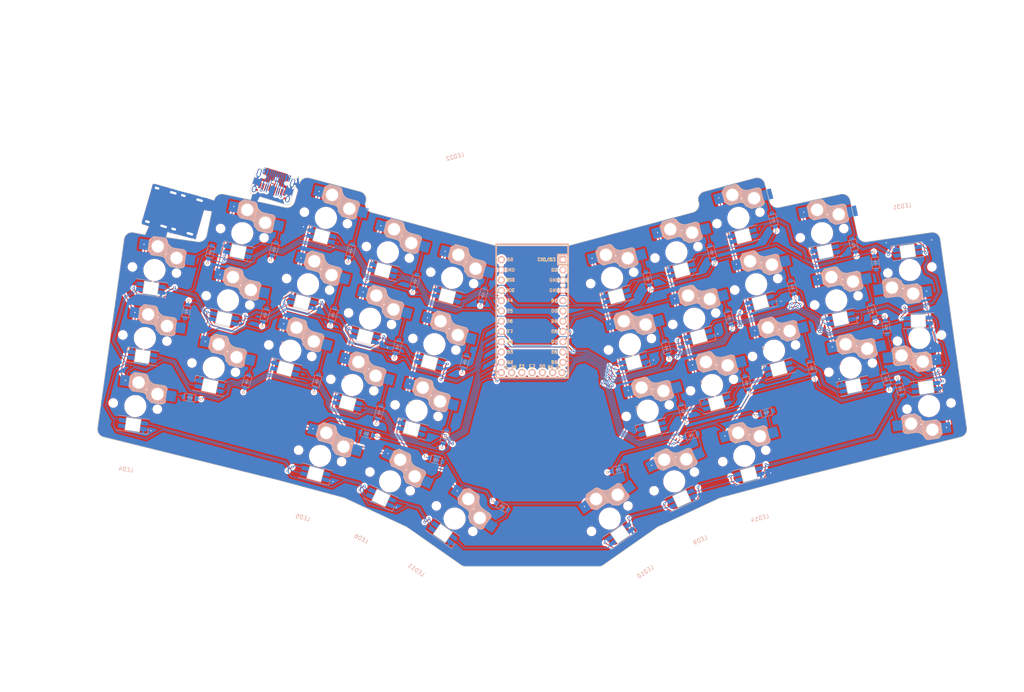
<source format=kicad_pcb>
(kicad_pcb (version 20221018) (generator pcbnew)
  (title_block (title "pcb/bad_wings_thin") (rev "v1.0.0") (company "Unknown"))
  (layers (0 "F.Cu" signal) (31 "B.Cu" signal) (34 "B.Paste" user) (35 "F.Paste" user) (36 "B.SilkS" user "B.Silkscreen") (37 "F.SilkS" user "F.Silkscreen") (38 "B.Mask" user) (39 "F.Mask" user) (44 "Edge.Cuts" user))
  (net 0 "")
  (net 1 "/row2")
  (net 2 "Net-(D1-A)")
  (net 3 "/row1")
  (net 4 "Net-(D2-A)")
  (net 5 "/row0")
  (net 6 "Net-(D3-A)")
  (net 7 "Net-(D4-A)")
  (net 8 "Net-(D5-A)")
  (net 9 "Net-(D6-A)")
  (net 10 "Net-(D7-A)")
  (net 11 "Net-(D8-A)")
  (net 12 "Net-(D9-A)")
  (net 13 "Net-(D10-A)")
  (net 14 "Net-(D11-A)")
  (net 15 "Net-(D12-A)")
  (net 16 "Net-(D13-A)")
  (net 17 "Net-(D14-A)")
  (net 18 "Net-(D15-A)")
  (net 19 "/row3")
  (net 20 "Net-(D16-A)")
  (net 21 "Net-(D17-A)")
  (net 22 "Net-(D18-A)")
  (net 23 "/row6")
  (net 24 "Net-(D19-A)")
  (net 25 "/row5")
  (net 26 "Net-(D20-A)")
  (net 27 "/row4")
  (net 28 "Net-(D21-A)")
  (net 29 "Net-(D22-A)")
  (net 30 "Net-(D23-A)")
  (net 31 "Net-(D24-A)")
  (net 32 "Net-(D25-A)")
  (net 33 "Net-(D26-A)")
  (net 34 "Net-(D27-A)")
  (net 35 "Net-(D28-A)")
  (net 36 "Net-(D29-A)")
  (net 37 "Net-(D30-A)")
  (net 38 "Net-(D31-A)")
  (net 39 "Net-(D32-A)")
  (net 40 "Net-(D33-A)")
  (net 41 "/row7")
  (net 42 "Net-(D34-A)")
  (net 43 "Net-(D35-A)")
  (net 44 "Net-(D36-A)")
  (net 45 "/col0")
  (net 46 "/col1")
  (net 47 "/col2")
  (net 48 "/col3")
  (net 49 "/col4")
  (net 50 "/RESET")
  (net 51 "VCC")
  (net 52 "GND")
  (net 53 "Net-(LED1-DIN)")
  (net 54 "Net-(LED4-DIN)")
  (net 55 "Net-(LED5-DIN)")
  (net 56 "Net-(LED11-DOUT)")
  (net 57 "Net-(LED7-DIN)")
  (net 58 "Net-(LED12-DOUT)")
  (net 59 "Net-(LED10-DIN)")
  (net 60 "Net-(LED14-DOUT)")
  (net 61 "Net-(LED10-DOUT)")
  (net 62 "Net-(LED12-DIN)")
  (net 63 "Net-(LED13-DOUT)")
  (net 64 "Net-(LED13-DIN)")
  (net 65 "Net-(LED14-DIN)")
  (net 66 "Net-(LED15-DIN)")
  (net 67 "Net-(LED16-DIN)")
  (net 68 "Net-(LED17-DIN)")
  (net 69 "Net-(LED18-DOUT)")
  (net 70 "Net-(LED20-DOUT)")
  (net 71 "Net-(LED20-DIN)")
  (net 72 "Net-(LED21-DOUT)")
  (net 73 "Net-(LED22-DOUT)")
  (net 74 "Net-(LED24-DIN)")
  (net 75 "Net-(LED25-DIN)")
  (net 76 "Net-(LED26-DIN)")
  (net 77 "Net-(LED28-DIN)")
  (net 78 "Net-(LED29-DIN)")
  (net 79 "Net-(LED30-DIN)")
  (net 80 "Net-(LED31-DIN)")
  (net 81 "Net-(LED32-DOUT)")
  (net 82 "Net-(LED32-DIN)")
  (net 83 "Net-(LED33-DOUT)")
  (net 84 "Net-(LED34-DOUT)")
  (net 85 "Net-(LED36-DIN)")
  (net 86 "Net-(LED37-DIN)")
  (net 87 "Net-(LED38-DIN)")
  (net 88 "Net-(LED27-DIN)")
  (net 89 "led")
  (footprint "Kailh_Choc:ChocV1_V2_Hotswap new" (layer "F.Cu") (at 172.771873 114.978884 165)
    (fp_text reference "SW13" hide)
    (fp_text value "SW_Push_45deg" hide)
  )
  (footprint "Kailh_Choc:ChocV1_V2_Hotswap new" (layer "F.Cu") (at 241.413474 92.226384 -165)
    (fp_text reference "SW29" hide)
    (fp_text value "SW_Push_45deg" hide)
  )
  (footprint "Kailh_Choc:ChocV1_V2_Hotswap new" (layer "F.Cu") (at 156.868772 108.647084 165)
    (fp_text reference "SW10" hide)
    (fp_text value "SW_Push_45deg" hide)
  )
  (footprint "Kailh_Choc:ChocV1_V2_Hotswap new" (layer "F.Cu") (at 107.956573 80.185283 172)
    (fp_text reference "SW3" hide)
    (fp_text value "SW_Push_45deg" hide)
  )
  (footprint "Kailh_Choc:ChocV1_V2_Hotswap new" (layer "F.Cu") (at 280.075073 104.333186 -168)
    (fp_text reference "SW22" hide)
    (fp_text value "SW_Push_45deg" hide)
  )
  (footprint "Kailh_Choc:ChocV1_V2_Hotswap new" (layer "F.Cu") (at 141.547972 100.141983 165)
    (fp_text reference "SW7" hide)
    (fp_text value "SW_Push_45deg" hide)
  )
  (footprint "Kailh_Choc:ChocV1_V2_Hotswap new" (layer "F.Cu") (at 297.091472 97.019786 8)
    (fp_text reference "SW20" hide)
    (fp_text value "SW_Push_45deg" hide)
  )
  (footprint "Kailh_Choc:ChocV1_V2_Hotswap new" (layer "F.Cu") (at 122.607073 104.333184 168)
    (fp_text reference "SW4" hide)
    (fp_text value "SW_Push_45deg" hide)
  )
  (footprint "Kailh_Choc:ChocV1_V2_Hotswap new" (layer "F.Cu") (at 245.813373 108.647085 -165)
    (fp_text reference "SW28" hide)
    (fp_text value "SW_Push_45deg" hide)
  )
  (footprint "Kailh_Choc:ChocV1_V2_Hotswap new" (layer "F.Cu") (at 237.013473 75.805584 -165)
    (fp_text reference "SW30" hide)
    (fp_text value "SW_Push_45deg" hide)
  )
  (footprint "Kailh_Choc:ChocV1_V2_Hotswap new" (layer "F.Cu") (at 129.676073 71.076184 168)
    (fp_text reference "SW6" hide)
    (fp_text value "SW_Push_45deg" hide)
  )
  (footprint "Kailh_Choc:ChocV1_V2_Hotswap new" (layer "F.Cu") (at 220.517773 141.691884 -145)
    (fp_text reference "SW36" hide)
    (fp_text value "SW_Push_45deg" hide)
  )
  (footprint "Kailh_Choc:ChocV1_V2_Hotswap new" (layer "F.Cu") (at 103.224673 113.854384 172)
    (fp_text reference "SW1" hide)
    (fp_text value "SW_Push_45deg" hide)
  )
  (footprint "Kailh_Choc:ChocV1_V2_Hotswap new" (layer "F.Cu") (at 294.725571 80.185284 8)
    (fp_text reference "SW21" hide)
    (fp_text value "SW_Push_45deg" hide)
  )
  (footprint "Kailh_Choc:ChocV1_V2_Hotswap new" (layer "F.Cu") (at 273.006073 71.076184 -168)
    (fp_text reference "SW24" hide)
    (fp_text value "SW_Push_45deg" hide)
  )
  (footprint "Kailh_Choc:ChocV1_V2_Hotswap new" (layer "F.Cu") (at 177.171772 98.558084 165)
    (fp_text reference "SW14" hide)
    (fp_text value "SW_Push_45deg" hide)
  )
  (footprint "Kailh_Choc:ChocV1_V2_Hotswap new" (layer "F.Cu") (at 229.910273 114.978884 -165)
    (fp_text reference "SW31" hide)
    (fp_text value "SW_Push_45deg" hide)
  )
  (footprint "Kailh_Choc:ChocV1_V2_Hotswap new" (layer "F.Cu") (at 299.457472 113.854385 8)
    (fp_text reference "SW19" hide)
    (fp_text value "SW_Push_45deg" hide)
  )
  (footprint "Kailh_Choc:ChocV1_V2_Hotswap new" (layer "F.Cu") (at 165.668572 75.805585 165)
    (fp_text reference "SW12" hide)
    (fp_text value "SW_Push_45deg" hide)
  )
  (footprint "Kailh_Choc:ChocV1_V2_Hotswap new" (layer "F.Cu") (at 126.141573 87.704685 168)
    (fp_text reference "SW5" hide)
    (fp_text value "SW_Push_45deg" hide)
  )
  (footprint "Kailh_Choc:ChocV1_V2_Hotswap new" (layer "F.Cu") (at 221.110372 82.137385 -165)
    (fp_text reference "SW33" hide)
    (fp_text value "SW_Push_45deg" hide)
  )
  (footprint "Kailh_Choc:ChocV1_V2_Hotswap new" (layer "F.Cu") (at 261.134072 100.141983 -165)
    (fp_text reference "SW25" hide)
    (fp_text value "SW_Push_45deg" hide)
  )
  (footprint "Kailh_Choc:ChocV1_V2_Hotswap new" (layer "F.Cu") (at 181.571673 82.137384 165)
    (fp_text reference "SW15" hide)
    (fp_text value "SW_Push_45deg" hide)
  )
  (footprint "Kailh_Choc:ChocV1_V2_Hotswap new" (layer "F.Cu") (at 166.214771 132.483384 155)
    (fp_text reference "SW17" hide)
    (fp_text value "SW_Push_45deg" hide)
  )
  (footprint "Kailh_Choc:ChocV1_V2_Hotswap new" (layer "F.Cu") (at 148.908572 126.184384 165)
    (fp_text reference "SW16" hide)
    (fp_text value "SW_Push_45deg" hide)
  )
  (footprint "Kailh_Choc:ChocV1_V2_Hotswap new" (layer "F.Cu") (at 225.510372 98.558084 -165)
    (fp_text reference "SW32" hide)
    (fp_text value "SW_Push_45deg" hide)
  )
  (footprint "Kailh_Choc:ChocV1_V2_Hotswap new" (layer "F.Cu") (at 253.773572 126.184385 -165)
    (fp_text reference "SW34" hide)
    (fp_text value "SW_Push_45deg" hide)
  )
  (footprint "sanproject-keyboard-part:HRO-TYPE-C-31-M-12-Assembly" (layer "F.Cu") (at 139.349483 52.800083 163)
    (fp_text reference "USB1")
    (fp_text value "HRO-TYPE-C-31-M-12-Type-C" hide)
  )
  (footprint "Kailh_Choc:ChocV1_V2_Hotswap new" (layer "F.Cu") (at 252.334272 67.300484 -165)
    (fp_text reference "SW27" hide)
    (fp_text value "SW_Push_45deg" hide)
  )
  (footprint "Kailh_Choc:ChocV1_V2_Hotswap new" (layer "F.Cu") (at 182.164373 141.691886 145)
    (fp_text reference "SW18" hide)
    (fp_text value "SW_Push_45deg" hide)
  )
  (footprint "Kailh_Choc:ChocV1_V2_Hotswap new" (layer "F.Cu") (at 161.268672 92.226383 165)
    (fp_text reference "SW11" hide)
    (fp_text value "SW_Push_45deg" hide)
  )
  (footprint "Kailh_Choc:ChocV1_V2_Hotswap new" (layer "F.Cu") (at 276.540573 87.704684 -168)
    (fp_text reference "SW23" hide)
    (fp_text value "SW_Push_45deg" hide)
  )
  (footprint "Kailh_Choc:ChocV1_V2_Hotswap new" (layer "F.Cu") (at 150.347872 67.300485 165)
    (fp_text reference "SW9" hide)
    (fp_text value "SW_Push_45deg" hide)
  )
  (footprint "Kailh_Choc:ChocV1_V2_Hotswap new" (layer "F.Cu") (at 145.947973 83.721284 165)
    (fp_text reference "SW8" hide)
    (fp_text value "SW_Push_45deg" hide)
  )
  (footprint "Kailh_Choc:ChocV1_V2_Hotswap new" (layer "F.Cu") (at 105.590573 97.019784 172)
    (fp_text reference "SW2" hide)
    (fp_text value "SW_Push_45deg" hide)
  )
  (footprint "Kailh_Choc:ChocV1_V2_Hotswap new" (layer "F.Cu") (at 256.734172 83.721284 -165)
    (fp_text reference "SW26" hide)
    (fp_text value "SW_Push_45deg" hide)
  )
  (footprint "Kailh_Choc:ChocV1_V2_Hotswap new" (layer "F.Cu") (at 236.467272 132.483384 -155)
    (fp_text reference "SW35" hide)
    (fp_text value "SW_Push_45deg" hide)
  )
  (footprint "Kailh_Choc:YS-SK6812MINI-E" (layer "B.Cu") (at 121.631373 108.882984 -12)
    (fp_text reference "LED26")
    (fp_text value "YS-SK6812MINI-E")
    (fp_line (start -1.8 -1.55) (end 1.8 -1.55) (stroke (width 0.12)) (layer "Edge.Cuts"))
    (fp_line (start -1.8 1.55) (end -1.8 -1.55) (stroke (width 0.12)) (layer "Edge.Cuts"))
    (fp_line (start 1.8 -1.55) (end 1.8 1.55) (stroke (width 0.12)) (layer "Edge.Cuts"))
    (fp_line (start 1.8 1.55) (end -1.8 1.55) (stroke (width 0.12)) (layer "Edge.Cuts"))
  )
  (footprint "Kailh_Choc:YS-SK6812MINI-E" (layer "B.Cu") (at 262.264972 104.621685 15)
    (fp_text reference "LED23")
    (fp_text value "YS-SK6812MINI-E")
    (fp_line (start -1.8 -1.55) (end 1.8 -1.55) (stroke (width 0.12)) (layer "Edge.Cuts"))
    (fp_line (start -1.8 1.55) (end -1.8 -1.55) (stroke (width 0.12)) (layer "Edge.Cuts"))
    (fp_line (start 1.8 -1.55) (end 1.8 1.55) (stroke (width 0.12)) (layer "Edge.Cuts"))
    (fp_line (start 1.8 1.55) (end -1.8 1.55) (stroke (width 0.12)) (layer "Edge.Cuts"))
  )
  (footprint "Kailh_Choc:YS-SK6812MINI-E" (layer "B.Cu") (at 107.062138 84.699983 172)
    (fp_text reference "LED7")
    (fp_text value "YS-SK6812MINI-E")
    (fp_line (start -1.8 -1.55) (end 1.8 -1.55) (stroke (width 0.12)) (layer "Edge.Cuts"))
    (fp_line (start -1.8 1.55) (end -1.8 -1.55) (stroke (width 0.12)) (layer "Edge.Cuts"))
    (fp_line (start 1.8 -1.55) (end 1.8 1.55) (stroke (width 0.12)) (layer "Edge.Cuts"))
    (fp_line (start 1.8 1.55) (end -1.8 1.55) (stroke (width 0.12)) (layer "Edge.Cuts"))
  )
  (footprint "Kailh_Choc:YS-SK6812MINI-E" (layer "B.Cu") (at 246.939072 113.107485 15)
    (fp_text reference "LED22")
    (fp_text value "YS-SK6812MINI-E")
    (fp_line (start -1.8 -1.55) (end 1.8 -1.55) (stroke (width 0.12)) (layer "Edge.Cuts"))
    (fp_line (start -1.8 1.55) (end -1.8 -1.55) (stroke (width 0.12)) (layer "Edge.Cuts"))
    (fp_line (start 1.8 -1.55) (end 1.8 1.55) (stroke (width 0.12)) (layer "Edge.Cuts"))
    (fp_line (start 1.8 1.55) (end -1.8 1.55) (stroke (width 0.12)) (layer "Edge.Cuts"))
  )
  (footprint "Kailh_Choc:YS-SK6812MINI-E" (layer "B.Cu") (at 159.983664 96.670779 165)
    (fp_text reference "LED19")
    (fp_text value "YS-SK6812MINI-E")
    (fp_line (start -1.8 -1.55) (end 1.8 -1.55) (stroke (width 0.12)) (layer "Edge.Cuts"))
    (fp_line (start -1.8 1.55) (end -1.8 -1.55) (stroke (width 0.12)) (layer "Edge.Cuts"))
    (fp_line (start 1.8 -1.55) (end 1.8 1.55) (stroke (width 0.12)) (layer "Edge.Cuts"))
    (fp_line (start 1.8 1.55) (end -1.8 1.55) (stroke (width 0.12)) (layer "Edge.Cuts"))
  )
  (footprint "0-badwings:D_SOD-123" (layer "B.Cu") (at 260.993173 67.806484 105)
    (fp_text reference "D27" hide)
    (fp_text value "1N4148W" hide)
  )
  (footprint "Kailh_Choc:YS-SK6812MINI-E" (layer "B.Cu") (at 149.247573 71.848686 -15)
    (fp_text reference "LED38")
    (fp_text value "YS-SK6812MINI-E")
    (fp_line (start -1.8 -1.55) (end 1.8 -1.55) (stroke (width 0.12)) (layer "Edge.Cuts"))
    (fp_line (start -1.8 1.55) (end -1.8 -1.55) (stroke (width 0.12)) (layer "Edge.Cuts"))
    (fp_line (start 1.8 -1.55) (end 1.8 1.55) (stroke (width 0.12)) (layer "Edge.Cuts"))
    (fp_line (start 1.8 1.55) (end -1.8 1.55) (stroke (width 0.12)) (layer "Edge.Cuts"))
  )
  (footprint "0-badwings:D_SOD-123" (layer "B.Cu") (at 292.341868 109.607254 -75)
    (fp_text reference "D19" hide)
    (fp_text value "1N4148W" hide)
  )
  (footprint "Kailh_Choc:YS-SK6812MINI-E" (layer "B.Cu") (at 171.534472 119.459283 -15)
    (fp_text reference "LED20")
    (fp_text value "YS-SK6812MINI-E")
    (fp_line (start -1.8 -1.55) (end 1.8 -1.55) (stroke (width 0.12)) (layer "Edge.Cuts"))
    (fp_line (start -1.8 1.55) (end -1.8 -1.55) (stroke (width 0.12)) (layer "Edge.Cuts"))
    (fp_line (start 1.8 -1.55) (end 1.8 1.55) (stroke (width 0.12)) (layer "Edge.Cuts"))
    (fp_line (start 1.8 1.55) (end -1.8 1.55) (stroke (width 0.12)) (layer "Edge.Cuts"))
  )
  (footprint "0-badwings:D_SOD-123" (layer "B.Cu") (at 148.128856 107.711995 75)
    (fp_text reference "D7" hide)
    (fp_text value "1N4148W" hide)
  )
  (footprint "Kailh_Choc:YS-SK6812MINI-E" (layer "B.Cu") (at 180.329072 86.637084 -15)
    (fp_text reference "LED36")
    (fp_text value "YS-SK6812MINI-E")
    (fp_line (start -1.8 -1.55) (end 1.8 -1.55) (stroke (width 0.12)) (layer "Edge.Cuts"))
    (fp_line (start -1.8 1.55) (end -1.8 -1.55) (stroke (width 0.12)) (layer "Edge.Cuts"))
    (fp_line (start 1.8 -1.55) (end 1.8 1.55) (stroke (width 0.12)) (layer "Edge.Cuts"))
    (fp_line (start 1.8 1.55) (end -1.8 1.55) (stroke (width 0.12)) (layer "Edge.Cuts"))
  )
  (footprint "0-badwings:D_SOD-123" (layer "B.Cu") (at 179.767609 121.425483 75)
    (fp_text reference "D13" hide)
    (fp_text value "1N4148W" hide)
  )
  (footprint "0-badwings:D_SOD-123" (layer "B.Cu") (at 254.376272 108.060684 105)
    (fp_text reference "D28" hide)
    (fp_text value "1N4148W" hide)
  )
  (footprint "0-badwings:D_SOD-123" (layer "B.Cu") (at 240.667779 121.069563 15)
    (fp_text reference "D35" hide)
    (fp_text value "1N4148W" hide)
  )
  (footprint "Kailh_Choc:YS-SK6812MINI-E" (layer "B.Cu") (at 179.254541 145.331171 145)
    (fp_text reference "LED11")
    (fp_text value "YS-SK6812MINI-E")
    (fp_line (start -1.8 -1.55) (end 1.8 -1.55) (stroke (width 0.12)) (layer "Edge.Cuts"))
    (fp_line (start -1.8 1.55) (end -1.8 -1.55) (stroke (width 0.12)) (layer "Edge.Cuts"))
    (fp_line (start 1.8 -1.55) (end 1.8 1.55) (stroke (width 0.12)) (layer "Edge.Cuts"))
    (fp_line (start 1.8 1.55) (end -1.8 1.55) (stroke (width 0.12)) (layer "Edge.Cuts"))
  )
  (footprint "Kailh_Choc:YS-SK6812MINI-E" (layer "B.Cu") (at 164.438972 80.256986 -15)
    (fp_text reference "LED37")
    (fp_text value "YS-SK6812MINI-E")
    (fp_line (start -1.8 -1.55) (end 1.8 -1.55) (stroke (width 0.12)) (layer "Edge.Cuts"))
    (fp_line (start -1.8 1.55) (end -1.8 -1.55) (stroke (width 0.12)) (layer "Edge.Cuts"))
    (fp_line (start 1.8 -1.55) (end 1.8 1.55) (stroke (width 0.12)) (layer "Edge.Cuts"))
    (fp_line (start 1.8 1.55) (end -1.8 1.55) (stroke (width 0.12)) (layer "Edge.Cuts"))
  )
  (footprint "Kailh_Choc:YS-SK6812MINI-E" (layer "B.Cu") (at 238.282172 80.258785 15)
    (fp_text reference "LED33")
    (fp_text value "YS-SK6812MINI-E")
    (fp_line (start -1.8 -1.55) (end 1.8 -1.55) (stroke (width 0.12)) (layer "Edge.Cuts"))
    (fp_line (start -1.8 1.55) (end -1.8 -1.55) (stroke (width 0.12)) (layer "Edge.Cuts"))
    (fp_line (start 1.8 -1.55) (end 1.8 1.55) (stroke (width 0.12)) (layer "Edge.Cuts"))
    (fp_line (start 1.8 1.55) (end -1.8 1.55) (stroke (width 0.12)) (layer "Edge.Cuts"))
  )
  (footprint "Kailh_Choc:YS-SK6812MINI-E" (layer "B.Cu") (at 294.179462 75.54863 8)
    (fp_text reference "LED31")
    (fp_text value "YS-SK6812MINI-E")
    (fp_line (start -1.8 -1.55) (end 1.8 -1.55) (stroke (width 0.12)) (layer "Edge.Cuts"))
    (fp_line (start -1.8 1.55) (end -1.8 -1.55) (stroke (width 0.12)) (layer "Edge.Cuts"))
    (fp_line (start 1.8 -1.55) (end 1.8 1.55) (stroke (width 0.12)) (layer "Edge.Cuts"))
    (fp_line (start 1.8 1.55) (end -1.8 1.55) (stroke (width 0.12)) (layer "Edge.Cuts"))
  )
  (footprint "0-badwings:D_SOD-123" (layer "B.Cu") (at 137.545172 75.069683 72)
    (fp_text reference "D6" hide)
    (fp_text value "1N4148W" hide)
  )
  (footprint "0-badwings:D_SOD-123" (layer "B.Cu") (at 288.801573 107.180784 108)
    (fp_text reference "D22" hide)
    (fp_text value "1N4148W" hide)
  )
  (footprint "Kailh_Choc:YS-SK6812MINI-E" (layer "B.Cu") (at 296.786941 92.763802 -178)
    (fp_text reference "LED16")
    (fp_text value "YS-SK6812MINI-E")
    (fp_line (start -1.8 -1.55) (end 1.8 -1.55) (stroke (width 0.12)) (layer "Edge.Cuts"))
    (fp_line (start -1.8 1.55) (end -1.8 -1.55) (stroke (width 0.12)) (layer "Edge.Cuts"))
    (fp_line (start 1.8 -1.55) (end 1.8 1.55) (stroke (width 0.12)) (layer "Edge.Cuts"))
    (fp_line (start 1.8 1.55) (end -1.8 1.55) (stroke (width 0.12)) (layer "Edge.Cuts"))
  )
  (footprint "0-badwings:D_SOD-123" (layer "B.Cu") (at 280.807551 74.056182 105)
    (fp_text reference "D24" hide)
    (fp_text value "1N4148W" hide)
  )
  (footprint "sanproject-keyboard-part:HRO-TYPE-C-31-M-12-Assembly" (layer "B.Cu") (at 111.406599 65.202806 74)
    (fp_text reference "USB1" hide)
    (fp_text value "HRO-TYPE-C-31-M-12-Type-C" hide)
  )
  (footprint "0-badwings:D_SOD-123" (layer "B.Cu") (at 234.4958 99.452489 105)
    (fp_text reference "D32" hide)
    (fp_text value "1N4148W" hide)
  )
  (footprint "0-badwings:D_SOD-123" (layer "B.Cu") (at 135.290395 91.372399 75)
    (fp_text reference "D5" hide)
    (fp_text value "1N4148W" hide)
  )
  (footprint "0-badwings:D_SOD-123" (layer "B.Cu") (at 229.904173 82.296583 105)
    (fp_text reference "D33" hide)
    (fp_text value "1N4148W" hide)
  )
  (footprint "0-badwings:D_SOD-123" (layer "B.Cu") (at 177.60861 127.164753 -15)
    (fp_text reference "D17" hide)
    (fp_text value "1N4148W" hide)
  )
  (footprint "Kailh_Choc:YS-SK6812MINI-E" (layer "B.Cu") (at 140.291272 104.617185 -15)
    (fp_text reference "LED25")
    (fp_text value "YS-SK6812MINI-E")
    (fp_line (start -1.8 -1.55) (end 1.8 -1.55) (stroke (width 0.12)) (layer "Edge.Cuts"))
    (fp_line (start -1.8 1.55) (end -1.8 -1.55) (stroke (width 0.12)) (layer "Edge.Cuts"))
    (fp_line (start 1.8 -1.55) (end 1.8 1.55) (stroke (width 0.12)) (layer "Edge.Cuts"))
    (fp_line (start 1.8 1.55) (end -1.8 1.55) (stroke (width 0.12)) (layer "Edge.Cuts"))
  )
  (footprint "0-badwings:D_SOD-123" (layer "B.Cu") (at 163.514369 115.395881 75)
    (fp_text reference "D10" hide)
    (fp_text value "1N4148W" hide)
  )
  (footprint "0-badwings:D_SOD-123" (layer "B.Cu") (at 121.770835 75.758757 75)
    (fp_text reference "D3" hide)
    (fp_text value "1N4148W" hide)
  )
  (footprint "0-badwings:D_SOD-123" (layer "B.Cu") (at 116.720708 111.760931 172)
    (fp_text reference "D1" hide)
    (fp_text value "1N4148W" hide)
  )
  (footprint "0-badwings:D_SOD-123" (layer "B.Cu") (at 167.990688 99.192314 75)
    (fp_text reference "D11" hide)
    (fp_text value "1N4148W" hide)
  )
  (footprint "Kailh_Choc:YS-SK6812MINI-E" (layer "B.Cu") (at 175.945124 103.036558 165)
    (fp_text reference "LED18")
    (fp_text value "YS-SK6812MINI-E")
    (fp_line (start -1.8 -1.55) (end 1.8 -1.55) (stroke (width 0.12)) (layer "Edge.Cuts"))
    (fp_line (start -1.8 1.55) (end -1.8 -1.55) (stroke (width 0.12)) (layer "Edge.Cuts"))
    (fp_line (start 1.8 -1.55) (end 1.8 1.55) (stroke (width 0.12)) (layer "Edge.Cuts"))
    (fp_line (start 1.8 1.55) (end -1.8 1.55) (stroke (width 0.12)) (layer "Edge.Cuts"))
  )
  (footprint "0-badwings:D_SOD-123" (layer "B.Cu") (at 130.804873 107.758984 72)
    (fp_text reference "D4" hide)
    (fp_text value "1N4148W" hide)
  )
  (footprint "Kailh_Choc:YS-SK6812MINI-E" (layer "B.Cu") (at 163.978183 136.576682 155)
    (fp_text reference "LED6")
    (fp_text value "YS-SK6812MINI-E")
    (fp_line (start -1.8 -1.55) (end 1.8 -1.55) (stroke (width 0.12)) (layer "Edge.Cuts"))
    (fp_line (start -1.8 1.55) (end -1.8 -1.55) (stroke (width 0.12)) (layer "Edge.Cuts"))
    (fp_line (start 1.8 -1.55) (end 1.8 1.55) (stroke (width 0.12)) (layer "Edge.Cuts"))
    (fp_line (start 1.8 1.55) (end -1.8 1.55) (stroke (width 0.12)) (layer "Edge.Cuts"))
  )
  (footprint "0-badwings:D_SOD-123" (layer "B.Cu") (at 172.416768 82.983052 75)
    (fp_text reference "D12" hide)
    (fp_text value "1N4148W" hide)
  )
  (footprint "0-badwings:D_SOD-123" (layer "B.Cu") (at 189.219472 86.337885 75)
    (fp_text reference "D15" hide)
    (fp_text value "1N4148W" hide)
  )
  (footprint "0-badwings:D_SOD-123" (layer "B.Cu") (at 152.106868 91.281732 75)
    (fp_text reference "D8" hide)
    (fp_text value "1N4148W" hide)
  )
  (footprint "Kailh_Choc:YS-SK6812MINI-E" (layer "B.Cu") (at 253.477372 71.787284 15)
    (fp_text reference "LED34")
    (fp_text value "YS-SK6812MINI-E")
    (fp_line (start -1.8 -1.55) (end 1.8 -1.55) (stroke (width 0.12)) (layer "Edge.Cuts"))
    (fp_line (start -1.8 1.55) (end -1.8 -1.55) (stroke (width 0.12)) (layer "Edge.Cuts"))
    (fp_line (start 1.8 -1.55) (end 1.8 1.55) (stroke (width 0.12)) (layer "Edge.Cuts"))
    (fp_line (start 1.8 1.55) (end -1.8 1.55) (stroke (width 0.12)) (layer "Edge.Cuts"))
  )
  (footprint "Kailh_Choc:YS-SK6812MINI-E" (layer "B.Cu") (at 125.107557 92.236277 168)
    (fp_text reference "LED8")
    (fp_text value "YS-SK6812MINI-E")
    (fp_line (start -1.8 -1.55) (end 1.8 -1.55) (stroke (width 0.12)) (layer "Edge.Cuts"))
    (fp_line (start -1.8 1.55) (end -1.8 -1.55) (stroke (width 0.12)) (layer "Edge.Cuts"))
    (fp_line (start 1.8 -1.55) (end 1.8 1.55) (stroke (width 0.12)) (layer "Edge.Cuts"))
    (fp_line (start 1.8 1.55) (end -1.8 1.55) (stroke (width 0.12)) (layer "Edge.Cuts"))
  )
  (footprint "Kailh_Choc:YS-SK6812MINI-E" (layer "B.Cu") (at 104.966073 101.570584 -8)
    (fp_text reference "LED27")
    (fp_text value "YS-SK6812MINI-E")
    (fp_line (start -1.8 -1.55) (end 1.8 -1.55) (stroke (width 0.12)) (layer "Edge.Cuts"))
    (fp_line (start -1.8 1.55) (end -1.8 -1.55) (stroke (width 0.12)) (layer "Edge.Cuts"))
    (fp_line (start 1.8 -1.55) (end 1.8 1.55) (stroke (width 0.12)) (layer "Edge.Cuts"))
    (fp_line (start 1.8 1.55) (end -1.8 1.55) (stroke (width 0.12)) (layer "Edge.Cuts"))
  )
  (footprint "Kailh_Choc:YS-SK6812MINI-E" (layer "B.Cu") (at 273.782673 75.663983 12)
    (fp_text reference "LED35")
    (fp_text value "YS-SK6812MINI-E")
    (fp_line (start -1.8 -1.55) (end 1.8 -1.55) (stroke (width 0.12)) (layer "Edge.Cuts"))
    (fp_line (start -1.8 1.55) (end -1.8 -1.55) (stroke (width 0.12)) (layer "Edge.Cuts"))
    (fp_line (start 1.8 -1.55) (end 1.8 1.55) (stroke (width 0.12)) (layer "Edge.Cuts"))
    (fp_line (start 1.8 1.55) (end -1.8 1.55) (stroke (width 0.12)) (layer "Edge.Cuts"))
  )
  (footprint "Kailh_Choc:YS-SK6812MINI-E" (layer "B.Cu") (at 298.750771 109.222913 -172)
    (fp_text reference "LED15")
    (fp_text value "YS-SK6812MINI-E")
    (fp_line (start -1.8 -1.55) (end 1.8 -1.55) (stroke (width 0.12)) (layer "Edge.Cuts"))
    (fp_line (start -1.8 1.55) (end -1.8 -1.55) (stroke (width 0.12)) (layer "Edge.Cuts"))
    (fp_line (start 1.8 -1.55) (end 1.8 1.55) (stroke (width 0.12)) (layer "Edge.Cuts"))
    (fp_line (start 1.8 1.55) (end -1.8 1.55) (stroke (width 0.12)) (layer "Edge.Cuts"))
  )
  (footprint "0-badwings:D_SOD-123" (layer "B.Cu") (at 286.20115 78.421459 -82)
    (fp_text reference "D21" hide)
    (fp_text value "1N4148W" hide)
  )
  (footprint "0-badwings:D_SOD-123" (layer "B.Cu") (at 288.892858 94.378516 -82)
    (fp_text reference "D20" hide)
    (fp_text value "1N4148W" hide)
  )
  (footprint "Kailh_Choc:YS-SK6812MINI-E" (layer "B.Cu") (at 226.414878 103.075345 -165)
    (fp_text reference "LED13")
    (fp_text value "YS-SK6812MINI-E")
    (fp_line (start -1.8 -1.55) (end 1.8 -1.55) (stroke (width 0.12)) (layer "Edge.Cuts"))
    (fp_line (start -1.8 1.55) (end -1.8 -1.55) (stroke (width 0.12)) (layer "Edge.Cuts"))
    (fp_line (start 1.8 -1.55) (end 1.8 1.55) (stroke (width 0.12)) (layer "Edge.Cuts"))
    (fp_line (start 1.8 1.55) (end -1.8 1.55) (stroke (width 0.12)) (layer "Edge.Cuts"))
  )
  (footprint "Kailh_Choc:YS-SK6812MINI-E" (layer "B.Cu") (at 257.752753 88.238969 -165)
    (fp_text reference "LED29")
    (fp_text value "YS-SK6812MINI-E")
    (fp_line (start -1.8 -1.55) (end 1.8 -1.55) (stroke (width 0.12)) (layer "Edge.Cuts"))
    (fp_line (start -1.8 1.55) (end -1.8 -1.55) (stroke (width 0.12)) (layer "Edge.Cuts"))
    (fp_line (start 1.8 -1.55) (end 1.8 1.55) (stroke (width 0.12)) (layer "Edge.Cuts"))
    (fp_line (start 1.8 1.55) (end -1.8 1.55) (stroke (width 0.12)) (layer "Edge.Cuts"))
  )
  (footprint "0-badwings:D_SOD-123" (layer "B.Cu") (at 156.504155 75.450393 75)
    (fp_text reference "D9" hide)
    (fp_text value "1N4148W" hide)
  )
  (footprint "0-badwings:D_SOD-123" (layer "B.Cu") (at 193.975723 138.704067 -30)
    (fp_text reference "D18" hide)
    (fp_text value "1N4148W" hide)
  )
  (footprint "Kailh_Choc:YS-SK6812MINI-E" (layer "B.Cu") (at 128.616472 75.627786 -12)
    (fp_text reference "LED39")
    (fp_text value "YS-SK6812MINI-E")
    (fp_line (start -1.8 -1.55) (end 1.8 -1.55) (stroke (width 0.12)) (layer "Edge.Cuts"))
    (fp_line (start -1.8 1.55) (end -1.8 -1.55) (stroke (width 0.12)) (layer "Edge.Cuts"))
    (fp_line (start 1.8 -1.55) (end 1.8 1.55) (stroke (width 0.12)) (layer "Edge.Cuts"))
    (fp_line (start 1.8 1.55) (end -1.8 1.55) (stroke (width 0.12)) (layer "Edge.Cuts"))
  )
  (footprint "Kailh_Choc:YS-SK6812MINI-E" (layer "B.Cu") (at 147.735775 130.669235 165)
    (fp_text reference "LED5")
    (fp_text value "YS-SK6812MINI-E")
    (fp_line (start -1.8 -1.55) (end 1.8 -1.55) (stroke (width 0.12)) (layer "Edge.Cuts"))
    (fp_line (start -1.8 1.55) (end -1.8 -1.55) (stroke (width 0.12)) (layer "Edge.Cuts"))
    (fp_line (start 1.8 -1.55) (end 1.8 1.55) (stroke (width 0.12)) (layer "Edge.Cuts"))
    (fp_line (start 1.8 1.55) (end -1.8 1.55) (stroke (width 0.12)) (layer "Edge.Cuts"))
  )
  (footprint "Audio_Module:Elite-C-castellated-29pin-holes" (layer "B.Cu") (at 201.330973 91.593185 -90)
    (fp_text reference "U2" hide)
    (fp_text value "ProMicro" hide)
  )
  (footprint "0-badwings:D_SOD-123" (layer "B.Cu") (at 285.428898 90.337357 108)
    (fp_text reference "D23" hide)
    (fp_text value "1N4148W" hide)
  )
  (footprint "0-badwings:D_SOD-123" (layer "B.Cu") (at 115.84887 90.480159 -102)
    (fp_text reference "D2" hide)
    (fp_text value "1N4148W" hide)
  )
  (footprint "Kailh_Choc:YS-SK6812MINI-E" (layer "B.Cu") (at 242.516339 96.711126 -165)
    (fp_text reference "LED28")
    (fp_text value "YS-SK6812MINI-E")
    (fp_line (start -1.8 -1.55) (end 1.8 -1.55) (stroke (width 0.12)) (layer "Edge.Cuts"))
    (fp_line (start -1.8 1.55) (end -1.8 -1.55) (stroke (width 0.12)) (layer "Edge.Cuts"))
    (fp_line (start 1.8 -1.55) (end 1.8 1.55) (stroke (width 0.12)) (layer "Edge.Cuts"))
    (fp_line (start 1.8 1.55) (end -1.8 1.55) (stroke (width 0.12)) (layer "Edge.Cuts"))
  )
  (footprint "0-badwings:D_SOD-123" (layer "B.Cu") (at 222.636843 129.534757 15)
    (fp_text reference "D36" hide)
    (fp_text value "1N4148W" hide)
  )
  (footprint "Kailh_Choc:YS-SK6812MINI-E" (layer "B.Cu") (at 155.713772 113.128884 -15)
    (fp_text reference "LED24")
    (fp_text value "YS-SK6812MINI-E")
    (fp_line (start -1.8 -1.55) (end 1.8 -1.55) (stroke (width 0.12)) (layer "Edge.Cuts"))
    (fp_line (start -1.8 1.55) (end -1.8 -1.55) (stroke (width 0.12)) (layer "Edge.Cuts"))
    (fp_line (start 1.8 -1.55) (end 1.8 1.55) (stroke (width 0.12)) (layer "Edge.Cuts"))
    (fp_line (start 1.8 1.55) (end -1.8 1.55) (stroke (width 0.12)) (layer "Edge.Cuts"))
  )
  (footprint "Kailh_Choc:YS-SK6812MINI-E" (layer "B.Cu") (at 102.647548 118.452658 172)
    (fp_text reference "LED4")
    (fp_text value "YS-SK6812MINI-E")
    (fp_line (start -1.8 -1.55) (end 1.8 -1.55) (stroke (width 0.12)) (layer "Edge.Cuts"))
    (fp_line (start -1.8 1.55) (end -1.8 -1.55) (stroke (width 0.12)) (layer "Edge.Cuts"))
    (fp_line (start 1.8 -1.55) (end 1.8 1.55) (stroke (width 0.12)) (layer "Edge.Cuts"))
    (fp_line (start 1.8 1.55) (end -1.8 1.55) (stroke (width 0.12)) (layer "Edge.Cuts"))
  )
  (footprint "0-badwings:D_SOD-123" (layer "B.Cu") (at 245.729073 75.789084 105)
    (fp_text reference "D30" hide)
    (fp_text value "1N4148W" hide)
  )
  (footprint "0-badwings:D_SOD-123" (layer "B.Cu") (at 259.283015 115.470811 15)
    (fp_text reference "D34" hide)
    (fp_text value "1N4148W" hide)
  )
  (footprint "Kailh_Choc:YS-SK6812MINI-E" (layer "B.Cu") (at 254.933247 130.726437 -165)
    (fp_text reference "LED14")
    (fp_text value "YS-SK6812MINI-E")
    (fp_line (start -1.8 -1.55) (end 1.8 -1.55) (stroke (width 0.12)) (layer "Edge.Cuts"))
    (fp_line (start -1.8 1.55) (end -1.8 -1.55) (stroke (width 0.12)) (layer "Edge.Cuts"))
    (fp_line (start 1.8 -1.55) (end 1.8 1.55) (stroke (width 0.12)) (layer "Edge.Cuts"))
    (fp_line (start 1.8 1.55) (end -1.8 1.55) (stroke (width 0.12)) (layer "Edge.Cuts"))
  )
  (footprint "0-badwings:D_SOD-123" (layer "B.Cu") (at 160.342154 120.69543 165)
    (fp_text reference "D16" hide)
    (fp_text value "1N4148W" hide)
  )
  (footprint "0-badwings:D_SOD-123" (layer "B.Cu") (at 238.606071 115.081486 105)
    (fp_text reference "D31" hide)
    (fp_text value "1N4148W" hide)
  )
  (footprint "0-badwings:D_SOD-123" (layer "B.Cu") (at 184.727273 102.909884 75)
    (fp_text reference "D14" hide)
    (fp_text value "1N4148W" hide)
  )
  (footprint "Kailh_Choc:YS-SK6812MINI-E" (layer "B.Cu") (at 222.193673 86.671283 15)
    (fp_text reference "LED32")
    (fp_text value "YS-SK6812MINI-E")
    (fp_line (start -1.8 -1.55) (end 1.8 -1.55) (stroke (width 0.12)) (layer "Edge.Cuts"))
    (fp_line (start -1.8 1.55) (end -1.8 -1.55) (stroke (width 0.12)) (layer "Edge.Cuts"))
    (fp_line (start 1.8 -1.55) (end 1.8 1.55) (stroke (width 0.12)) (layer "Edge.Cuts"))
    (fp_line (start 1.8 1.55) (end -1.8 1.55) (stroke (width 0.12)) (layer "Edge.Cuts"))
  )
  (footprint "0-badwings:D_SOD-123" (layer "B.Cu") (at 250.046172 91.900683 105)
    (fp_text reference "D29" hide)
    (fp_text value "1N4148W" hide)
  )
  (footprint "sanproject-keyboard-part:HRO-TYPE-C-31-M-12-Assembly" (layer "B.Cu") (at 104.898798 63.373224 74)
    (fp_text reference "USB1" hide)
    (fp_text value "HRO-TYPE-C-31-M-12-Type-C" hide)
  )
  (footprint "Kailh_Choc:YS-SK6812MINI-E" (layer "B.Cu") (at 223.071691 145.5789 -145)
    (fp_text reference "LED10")
    (fp_text value "YS-SK6812MINI-E")
    (fp_line (start -1.8 -1.55) (end 1.8 -1.55) (stroke (width 0.12)) (layer "Edge.Cuts"))
    (fp_line (start -1.8 1.55) (end -1.8 -1.55) (stroke (width 0.12)) (layer "Edge.Cuts"))
    (fp_line (start 1.8 -1.55) (end 1.8 1.55) (stroke (width 0.12)) (layer "Edge.Cuts"))
    (fp_line (start 1.8 1.55) (end -1.8 1.55) (stroke (width 0.12)) (layer "Edge.Cuts"))
  )
  (footprint "0-badwings:D_SOD-123" (layer "B.Cu") (at 265.647929 84.425182 105)
    (fp_text reference "D26" hide)
    (fp_text value "1N4148W" hide)
  )
  (footprint "Kailh_Choc:YS-SK6812MINI-E" (layer "B.Cu") (at 280.850173 108.917884 12)
    (fp_text reference "LED17")
    (fp_text value "YS-SK6812MINI-E")
    (fp_line (start -1.8 -1.55) (end 1.8 -1.55) (stroke (width 0.12)) (layer "Edge.Cuts"))
    (fp_line (start -1.8 1.55) (end -1.8 -1.55) (stroke (width 0.12)) (layer "Edge.Cuts"))
    (fp_line (start 1.8 -1.55) (end 1.8 1.55) (stroke (width 0.12)) (layer "Edge.Cuts"))
    (fp_line (start 1.8 1.55) (end -1.8 1.55) (stroke (width 0.12)) (layer "Edge.Cuts"))
  )
  (footprint "sanproject-keyboard-part:HRO-TYPE-C-31-M-12-Assembly" (layer "B.Cu") (at 135.972157 63.910202 163)
    (fp_text reference "USB1")
    (fp_text value "HRO-TYPE-C-31-M-12-Type-C")
  )
  (footprint "0-badwings:D_SOD-123" (layer "B.Cu") (at 270.460712 104.408366 105)
    (fp_text reference "D25" hide)
    (fp_text value "1N4148W" hide)
  )
  (footprint "Kailh_Choc:YS-SK6812MINI-E" (layer "B.Cu") (at 238.350852 136.764002 -155)
    (fp_text reference "LED9")
    (fp_text value "YS-SK6812MINI-E")
    (fp_line (start -1.8 -1.55) (end 1.8 -1.55) (stroke (width 0.12)) (layer "Edge.Cuts"))
    (fp_line (start -1.8 1.55) (end -1.8 -1.55) (stroke (width 0.12)) (layer "Edge.Cuts"))
    (fp_line (start 1.8 -1.55) (end 1.8 1.55) (stroke (width 0.12)) (layer "Edge.Cuts"))
    (fp_line (start 1.8 1.55) (end -1.8 1.55) (stroke (width 0.12)) (layer "Edge.Cuts"))
  )
  (footprint "Kailh_Choc:YS-SK6812MINI-E" (layer "B.Cu") (at 144.458939 88.148483 165)
    (fp_text reference "LED12")
    (fp_text value "YS-SK6812MINI-E")
    (fp_line (start -1.8 -1.55) (end 1.8 -1.55) (stroke (width 0.12)) (layer "Edge.Cuts"))
    (fp_line (start -1.8 1.55) (end -1.8 -1.55) (stroke (width 0.12)) (layer "Edge.Cuts"))
    (fp_line (start 1.8 -1.55) (end 1.8 1.55) (stroke (width 0.12)) (layer "Edge.Cuts"))
    (fp_line (start 1.8 1.55) (end -1.8 1.55) (stroke (width 0.12)) (layer "Edge.Cuts"))
  )
  (footprint "Kailh_Choc:YS-SK6812MINI-E" (layer "B.Cu") (at 231.021872 119.463784 15)
    (fp_text reference "LED21")
    (fp_text value "YS-SK6812MINI-E")
    (fp_line (start -1.8 -1.55) (end 1.8 -1.55) (stroke (width 0.12)) (layer "Edge.Cuts"))
    (fp_line (start -1.8 1.55) (end -1.8 -1.55) (stroke (width 0.12)) (layer "Edge.Cuts"))
    (fp_line (start 1.8 -1.55) (end 1.8 1.55) (stroke (width 0.12)) (layer "Edge.Cuts"))
    (fp_line (start 1.8 1.55) (end -1.8 1.55) (stroke (width 0.12)) (layer "Edge.Cuts"))
  )
  (footprint "Kailh_Choc:YS-SK6812MINI-E" (layer "B.Cu") (at 277.56797 92.257336 -168)
    (fp_text reference "LED30")
    (fp_text value "YS-SK6812MINI-E")
    (fp_line (start -1.8 -1.55) (end 1.8 -1.55) (stroke (width 0.12)) (layer "Edge.Cuts"))
    (fp_line (start -1.8 1.55) (end -1.8 -1.55) (stroke (width 0.12)) (layer "Edge.Cuts"))
    (fp_line (start 1.8 -1.55) (end 1.8 1.55) (stroke (width 0.12)) (layer "Edge.Cuts"))
    (fp_line (start 1.8 1.55) (end -1.8 1.55) (stroke (width 0.12)) (layer "Edge.Cuts"))
  )
  (gr_line (start 107.581348 58.734404) (end 121.105094 62.435425) (stroke (width 0.05)) (layer "Edge.Cuts"))
  (gr_line (start 143.43 60.38) (end 142.729326 59.417555) (stroke (width 0.05)) (layer "Edge.Cuts"))
  (gr_arc (start 122.711851 62.95742) (mid 123.581652 61.694113) (end 125.090438 61.418337) (stroke (width 0.15)) (layer "Edge.Cuts"))
  (gr_line (start 120.24 65.43) (end 122.1 65.73) (stroke (width 0.05)) (layer "Edge.Cuts"))
  (gr_line (start 141.019353 56.440443) (end 135.678281 54.807029) (stroke (width 0.05)) (layer "Edge.Cuts"))
  (gr_arc (start 242.441568 63.221954) (mid 242.641356 61.704325) (end 243.855781 60.772472) (stroke (width 0.15)) (layer "Edge.Cuts"))
  (gr_line (start 138.47958 132.190201) (end 95.375501 121.522075) (stroke (width 0.15)) (layer "Edge.Cuts"))
  (gr_arc (start 132.118693 61.490355) (mid 131.665057 61.108724) (end 131.60234 60.519238) (stroke (width 0.15)) (layer "Edge.Cuts"))
  (gr_line (start 281.814163 71.632286) (end 279.97028 62.95743) (stroke (width 0.15)) (layer "Edge.Cuts"))
  (gr_arc (start 142.630338 63.261224) (mid 141.740672 64.45059) (end 140.276214 64.698509) (stroke (width 0.15)) (layer "Edge.Cuts"))
  (gr_line (start 134.03 62.07) (end 140.498807 64.052413) (stroke (width 0.15)) (layer "Edge.Cuts"))
  (gr_arc (start 100.442442 72.575828) (mid 101.223501 71.253793) (end 102.7116 70.875116) (stroke (width 0.15)) (layer "Edge.Cuts"))
  (gr_arc (start 143.819811 58.82202) (mid 144.751688 57.607675) (end 146.269302 57.407822) (stroke (width 0.15)) (layer "Edge.Cuts"))
  (gr_line (start 299.970533 70.87511) (end 284.059074 73.195528) (stroke (width 0.15)) (layer "Edge.Cuts"))
  (gr_line (start 209.919125 74.19513) (end 192.763003 74.195131) (stroke (width 0.15)) (layer "Edge.Cuts"))
  (gr_line (start 161.59006 65.912923) (end 192.245355 74.126992) (stroke (width 0.15)) (layer "Edge.Cuts"))
  (gr_arc (start 277.591712 61.418347) (mid 279.100456 61.694171) (end 279.97028 62.95743) (stroke (width 0.15)) (layer "Edge.Cuts"))
  (gr_line (start 154.749932 136.549452) (end 138.516738 132.199783) (stroke (width 0.15)) (layer "Edge.Cuts"))
  (gr_line (start 111.2 70.81) (end 110.852576 72.062336) (stroke (width 0.05)) (layer "Edge.Cuts"))
  (gr_line (start 277.59171 61.418347) (end 262.405931 64.698512) (stroke (width 0.15)) (layer "Edge.Cuts"))
  (gr_line (start 131.74 62.82) (end 132.118693 61.490355) (stroke (width 0.05)) (layer "Edge.Cuts"))
  (gr_arc (start 142.044563 57.597679) (mid 141.371524 57.161192) (end 141.019353 56.440443) (stroke (width 0.2)) (layer "Edge.Cuts"))
  (gr_line (start 106.54 69.43) (end 104.644606 68.794644) (stroke (width 0.05)) (layer "Edge.Cuts"))
  (gr_arc (start 210.436789 74.126986) (mid 210.18019 74.178018) (end 209.919125 74.19513) (stroke (width 0.15)) (layer "Edge.Cuts"))
  (gr_line (start 160.240548 63.221953) (end 160.175852 63.463431) (stroke (width 0.15)) (layer "Edge.Cuts"))
  (gr_line (start 132.861287 56.400593) (end 131.60234 60.519238) (stroke (width 0.15)) (layer "Edge.Cuts"))
  (gr_line (start 142.630338 63.261224) (end 143.43 60.38) (stroke (width 0.05)) (layer "Edge.Cuts"))
  (gr_arc (start 192.763001 74.195133) (mid 192.501945 74.178025) (end 192.245355 74.126992) (stroke (width 0.15)) (layer "Edge.Cuts"))
  (gr_line (start 184.882368 153.530061) (end 217.799781 153.530067) (stroke (width 0.15)) (layer "Edge.Cuts"))
  (gr_line (start 247.76316 136.594736) (end 247.76316 136.594736) (stroke (width 0.15)) (layer "Edge.Cuts"))
  (gr_arc (start 299.970533 70.87511) (mid 301.458619 71.253813) (end 302.23967 72.575831) (stroke (width 0.15)) (layer "Edge.Cuts"))
  (gr_line (start 260.051787 63.261229) (end 258.862315 58.82203) (stroke (width 0.15)) (layer "Edge.Cuts"))
  (gr_line (start 232.355963 143.779258) (end 232.355963 143.779258) (stroke (width 0.15)) (layer "Edge.Cuts"))
  (gr_line (start 170.326184 143.779245) (end 170.326184 143.779245) (stroke (width 0.15)) (layer "Edge.Cuts"))
  (gr_arc (start 158.826339 60.772475) (mid 160.040778 61.704308) (end 160.240548 63.221953) (stroke (width 0.15)) (layer "Edge.Cuts"))
  (gr_line (start 242.441568 63.221954) (end 242.506282 63.46344) (stroke (width 0.15)) (layer "Edge.Cuts"))
  (gr_line (start 93.875472 119.302307) (end 100.442433 72.575839) (stroke (width 0.15)) (layer "Edge.Cuts"))
  (gr_line (start 120.24 65.43) (end 118.166801 72.682474) (stroke (width 0.05)) (layer "Edge.Cuts"))
  (gr_arc (start 161.590057 65.912919) (mid 160.375714 64.981035) (end 160.175852 63.463431) (stroke (width 0.15)) (layer "Edge.Cuts"))
  (gr_arc (start 284.059071 73.195531) (mid 282.627517 72.857771) (end 281.814163 71.632286) (stroke (width 0.15)) (layer "Edge.Cuts"))
  (gr_arc (start 247.604604 136.66869) (mid 247.765801 136.601926) (end 247.9322 136.549456) (stroke (width 0.15)) (layer "Edge.Cuts"))
  (gr_line (start 133.370879 54.945869) (end 132.861287 56.400593) (stroke (width 0.05)) (layer "Edge.Cuts"))
  (gr_arc (start 95.375501 121.522075) (mid 94.198896 120.700468) (end 93.875472 119.302307) (stroke (width 0.15)) (layer "Edge.Cuts"))
  (gr_arc (start 232.212609 143.8796) (mid 232.359761 143.785854) (end 232.514528 143.705298) (stroke (width 0.15)) (layer "Edge.Cuts"))
  (gr_arc (start 242.506284 63.463441) (mid 242.306488 64.981097) (end 241.092064 65.912926) (stroke (width 0.15)) (layer "Edge.Cuts"))
  (gr_arc (start 138.47958 132.190201) (mid 138.498183 132.194899) (end 138.516738 132.199783) (stroke (width 0.15)) (layer "Edge.Cuts"))
  (gr_line (start 146.269302 57.407822) (end 158.82634 60.772471) (stroke (width 0.15)) (layer "Edge.Cuts"))
  (gr_line (start 232.514528 143.705298) (end 247.604604 136.66869) (stroke (width 0.15)) (layer "Edge.Cuts"))
  (gr_line (start 264.20254 132.190206) (end 307.306616 121.522064) (stroke (width 0.15)) (layer "Edge.Cuts"))
  (gr_arc (start 218.946926 153.168365) (mid 218.401185 153.437483) (end 217.799781 153.530067) (stroke (width 0.15)) (layer "Edge.Cuts"))
  (gr_line (start 141.469924 63.53606) (end 142.729326 59.417555) (stroke (width 0.15)) (layer "Edge.Cuts"))
  (gr_line (start 247.9322 136.549456) (end 264.1654 132.199784) (stroke (width 0.15)) (layer "Edge.Cuts"))
  (gr_arc (start 256.41283 57.407807) (mid 257.930444 57.607653) (end 258.862315 58.82203) (stroke (width 0.15)) (layer "Edge.Cuts"))
  (gr_line (start 256.412828 57.40781) (end 243.855781 60.772472) (stroke (width 0.15)) (layer "Edge.Cuts"))
  (gr_line (start 120.867954 71.632293) (end 122.1 65.73) (stroke (width 0.15)) (layer "Edge.Cuts"))
  (gr_arc (start 135.678281 54.807029) (mid 134.977856 55.208873) (end 134.17058 55.189379) (stroke (width 0.2)) (layer "Edge.Cuts"))
  (gr_arc (start 141.469924 63.53606) (mid 141.088293 63.989696) (end 140.498807 64.052413) (stroke (width 0.15)) (layer "Edge.Cuts"))
  (gr_arc (start 308.806657 119.302293) (mid 308.483286 120.700486) (end 307.306616 121.522064) (stroke (width 0.15)) (layer "Edge.Cuts"))
  (gr_line (start 308.806657 119.302293) (end 302.23967 72.575831) (stroke (width 0.15)) (layer "Edge.Cuts"))
  (gr_line (start 134.17058 55.189379) (end 133.370879 54.945869) (stroke (width 0.05)) (layer "Edge.Cuts"))
  (gr_line (start 122.711851 62.95742) (end 121.105094 62.435425) (stroke (width 0.05)) (layer "Edge.Cuts"))
  (gr_line (start 125.090438 61.418337) (end 131.74 62.82) (stroke (width 0.15)) (layer "Edge.Cuts"))
  (gr_line (start 133.441678 63.222229) (end 140.276214 64.698509) (stroke (width 0.15)) (layer "Edge.Cuts"))
  (gr_line (start 241.092064 65.912926) (end 210.436788 74.126985) (stroke (width 0.15)) (layer "Edge.Cuts"))
  (gr_line (start 110.852576 72.062336) (end 118.623054 73.195526) (stroke (width 0.15)) (layer "Edge.Cuts"))
  (gr_line (start 102.7116 70.875116) (end 105.62 71.46) (stroke (width 0.15)) (layer "Edge.Cuts"))
  (gr_line (start 218.946926 153.168365) (end 232.212608 143.8796) (stroke (width 0.15)) (layer "Edge.Cuts"))
  (gr_line (start 118.166801 72.682474) (end 111.2 70.81) (stroke (width 0.05)) (layer "Edge.Cuts"))
  (gr_line (start 143.617732 57.090635) (end 143.819816 58.822018) (stroke (width 0.15)) (layer "Edge.Cuts"))
  (gr_arc (start 143.617732 57.090635) (mid 142.929174 57.648297) (end 142.044563 57.59768) (stroke (width 0.2)) (layer "Edge.Cuts"))
  (gr_line (start 183.735207 153.168353) (end 170.469508 143.879598) (stroke (width 0.15)) (layer "Edge.Cuts"))
  (gr_arc (start 262.405928 64.698516) (mid 260.941439 64.450633) (end 260.051787 63.261229) (stroke (width 0.15)) (layer "Edge.Cuts"))
  (gr_line (start 154.918953 136.594738) (end 154.918953 136.594738) (stroke (width 0.15)) (layer "Edge.Cuts"))
  (gr_line (start 133.441678 63.222229) (end 134.03 62.07) (stroke (width 0.05)) (layer "Edge.Cuts"))
  (gr_line (start 105.62 71.46) (end 106.54 69.43) (stroke (width 0.05)) (layer "Edge.Cuts"))
  (gr_line (start 170.167594 143.705292) (end 155.077525 136.66868) (stroke (width 0.15)) (layer "Edge.Cuts"))
  (gr_line (start 104.644606 68.794644) (end 107.581348 58.734404) (stroke (width 0.05)) (layer "Edge.Cuts"))
  (gr_arc (start 120.867949 71.63229) (mid 120.054541 72.857677) (end 118.623054 73.195526) (stroke (width 0.15)) (layer "Edge.Cuts"))
  (gr_arc (start 184.882368 153.530061) (mid 184.280945 153.437507) (end 183.735207 153.168353) (stroke (width 0.15)) (layer "Edge.Cuts"))
  (gr_arc (start 264.1654 132.199784) (mid 264.183948 132.194909) (end 264.20254 132.190206) (stroke (width 0.15)) (layer "Edge.Cuts"))
  (gr_arc (start 170.167594 143.705292) (mid 170.322353 143.785859) (end 170.469508 143.879598) (stroke (width 0.15)) (layer "Edge.Cuts"))
  (gr_arc (start 154.749932 136.549452) (mid 154.916333 136.60191) (end 155.077525 136.66868) (stroke (width 0.15)) (layer "Edge.Cuts"))
  (segment (start 137.457294 61.554381) (end 137.045231 61.773479) (width 0.2) (layer "F.Cu") (net 0))
  (segment (start 137.363732 60.218662) (end 137.338759 60.231941) (width 0.2) (layer "F.Cu") (net 0))
  (segment (start 134.756736 59.442537) (end 134.46144 60.408405) (width 0.3) (layer "F.Cu") (net 0))
  (segment (start 138.106356 57.789648) (end 137.735044 59.004155) (width 0.2) (layer "F.Cu") (net 0))
  (segment (start 137.045231 61.773479) (end 136.643583 61.650683) (width 0.2) (layer "F.Cu") (net 0))
  (segment (start 135.904301 59.793383) (end 135.587682 60.829) (width 0.2) (layer "F.Cu") (net 0))
  (segment (start 135.426149 59.647197) (end 135.165938 60.498308) (width 0.2) (layer "F.Cu") (net 0))
  (segment (start 137.93837 61.691004) (end 137.951649 61.715978) (width 0.2) (layer "F.Cu") (net 0))
  (segment (start 138.180792 59.11952) (end 138.189563 59.090831) (width 0.2) (layer "F.Cu") (net 0))
  (segment (start 138.19407 59.144493) (end 138.180792 59.11952) (width 0.2) (layer "F.Cu") (net 0))
  (segment (start 134.46144 60.408405) (end 134.324086 60.481437) (width 0.3) (layer "F.Cu") (net 0))
  (segment (start 136.643583 61.650683) (end 136.47096 61.326027) (width 0.2) (layer "F.Cu") (net 0))
  (segment (start 139.14441 61.850589) (end 139.197525 61.950483) (width 0.3) (layer "F.Cu") (net 0))
  (segment (start 135.587682 60.829) (end 135.599986 60.85214) (width 0.2) (layer "F.Cu") (net 0))
  (segment (start 138.463302 61.684181) (end 138.475606 61.707322) (width 0.2) (layer "F.Cu") (net 0))
  (segment (start 137.816911 60.378126) (end 137.457294 61.554381) (width 0.2) (layer "F.Cu") (net 0))
  (segment (start 136.47096 61.326027) (end 136.848119 60.092394) (width 0.2) (layer "F.Cu") (net 0))
  (segment (start 137.735044 59.004155) (end 137.363732 60.218662) (width 0.2) (layer "F.Cu") (net 0))
  (segment (start 138.773216 60.670498) (end 138.463302 61.684181) (width 0.2) (layer "F.Cu") (net 0))
  (segment (start 136.753766 58.725062) (end 136.382454 59.939569) (width 0.2) (layer "F.Cu") (net 0))
  (segment (start 136.848119 60.092394) (end 136.860606 60.085755) (width 0.2) (layer "F.Cu") (net 0))
  (segment (start 136.803713 58.698505) (end 136.753766 58.725062) (width 0.2) (layer "F.Cu") (net 0))
  (segment (start 139.442629 60.875158) (end 139.14441 61.850589) (width 0.3) (layer "F.Cu") (net 0))
  (segment (start 138.295063 60.524312) (end 137.93837 61.691004) (width 0.2) (layer "F.Cu") (net 0))
  (segment (start 138.189563 59.090831) (end 138.160874 59.082059) (width 0.2) (layer "F.Cu") (net 0))
  (segment (start 137.816911 60.378126) (end 138.19407 59.144493) (width 0.2) (layer "F.Cu") (net 0))
  (segment (start 135.165938 60.498308) (end 134.96615 60.604538) (width 0.2) (layer "F.Cu") (net 0))
  (segment (start 136.816992 58.723478) (end 137.735044 59.004155) (width 0.2) (layer "F.Cu") (net 0))
  (segment (start 136.803713 58.698505) (end 136.816992 58.723478) (width 0.2) (layer "F.Cu") (net 0))
  (segment (start 138.160874 59.082059) (end 138.180792 59.11952) (width 0.2) (layer "F.Cu") (net 0))
  (via (at 138.106356 57.789648) (size 0.3) (drill 0.2) (layers "F.Cu" "B.Cu") (net 0))
  (via (at 138.475606 61.707322) (size 0.3) (drill 0.2) (layers "F.Cu" "B.Cu") (net 0))
  (via (at 137.951649 61.715978) (size 0.3) (drill 0.2) (layers "F.Cu" "B.Cu") (net 0))
  (via (at 136.803713 58.698505) (size 0.3) (drill 0.2) (layers "F.Cu" "B.Cu") (net 0))
  (via (at 139.197525 61.950483) (size 0.6) (drill 0.3) (layers "F.Cu" "B.Cu") (net 0))
  (via (at 138.189563 59.090831) (size 0.3) (drill 0.2) (layers "F.Cu" "B.Cu") (net 0))
  (via (at 134.96615 60.604538) (size 0.3) (drill 0.2) (layers "F.Cu" "B.Cu") (net 0))
  (via (at 135.599986 60.85214) (size 0.3) (drill 0.2) (layers "F.Cu" "B.Cu") (net 0))
  (via (at 134.324086 60.481437) (size 0.6) (drill 0.3) (layers "F.Cu" "B.Cu") (net 0))
  (segment (start 136.806637 58.688941) (end 136.803713 58.698505) (width 0.2) (layer "B.Cu") (net 0))
  (segment (start 138.106356 57.789648) (end 138.154171 57.804266) (width 0.2) (layer "B.Cu") (net 0))
  (segment (start 140.022448 59.25228) (end 139.809015 58.85087) (width 0.25) (layer "B.Cu") (net 0))
  (segment (start 136.324946 56.941765) (end 135.248589 60.462371) (width 0.2) (layer "B.Cu") (net 0))
  (segment (start 138.375797 58.19096) (end 138.188496 58.29055) (width 0.2) (layer "B.Cu") (net 0))
  (segment (start 134.963226 60.614101) (end 135.02566 60.580904) (width 0.2) (layer "B.Cu") (net 0))
  (segment (start 138.591876 57.906715) (end 138.939186 56.770715) (width 0.2) (layer "B.Cu") (net 0))
  (segment (start 136.291749 56.879332) (end 136.324946 56.941765) (width 0.2) (layer "B.Cu") (net 0))
  (segment (start 135.617323 56.691067) (end 135.830756 57.092477) (width 0.25) (layer "B.Cu") (net 0))
  (segment (start 135.248589 60.462371) (end 134.975713 60.607461) (width 0.2) (layer "B.Cu") (net 0))
  (segment (start 137.586297 57.775512) (end 137.796411 58.170678) (width 0.2) (layer "B.Cu") (net 0))
  (segment (start 138.530049 58.108943) (end 138.591876 57.906715) (width 0.2) (layer "B.Cu") (net 0))
  (segment (start 138.188496 58.29055) (end 137.796411 58.170678) (width 0.2) (layer "B.Cu") (net 0))
  (segment (start 135.879011 55.835126) (end 135.617323 56.691067) (width 0.25) (layer "B.Cu") (net 0))
  (segment (start 138.237677 59.065248) (end 138.189563 59.090831) (width 0.2) (layer "B.Cu") (net 0))
  (segment (start 135.599986 60.85214) (end 137.026577 56.185972) (width 0.2) (layer "B.Cu") (net 0))
  (segment (start 138.154171 57.804266) (end 138.120975 57.741833) (width 0.2) (layer "B.Cu") (net 0))
  (segment (start 134.96615 60.604538) (end 134.963226 60.614101) (width 0.2) (layer "B.Cu") (net 0))
  (segment (start 138.591876 57.906715) (end 138.237677 59.065248) (width 0.2) (layer "B.Cu") (net 0))
  (segment (start 137.504729 56.332158) (end 136.792383 58.662135) (width 0.2) (layer "B.Cu") (net 0))
  (segment (start 138.475606 61.707322) (end 139.895491 57.063087) (width 0.2) (layer "B.Cu") (net 0))
  (segment (start 139.809015 58.85087) (end 139.978561 58.296311) (width 0.25) (layer "B.Cu") (net 0))
  (segment (start 137.982881 56.478344) (end 137.586297 57.775512) (width 0.2) (layer "B.Cu") (net 0))
  (segment (start 138.032538 61.446379) (end 139.417338 56.916901) (width 0.2) (layer "B.Cu") (net 0))
  (segment (start 135.12622 58.02879) (end 134.324086 60.481437) (width 0.25) (layer "B.Cu") (net 0))
  (segment (start 135.625691 57.763217) (end 135.12622 58.02879) (width 0.25) (layer "B.Cu") (net 0))
  (segment (start 139.197525 61.950483) (end 140.022448 59.25228) (width 0.25) (layer "B.Cu") (net 0))
  (segment (start 136.803713 58.698505) (end 136.813276 58.701428) (width 0.2) (layer "B.Cu") (net 0))
  (segment (start 140.303217 58.123689) (end 140.564904 57.267747) (width 0.25) (layer "B.Cu") (net 0))
  (segment (start 134.324086 60.481437) (end 134.374825 60.486493) (width 0.25) (layer "B.Cu") (net 0))
  (segment (start 135.830756 57.092477) (end 135.625691 57.763217) (width 0.25) (layer "B.Cu") (net 0))
  (segment (start 134.975713 60.607461) (end 134.96615 60.604538) (width 0.2) (layer "B.Cu") (net 0))
  (segment (start 139.978561 58.296311) (end 140.303217 58.123689) (width 0.25) (layer "B.Cu") (net 0))
  (segment (start 137.951649 61.715978) (end 138.033513 61.448212) (width 0.2) (layer "B.Cu") (net 0))
  (segment (start 138.12 57.74) (end 138.120975 57.741833) (width 0.2) (layer "B.Cu") (net 0))
  (segment (start 138.461034 56.624529) (end 138.12 57.74) (width 0.2) (layer "B.Cu") (net 0))
  (segment (start 136.813276 58.701428) (end 136.799997 58.676455) (width 0.2) (layer "B.Cu") (net 0))
  (segment (start 138.375797 58.19096) (end 138.530049 58.108943) (width 0.2) (layer "B.Cu") (net 0))
  (segment (start 136.548424 56.039786) (end 136.291749 56.879332) (width 0.2) (layer "B.Cu") (net 0))
  (segment (start 138.120975 57.741833) (end 138.106356 57.789648) (width 0.2) (layer "B.Cu") (net 0))
  (segment (start 136.792383 58.662135) (end 136.806637 58.688941) (width 0.2) (layer "B.Cu") (net 0))
  (segment (start 126.194773 111.010429) (end 126.70361 109.111419) (width 0.2) (layer "B.Cu") (net 1))
  (segment (start 158.048028 116.692261) (end 160.457101 115.301382) (width 0.2) (layer "B.Cu") (net 1))
  (segment (start 120.535282 111.544853) (end 123.768553 112.411205) (width 0.2) (layer "B.Cu") (net 1))
  (segment (start 188.753218 103.345545) (end 193.710973 100.483184) (width 0.2) (layer "B.Cu") (net 1))
  (segment (start 136.247217 106.44772) (end 147.451957 109.450021) (width 0.2) (layer "B.Cu") (net 1))
  (segment (start 147.451957 109.450021) (end 147.701805 109.305773) (width 0.2) (layer "B.Cu") (net 1))
  (segment (start 166.04752 119.967274) (end 166.118231 120.08975) (width 0.2) (layer "B.Cu") (net 1))
  (segment (start 150.357806 113.287311) (end 151.276021 114.877707) (width 0.2) (layer "B.Cu") (net 1))
  (segment (start 177.398725 124.140378) (end 179.340558 123.01926) (width 0.2) (layer "B.Cu") (net 1))
  (segment (start 165.30671 117.757698) (end 166.04454 119.035654) (width 0.2) (layer "B.Cu") (net 1))
  (segment (start 130.261809 109.347389) (end 130.294995 109.328229) (width 0.2) (layer "B.Cu") (net 1))
  (segment (start 151.276021 114.877707) (end 158.048028 116.692261) (width 0.2) (layer "B.Cu") (net 1))
  (segment (start 184.334019 119.83822) (end 188.753218 103.345545) (width 0.2) (layer "B.Cu") (net 1))
  (segment (start 165.874986 119.668436) (end 166.04752 119.967274) (width 0.2) (layer "B.Cu") (net 1))
  (segment (start 163.087317 116.989657) (end 165.188306 117.552618) (width 0.2) (layer "B.Cu") (net 1))
  (segment (start 123.768553 112.411205) (end 126.194773 111.010429) (width 0.2) (layer "B.Cu") (net 1))
  (segment (start 126.70361 109.111419) (end 127.552359 108.621393) (width 0.2) (layer "B.Cu") (net 1))
  (segment (start 166.820388 121.30592) (end 177.398725 124.140378) (width 0.2) (layer "B.Cu") (net 1))
  (segment (start 166.04454 119.035654) (end 165.982656 119.266612) (width 0.2) (layer "B.Cu") (net 1))
  (segment (start 165.982656 119.266612) (end 165.874986 119.668436) (width 0.2) (layer "B.Cu") (net 1))
  (segment (start 147.701805 109.305773) (end 148.805527 109.601515) (width 0.2) (layer "B.Cu") (net 1))
  (segment (start 127.552359 108.621393) (end 130.261809 109.347389) (width 0.2) (layer "B.Cu") (net 1))
  (segment (start 148.805527 109.601515) (end 150.540302 112.606233) (width 0.2) (layer "B.Cu") (net 1))
  (segment (start 165.188306 117.552618) (end 165.30671 117.757698) (width 0.2) (layer "B.Cu") (net 1))
  (segment (start 130.952763 109.504475) (end 136.247217 106.44772) (width 0.2) (layer "B.Cu") (net 1))
  (segment (start 150.540302 112.606233) (end 150.357806 113.287311) (width 0.2) (layer "B.Cu") (net 1))
  (segment (start 179.340558 123.01926) (end 179.43504 122.666647) (width 0.2) (layer "B.Cu") (net 1))
  (segment (start 160.457101 115.301382) (end 162.415566 115.826152) (width 0.2) (layer "B.Cu") (net 1))
  (segment (start 166.04752 119.967274) (end 166.820388 121.30592) (width 0.2) (layer "B.Cu") (net 1))
  (segment (start 162.415566 115.826152) (end 163.087317 116.989657) (width 0.2) (layer "B.Cu") (net 1))
  (segment (start 193.562922 101.035719) (end 193.710973 100.483184) (width 0.2) (layer "B.Cu") (net 1))
  (segment (start 179.43504 122.666647) (end 184.334019 119.83822) (width 0.2) (layer "B.Cu") (net 1))
  (segment (start 130.294995 109.328229) (end 130.952763 109.504475) (width 0.2) (layer "B.Cu") (net 1))
  (segment (start 119.487516 112.149781) (end 120.535282 111.544853) (width 0.2) (layer "B.Cu") (net 1))
  (segment (start 112.730586 110.899961) (end 115.086765 111.531296) (width 0.2) (layer "B.Cu") (net 2))
  (segment (start 111.958838 111.345528) (end 112.730586 110.899961) (width 0.2) (layer "B.Cu") (net 2))
  (segment (start 182.718394 104.079813) (end 184.300221 104.503662) (width 0.2) (layer "B.Cu") (net 3))
  (segment (start 193.710972 92.863185) (end 189.501785 95.293361) (width 0.2) (layer "B.Cu") (net 3))
  (segment (start 185.60265 104.852647) (end 184.300221 104.503662) (width 0.2) (layer "B.Cu") (net 3))
  (segment (start 187.185204 103.938958) (end 185.60265 104.852647) (width 0.2) (layer "B.Cu") (net 3))
  (segment (start 127.822411 95.365607) (end 130.394376 93.880683) (width 0.2) (layer "B.Cu") (net 3))
  (segment (start 170.084703 101.461608) (end 171.675692 104.217284) (width 0.2) (layer "B.Cu") (net 3))
  (segment (start 130.645429 92.943735) (end 131.955907 92.187131) (width 0.2) (layer "B.Cu") (net 3))
  (segment (start 189.501785 95.293361) (end 187.185204 103.938958) (width 0.2) (layer "B.Cu") (net 3))
  (segment (start 156.148794 97.872433) (end 167.392172 100.885088) (width 0.2) (layer "B.Cu") (net 3))
  (segment (start 167.563636 100.786092) (end 170.084703 101.461608) (width 0.2) (layer "B.Cu") (net 3))
  (segment (start 153.553713 93.377619) (end 156.148794 97.872433) (width 0.2) (layer "B.Cu") (net 3))
  (segment (start 171.675692 104.217284) (end 179.055365 106.194663) (width 0.2) (layer "B.Cu") (net 3))
  (segment (start 118.614293 88.456965) (end 121.64778 93.711121) (width 0.2) (layer "B.Cu") (net 3))
  (segment (start 151.418187 92.422356) (end 151.679817 92.87551) (width 0.2) (layer "B.Cu") (net 3))
  (segment (start 134.863344 92.966176) (end 140.754366 89.564991) (width 0.2) (layer "B.Cu") (net 3))
  (segment (start 121.64778 93.711121) (end 127.822411 95.365607) (width 0.2) (layer "B.Cu") (net 3))
  (segment (start 117.443933 88.143369) (end 118.614293 88.456965) (width 0.2) (layer "B.Cu") (net 3))
  (segment (start 131.955907 92.187131) (end 134.863344 92.966176) (width 0.2) (layer "B.Cu") (net 3))
  (segment (start 140.754366 89.564991) (end 151.418187 92.422356) (width 0.2) (layer "B.Cu") (net 3))
  (segment (start 130.394376 93.880683) (end 130.645429 92.943735) (width 0.2) (layer "B.Cu") (net 3))
  (segment (start 179.055365 106.194663) (end 182.718394 104.079813) (width 0.2) (layer "B.Cu") (net 3))
  (segment (start 167.392172 100.885088) (end 167.563636 100.786092) (width 0.2) (layer "B.Cu") (net 3))
  (segment (start 116.191924 88.866215) (end 117.443933 88.143369) (width 0.2) (layer "B.Cu") (net 3))
  (segment (start 151.679817 92.87551) (end 153.553713 93.377619) (width 0.2) (layer "B.Cu") (net 3))
  (segment (start 114.324738 94.510928) (end 114.955864 94.146548) (width 0.2) (layer "B.Cu") (net 4))
  (segment (start 114.955864 94.146548) (end 115.505815 92.094104) (width 0.2) (layer "B.Cu") (net 4))
  (segment (start 182.62023 90.168229) (end 184.315953 89.189203) (width 0.2) (layer "B.Cu") (net 5))
  (segment (start 184.523008 88.416462) (end 188.285973 86.243914) (width 0.2) (layer "B.Cu") (net 5))
  (segment (start 166.651987 83.743426) (end 169.007171 82.383657) (width 0.2) (layer "B.Cu") (net 5))
  (segment (start 130.459837 79.390898) (end 132.620288 78.143562) (width 0.2) (layer "B.Cu") (net 5))
  (segment (start 171.989717 84.576829) (end 172.289042 83.459734) (width 0.2) (layer "B.Cu") (net 5))
  (segment (start 188.792421 87.931661) (end 189.079892 86.85881) (width 0.2) (layer "B.Cu") (net 5))
  (segment (start 190.437622 86.820446) (end 192.230972 89.92662) (width 0.2) (layer "B.Cu") (net 5))
  (segment (start 132.894636 77.119681) (end 134.55784 76.15943) (width 0.2) (layer "B.Cu") (net 5))
  (segment (start 188.285973 86.243914) (end 188.805209 86.383042) (width 0.2) (layer "B.Cu") (net 5))
  (segment (start 139.793466 76.063694) (end 144.194522 73.522744) (width 0.2) (layer "B.Cu") (net 5))
  (segment (start 189.079892 86.85881) (end 188.805209 86.383042) (width 0.2) (layer "B.Cu") (net 5))
  (segment (start 172.289042 83.459734) (end 172.521743 83.325385) (width 0.2) (layer "B.Cu") (net 5))
  (segment (start 156.330746 76.097565) (end 156.832891 75.807652) (width 0.2) (layer "B.Cu") (net 5))
  (segment (start 159.801842 81.907934) (end 166.651987 83.743426) (width 0.2) (layer "B.Cu") (net 5))
  (segment (start 152.652798 74.687598) (end 156.832891 75.807652) (width 0.2) (layer "B.Cu") (net 5))
  (segment (start 156.077103 77.044173) (end 156.330746 76.097565) (width 0.2) (layer "B.Cu") (net 5))
  (segment (start 151.349668 75.439961) (end 152.652798 74.687598) (width 0.2) (layer "B.Cu") (net 5))
  (segment (start 134.55784 76.15943) (end 136.11449 75.260696) (width 0.2) (layer "B.Cu") (net 5))
  (segment (start 137.035295 76.638928) (end 137.140139 76.247643) (width 0.2) (layer "B.Cu") (net 5))
  (segment (start 172.521743 83.325385) (end 172.624231 83.352848) (width 0.2) (layer "B.Cu") (net 5))
  (segment (start 125.830157 78.150379) (end 130.459837 79.390898) (width 0.2) (layer "B.Cu") (net 5))
  (segment (start 157.163871 75.896338) (end 159.498823 79.940591) (width 0.2) (layer "B.Cu") (net 5))
  (segment (start 125.177366 78.527267) (end 125.830157 78.150379) (width 0.2) (layer "B.Cu") (net 5))
  (segment (start 121.444546 77.527062) (end 125.177366 78.527267) (width 0.2) (layer "B.Cu") (net 5))
  (segment (start 188.805209 86.383042) (end 190.437622 86.820446) (width 0.2) (layer "B.Cu") (net 5))
  (segment (start 144.194522 73.522744) (end 151.349668 75.439961) (width 0.2) (layer "B.Cu") (net 5))
  (segment (start 137.140139 76.247643) (end 137.982591 75.761253) (width 0.2) (layer "B.Cu") (net 5))
  (segment (start 137.982591 75.761253) (end 139.577234 76.188538) (width 0.2) (layer "B.Cu") (net 5))
  (segment (start 134.55784 76.15943) (end 134.77591 76.033526) (width 0.2) (layer "B.Cu") (net 5))
  (segment (start 132.620288 78.143562) (end 132.894636 77.119681) (width 0.2) (layer "B.Cu") (net 5))
  (segment (start 159.498823 79.940591) (end 159.234827 80.925836) (width 0.2) (layer "B.Cu") (net 5))
  (segment (start 175.44983 88.246926) (end 182.62023 90.168229) (width 0.2) (layer "B.Cu") (net 5))
  (segment (start 169.007171 82.383657) (end 172.521743 83.325385) (width 0.2) (layer "B.Cu") (net 5))
  (segment (start 139.577234 76.188538) (end 139.793466 76.063694) (width 0.2) (layer "B.Cu") (net 5))
  (segment (start 156.832891 75.807652) (end 157.163871 75.896338) (width 0.2) (layer "B.Cu") (net 5))
  (segment (start 184.315953 89.189203) (end 184.523008 88.416462) (width 0.2) (layer "B.Cu") (net 5))
  (segment (start 172.624231 83.352848) (end 175.44983 88.246926) (width 0.2) (layer "B.Cu") (net 5))
  (segment (start 136.11449 75.260696) (end 137.982591 75.761253) (width 0.2) (layer "B.Cu") (net 5))
  (segment (start 159.234827 80.925836) (end 159.801842 81.907934) (width 0.2) (layer "B.Cu") (net 5))
  (segment (start 192.230972 89.92662) (end 193.710973 90.323184) (width 0.2) (layer "B.Cu") (net 5))
  (segment (start 121.343784 77.352535) (end 121.444546 77.527062) (width 0.2) (layer "B.Cu") (net 5))
  (segment (start 122.09268 74.557617) (end 116.690738 77.676428) (width 0.2) (layer "B.Cu") (net 6))
  (segment (start 122.197887 74.164978) (end 122.09268 74.557617) (width 0.2) (layer "B.Cu") (net 6))
  (segment (start 132.058182 103.415215) (end 131.31475 106.189741) (width 0.2) (layer "B.Cu") (net 7))
  (segment (start 131.494971 102.439706) (end 132.058182 103.415215) (width 0.2) (layer "B.Cu") (net 7))
  (segment (start 135.029471 85.811204) (end 136.225454 87.882708) (width 0.2) (layer "B.Cu") (net 8))
  (segment (start 136.225454 87.882708) (end 135.717447 89.778621) (width 0.2) (layer "B.Cu") (net 8))
  (segment (start 139.006572 69.949313) (end 138.055051 73.500441) (width 0.2) (layer "B.Cu") (net 9))
  (segment (start 138.563972 69.182706) (end 139.006572 69.949313) (width 0.2) (layer "B.Cu") (net 9))
  (segment (start 150.534036 98.73574) (end 150.522788 98.716257) (width 0.2) (layer "B.Cu") (net 10))
  (segment (start 148.555908 106.118216) (end 150.534036 98.73574) (width 0.2) (layer "B.Cu") (net 10))
  (segment (start 154.922788 82.295559) (end 154.440022 82.574281) (width 0.2) (layer "B.Cu") (net 11))
  (segment (start 154.440022 82.574281) (end 152.53392 89.687954) (width 0.2) (layer "B.Cu") (net 11))
  (segment (start 159.322688 65.874757) (end 157.230211 73.683987) (width 0.2) (layer "B.Cu") (net 12))
  (segment (start 157.230211 73.683987) (end 156.931206 73.856617) (width 0.2) (layer "B.Cu") (net 12))
  (segment (start 164.105694 113.707261) (end 165.843586 107.221355) (width 0.2) (layer "B.Cu") (net 13))
  (segment (start 163.94142 113.802103) (end 164.105694 113.707261) (width 0.2) (layer "B.Cu") (net 13))
  (segment (start 170.243488 90.800657) (end 168.422781 97.595625) (width 0.2) (layer "B.Cu") (net 14))
  (segment (start 168.422781 97.595625) (end 168.417739 97.598536) (width 0.2) (layer "B.Cu") (net 14))
  (segment (start 172.790135 81.296288) (end 172.84382 81.389273) (width 0.2) (layer "B.Cu") (net 15))
  (segment (start 174.643387 74.379857) (end 172.790135 81.296288) (width 0.2) (layer "B.Cu") (net 15))
  (segment (start 181.746688 113.553158) (end 181.799256 113.644209) (width 0.2) (layer "B.Cu") (net 16))
  (segment (start 181.799256 113.644209) (end 180.15823 119.768605) (width 0.2) (layer "B.Cu") (net 16))
  (segment (start 180.15823 119.768605) (end 180.19466 119.831705) (width 0.2) (layer "B.Cu") (net 16))
  (segment (start 185.066373 101.163773) (end 185.154324 101.316107) (width 0.2) (layer "B.Cu") (net 17))
  (segment (start 186.146588 97.132357) (end 185.066373 101.163773) (width 0.2) (layer "B.Cu") (net 17))
  (segment (start 190.669792 80.925225) (end 190.546488 80.711658) (width 0.2) (layer "B.Cu") (net 18))
  (segment (start 189.646524 84.744105) (end 190.669792 80.925225) (width 0.2) (layer "B.Cu") (net 18))
  (segment (start 178.407382 125.535992) (end 178.755115 125.629168) (width 0.2) (layer "B.Cu") (net 19))
  (segment (start 184.926144 120.255697) (end 188.459659 107.068446) (width 0.2) (layer "B.Cu") (net 19))
  (segment (start 173.152746 124.128017) (end 178.407382 125.535992) (width 0.2) (layer "B.Cu") (net 19))
  (segment (start 163.040951 121.418568) (end 173.152746 124.128017) (width 0.2) (layer "B.Cu") (net 19))
  (segment (start 181.141683 122.440658) (end 184.926144 120.255697) (width 0.2) (layer "B.Cu") (net 19))
  (segment (start 179.576152 125.849163) (end 183.804651 133.173137) (width 0.2) (layer "B.Cu") (net 19))
  (segment (start 183.804651 133.173137) (end 190.151125 134.87367) (width 0.2) (layer "B.Cu") (net 19))
  (segment (start 178.755115 125.629168) (end 180.567738 124.582648) (width 0.2) (layer "B.Cu") (net 19))
  (segment (start 190.151125 134.87367) (end 191.556048 137.307067) (width 0.2) (layer "B.Cu") (net 19))
  (segment (start 173.651163 124.261567) (end 174.909812 126.441614) (width 0.2) (layer "B.Cu") (net 19))
  (segment (start 180.567738 124.582648) (end 181.141683 122.440658) (width 0.2) (layer "B.Cu") (net 19))
  (segment (start 191.905001 105.079275) (end 193.710972 105.563185) (width 0.2) (layer "B.Cu") (net 19))
  (segment (start 173.152746 124.128017) (end 173.651163 124.261567) (width 0.2) (layer "B.Cu") (net 19))
  (segment (start 188.459659 107.068446) (end 191.905001 105.079275) (width 0.2) (layer "B.Cu") (net 19))
  (segment (start 178.407382 125.535992) (end 179.576152 125.849163) (width 0.2) (layer "B.Cu") (net 19))
  (segment (start 157.652408 124.358588) (end 157.883388 124.758655) (width 0.2) (layer "B.Cu") (net 20))
  (segment (start 158.748377 120.268377) (end 157.652408 124.358588) (width 0.2) (layer "B.Cu") (net 20))
  (segment (start 179.202388 127.591805) (end 178.316916 130.896429) (width 0.2) (layer "B.Cu") (net 21))
  (segment (start 178.316916 130.896429) (end 175.300815 132.637778) (width 0.2) (layer "B.Cu") (net 21))
  (segment (start 194.961199 141.184111) (end 191.085567 143.421706) (width 0.2) (layer "B.Cu") (net 22))
  (segment (start 195.404665 139.529066) (end 194.961199 141.184111) (width 0.2) (layer "B.Cu") (net 22))
  (segment (start 218.724236 103.892177) (end 216.049079 102.347673) (width 0.2) (layer "B.Cu") (net 23))
  (segment (start 289.474193 108.468149) (end 289.311451 108.750028) (width 0.2) (layer "B.Cu") (net 23))
  (segment (start 239.329213 117.780283) (end 237.785141 120.454693) (width 0.2) (layer "B.Cu") (net 23))
  (segment (start 239.329213 117.780283) (end 253.190264 114.066223) (width 0.2) (layer "B.Cu") (net 23))
  (segment (start 237.785141 120.454693) (end 233.018562 121.731893) (width 0.2) (layer "B.Cu") (net 23))
  (segment (start 223.11678 120.285374) (end 222.172091 116.759745) (width 0.2) (layer "B.Cu") (net 23))
  (segment (start 271.75028 109.221091) (end 271.183855 107.107162) (width 0.2) (layer "B.Cu") (net 23))
  (segment (start 255.099413 110.759481) (end 270.527914 106.625427) (width 0.2) (layer "B.Cu") (net 23))
  (segment (start 233.018562 121.731893) (end 227.96677 123.085518) (width 0.2) (layer "B.Cu") (net 23))
  (segment (start 227.96677 123.085518) (end 226.325612 122.137995) (width 0.2) (layer "B.Cu") (net 23))
  (segment (start 216.049079 102.347673) (end 215.792314 102.199429) (width 0.2) (layer "B.Cu") (net 23))
  (segment (start 288.668092 109.864359) (end 277.874003 112.756627) (width 0.2) (layer "B.Cu") (net 23))
  (segment (start 253.190264 114.066223) (end 255.099413 110.759481) (width 0.2) (layer "B.Cu") (net 23))
  (segment (start 214.598207 101.510014) (end 208.950973 103.023185) (width 0.2) (layer "B.Cu") (net 23))
  (segment (start 291.914815 108.013476) (end 289.338076 108.703913) (width 0.2) (layer "B.Cu") (net 23))
  (segment (start 216.049079 102.347673) (end 214.598207 101.510014) (width 0.2) (layer "B.Cu") (net 23))
  (segment (start 289.311451 108.750028) (end 288.668092 109.864359) (width 0.2) (layer "B.Cu") (net 23))
  (segment (start 226.325612 122.137995) (end 223.11678 120.285374) (width 0.2) (layer "B.Cu") (net 23))
  (segment (start 277.874003 112.756627) (end 271.75028 109.221091) (width 0.2) (layer "B.Cu") (net 23))
  (segment (start 270.527914 106.625427) (end 270.887765 106.002145) (width 0.2) (layer "B.Cu") (net 23))
  (segment (start 289.338076 108.703913) (end 289.311451 108.750028) (width 0.2) (layer "B.Cu") (net 23))
  (segment (start 222.172091 116.759745) (end 218.724236 103.892177) (width 0.2) (layer "B.Cu") (net 23))
  (segment (start 290.707601 114.771336) (end 291.753188 118.673512) (width 0.2) (layer "B.Cu") (net 24))
  (segment (start 292.768917 111.201031) (end 290.707601 114.771336) (width 0.2) (layer "B.Cu") (net 24))
  (segment (start 219.993392 106.56846) (end 220.483289 106.851303) (width 0.2) (layer "F.Cu") (net 25))
  (segment (start 220.483289 106.851303) (end 220.708461 107.691658) (width 0.2) (layer "F.Cu") (net 25))
  (via (at 220.708461 107.691658) (size 0.6) (drill 0.3) (layers "F.Cu" "B.Cu") (net 25))
  (via (at 219.993392 106.56846) (size 0.6) (drill 0.3) (layers "F.Cu" "B.Cu") (net 25))
  (segment (start 237.07692 101.087499) (end 235.65444 101.46865) (width 0.2) (layer "B.Cu") (net 25))
  (segment (start 286.20635 92.944992) (end 286.292291 92.994609) (width 0.2) (layer "B.Cu") (net 25))
  (segment (start 266.65957 88.200676) (end 265.640109 89.966434) (width 0.2) (layer "B.Cu") (net 25))
  (segment (start 283.022604 93.798075) (end 275.100382 95.928589) (width 0.2) (layer "B.Cu") (net 25))
  (segment (start 286.292291 92.994609) (end 286.832057 92.059705) (width 0.2) (layer "B.Cu") (net 25))
  (segment (start 237.07692 101.087499) (end 236.961009 101.118556) (width 0.2) (layer "B.Cu") (net 25))
  (segment (start 274.600366 96.062569) (end 272.123404 94.632492) (width 0.2) (layer "B.Cu") (net 25))
  (segment (start 219.993392 106.56846) (end 219.772937 106.441181) (width 0.2) (layer "B.Cu") (net 25))
  (segment (start 237.379309 101.006474) (end 237.07692 101.087499) (width 0.2) (layer "B.Cu") (net 25))
  (segment (start 219.772937 106.441181) (end 219.028005 103.661055) (width 0.2) (layer "B.Cu") (net 25))
  (segment (start 266.37107 87.123978) (end 266.65957 88.200676) (width 0.2) (layer "B.Cu") (net 25))
  (segment (start 238.146267 100.982824) (end 237.594447 101.130683) (width 0.2) (layer "B.Cu") (net 25))
  (segment (start 211.539872 101.977886) (end 208.950972 100.483183) (width 0.2) (layer "B.Cu") (net 25))
  (segment (start 249.051018 97.575653) (end 249.322993 97.10458) (width 0.2) (layer "B.Cu") (net 25))
  (segment (start 236.961009 101.118556) (end 236.726618 101.181361) (width 0.2) (layer "B.Cu") (net 25))
  (segment (start 248.719586 98.149712) (end 238.146267 100.982824) (width 0.2) (layer "B.Cu") (net 25))
  (segment (start 286.832057 92.059705) (end 288.504009 91.611708) (width 0.2) (layer "B.Cu") (net 25))
  (segment (start 266.608251 89.709181) (end 265.522749 89.997879) (width 0.2) (layer "B.Cu") (net 25))
  (segment (start 235.665958 103.018478) (end 235.018489 104.139928) (width 0.2) (layer "B.Cu") (net 25))
  (segment (start 283.022604 93.798075) (end 286.20635 92.944992) (width 0.2) (layer "B.Cu") (net 25))
  (segment (start 271.570382 92.56859) (end 268.769795 90.949923) (width 0.2) (layer "B.Cu") (net 25))
  (segment (start 214.741055 101.120131) (end 211.539872 101.977886) (width 0.2) (layer "B.Cu") (net 25))
  (segment (start 219.028005 103.661055) (end 218.953416 103.617991) (width 0.2) (layer "B.Cu") (net 25))
  (segment (start 218.953416 103.617991) (end 214.741055 101.120131) (width 0.2) (layer "B.Cu") (net 25))
  (segment (start 234.938914 101.356981) (end 234.938914 101.356982) (width 0.2) (layer "B.Cu") (net 25))
  (segment (start 272.123404 94.632492) (end 271.570382 92.56859) (width 0.2) (layer "B.Cu") (net 25))
  (segment (start 235.416589 103.450397) (end 235.665958 103.018478) (width 0.2) (layer "B.Cu") (net 25))
  (segment (start 265.640109 89.966434) (end 265.522749 89.997879) (width 0.2) (layer "B.Cu") (net 25))
  (segment (start 249.322993 97.10458) (end 250.769313 94.599481) (width 0.2) (layer "B.Cu") (net 25))
  (segment (start 235.018489 104.139928) (end 221.042817 107.884699) (width 0.2) (layer "B.Cu") (net 25))
  (segment (start 236.726618 101.181361) (end 235.665958 103.018478) (width 0.2) (layer "B.Cu") (net 25))
  (segment (start 251.212199 93.832381) (end 265.522749 89.997879) (width 0.2) (layer "B.Cu") (net 25))
  (segment (start 250.769313 94.599481) (end 251.212199 93.832381) (width 0.2) (layer "B.Cu") (net 25))
  (segment (start 238.146267 100.982824) (end 237.971159 101.029745) (width 0.2) (layer "B.Cu") (net 25))
  (segment (start 268.767208 90.940262) (end 266.608251 89.709181) (width 0.2) (layer "B.Cu") (net 25))
  (segment (start 268.769795 90.949923) (end 268.767208 90.940262) (width 0.2) (layer "B.Cu") (net 25))
  (segment (start 237.594447 101.130683) (end 237.379309 101.006474) (width 0.2) (layer "B.Cu") (net 25))
  (segment (start 235.65444 101.46865) (end 234.922851 101.046268) (width 0.2) (layer "B.Cu") (net 25))
  (segment (start 249.322993 97.10458) (end 248.719586 98.149712) (width 0.2) (layer "B.Cu") (net 25))
  (segment (start 283.022604 93.798075) (end 283.708411 93.61431) (width 0.2) (layer "B.Cu") (net 25))
  (segment (start 275.100382 95.928589) (end 274.600366 96.062569) (width 0.2) (layer "B.Cu") (net 25))
  (segment (start 221.042817 107.884699) (end 220.708461 107.691658) (width 0.2) (layer "B.Cu") (net 25))
  (segment (start 289.122493 96.012461) (end 290.272714 100.305136) (width 0.2) (layer "B.Cu") (net 26))
  (segment (start 290.272714 100.305136) (end 289.387188 101.838912) (width 0.2) (layer "B.Cu") (net 26))
  (segment (start 230.627314 84.99538) (end 230.901223 85.153525) (width 0.2) (layer "B.Cu") (net 27))
  (segment (start 271.409236 79.467014) (end 281.530691 76.754981) (width 0.2) (layer "B.Cu") (net 27))
  (segment (start 230.901223 85.153525) (end 244.745524 81.443955) (width 0.2) (layer "B.Cu") (net 27))
  (segment (start 218.715811 91.690066) (end 215.960134 90.099078) (width 0.2) (layer "B.Cu") (net 27))
  (segment (start 246.452213 78.487882) (end 246.817346 77.855452) (width 0.2) (layer "B.Cu") (net 27))
  (segment (start 230.627314 84.99538) (end 228.234713 89.139487) (width 0.2) (layer "B.Cu") (net 27))
  (segment (start 257.824399 74.906122) (end 261.707421 73.865667) (width 0.2) (layer "B.Cu") (net 27))
  (segment (start 261.707421 73.865667) (end 271.409236 79.467014) (width 0.2) (layer "B.Cu") (net 27))
  (segment (start 285.027342 75.818055) (end 285.358655 75.729281) (width 0.2) (layer "B.Cu") (net 27))
  (segment (start 244.745524 81.443955) (end 246.452213 78.487882) (width 0.2) (layer "B.Cu") (net 27))
  (segment (start 285.027342 75.818055) (end 285.756788 75.622599) (width 0.2) (layer "B.Cu") (net 27))
  (segment (start 215.960134 90.099078) (end 209.556127 91.815026) (width 0.2) (layer "B.Cu") (net 27))
  (segment (start 281.530691 76.754981) (end 285.027342 75.818055) (width 0.2) (layer "B.Cu") (net 27))
  (segment (start 285.756788 75.622599) (end 285.8123 75.65465) (width 0.2) (layer "B.Cu") (net 27))
  (segment (start 259.422753 74.477844) (end 261.716314 70.50528) (width 0.2) (layer "B.Cu") (net 27))
  (segment (start 228.234713 89.139487) (end 218.715811 91.690066) (width 0.2) (layer "B.Cu") (net 27))
  (segment (start 209.556127 91.815026) (end 208.950974 92.863184) (width 0.2) (layer "B.Cu") (net 27))
  (segment (start 257.824399 74.906122) (end 259.422753 74.477844) (width 0.2) (layer "B.Cu") (net 27))
  (segment (start 246.817346 77.855452) (end 257.824399 74.906122) (width 0.2) (layer "B.Cu") (net 27))
  (segment (start 287.523699 84.134212) (end 287.021288 85.004412) (width 0.2) (layer "B.Cu") (net 28))
  (segment (start 286.430785 80.055402) (end 287.523699 84.134212) (width 0.2) (layer "B.Cu") (net 28))
  (segment (start 286.647679 100.333733) (end 287.424424 98.988373) (width 0.2) (layer "B.Cu") (net 29))
  (segment (start 288.291696 105.61154) (end 288.0198 105.454562) (width 0.2) (layer "B.Cu") (net 29))
  (segment (start 288.12104 105.657267) (end 288.291696 105.61154) (width 0.2) (layer "B.Cu") (net 29))
  (segment (start 288.0198 105.454562) (end 286.647679 100.333733) (width 0.2) (layer "B.Cu") (net 29))
  (segment (start 284.773527 85.657518) (end 284.907727 86.158363) (width 0.2) (layer "B.Cu") (net 30))
  (segment (start 283.889925 82.359871) (end 284.773527 85.657518) (width 0.2) (layer "B.Cu") (net 30))
  (segment (start 284.773527 85.657518) (end 285.388925 87.954215) (width 0.2) (layer "B.Cu") (net 30))
  (segment (start 285.388925 87.954215) (end 284.919019 88.768114) (width 0.2) (layer "B.Cu") (net 30))
  (segment (start 279.897291 66.524884) (end 281.137103 71.151928) (width 0.2) (layer "B.Cu") (net 31))
  (segment (start 281.137103 71.151928) (end 280.380499 72.462404) (width 0.2) (layer "B.Cu") (net 31))
  (segment (start 280.355423 65.731371) (end 279.897291 66.524884) (width 0.2) (layer "B.Cu") (net 31))
  (segment (start 270.463785 102.069595) (end 270.033661 102.81459) (width 0.2) (layer "B.Cu") (net 32))
  (segment (start 268.454383 94.570408) (end 270.463785 102.069595) (width 0.2) (layer "B.Cu") (net 32))
  (segment (start 268.193626 94.419862) (end 268.454383 94.570408) (width 0.2) (layer "B.Cu") (net 32))
  (segment (start 264.634749 81.137902) (end 265.064299 82.741004) (width 0.2) (layer "B.Cu") (net 33))
  (segment (start 263.793727 77.999161) (end 264.634749 81.137902) (width 0.2) (layer "B.Cu") (net 33))
  (segment (start 264.634749 81.137902) (end 264.812653 81.801845) (width 0.2) (layer "B.Cu") (net 33))
  (segment (start 264.812653 81.801845) (end 264.828522 81.811006) (width 0.2) (layer "B.Cu") (net 33))
  (segment (start 265.064299 82.741004) (end 265.220878 82.831405) (width 0.2) (layer "B.Cu") (net 33))
  (segment (start 259.346374 61.660549) (end 260.566122 66.212708) (width 0.2) (layer "B.Cu") (net 34))
  (segment (start 259.393827 61.57836) (end 259.346374 61.660549) (width 0.2) (layer "B.Cu") (net 34))
  (segment (start 252.872926 102.924962) (end 253.023444 103.011863) (width 0.2) (layer "B.Cu") (net 35))
  (segment (start 253.023444 103.011863) (end 253.949221 106.466907) (width 0.2) (layer "B.Cu") (net 35))
  (segment (start 248.473025 86.504261) (end 249.468666 90.220041) (width 0.2) (layer "B.Cu") (net 36))
  (segment (start 249.468666 90.220041) (end 249.619121 90.306909) (width 0.2) (layer "B.Cu") (net 36))
  (segment (start 244.223539 70.17036) (end 245.302022 74.195307) (width 0.2) (layer "B.Cu") (net 37))
  (segment (start 244.073026 70.083459) (end 244.223539 70.17036) (width 0.2) (layer "B.Cu") (net 37))
  (segment (start 236.969826 109.256762) (end 238.089684 113.436129) (width 0.2) (layer "B.Cu") (net 38))
  (segment (start 238.089684 113.436129) (end 238.179022 113.487708) (width 0.2) (layer "B.Cu") (net 38))
  (segment (start 233.88777 97.754224) (end 234.068748 97.858712) (width 0.2) (layer "B.Cu") (net 39))
  (segment (start 233.586962 96.631595) (end 233.687235 97.005816) (width 0.2) (layer "B.Cu") (net 39))
  (segment (start 232.569926 92.83596) (end 233.586962 96.631595) (width 0.2) (layer "B.Cu") (net 39))
  (segment (start 233.586962 96.631595) (end 233.88777 97.754224) (width 0.2) (layer "B.Cu") (net 39))
  (segment (start 228.169926 76.415261) (end 229.289791 80.594652) (width 0.2) (layer "B.Cu") (net 40))
  (segment (start 229.289791 80.594652) (end 229.477122 80.702807) (width 0.2) (layer "B.Cu") (net 40))
  (segment (start 237.968982 121.792703) (end 237.324041 122.909774) (width 0.2) (layer "F.Cu") (net 41))
  (segment (start 237.324041 122.909774) (end 236.370908 123.103049) (width 0.2) (layer "F.Cu") (net 41))
  (segment (start 236.370908 123.103049) (end 236.444392 123.145476) (width 0.2) (layer "F.Cu") (net 41))
  (via (at 236.370908 123.103049) (size 0.6) (drill 0.3) (layers "F.Cu" "B.Cu") (net 41))
  (segment (start 218.43976 104.105519) (end 214.552008 101.860926) (width 0.2) (layer "B.Cu") (net 41))
  (segment (start 235.69476 123.284222) (end 234.61198 122.659079) (width 0.2) (layer "B.Cu") (net 41))
  (segment (start 237.835172 121.293318) (end 237.227699 120.942593) (width 0.2) (layer "B.Cu") (net 41))
  (segment (start 222.834259 120.506016) (end 218.43976 104.105519) (width 0.2) (layer "B.Cu") (net 41))
  (segment (start 237.227699 120.942593) (end 228.75653 123.212436) (width 0.2) (layer "B.Cu") (net 41))
  (segment (start 223.547638 125.623761) (end 221.043066 129.961808) (width 0.2) (layer "B.Cu") (net 41))
  (segment (start 236.370908 123.103049) (end 235.69476 123.284222) (width 0.2) (layer "B.Cu") (net 41))
  (segment (start 210.170911 105.175049) (end 208.722372 105.563184) (width 0.2) (layer "B.Cu") (net 41))
  (segment (start 214.552008 101.860926) (end 211.632702 102.643152) (width 0.2) (layer "B.Cu") (net 41))
  (segment (start 234.61198 122.659079) (end 223.547638 125.623761) (width 0.2) (layer "B.Cu") (net 41))
  (segment (start 228.75653 123.212436) (end 227.913277 123.438385) (width 0.2) (layer "B.Cu") (net 41))
  (segment (start 237.968982 121.792702) (end 237.835172 121.293318) (width 0.2) (layer "B.Cu") (net 41))
  (segment (start 227.913277 123.438385) (end 222.834259 120.506016) (width 0.2) (layer "B.Cu") (net 41))
  (segment (start 238.973062 121.119902) (end 239.074002 121.496613) (width 0.2) (layer "B.Cu") (net 41))
  (segment (start 255.371721 115.493916) (end 239.814518 119.662458) (width 0.2) (layer "B.Cu") (net 41))
  (segment (start 239.814518 119.662458) (end 238.973062 121.119902) (width 0.2) (layer "B.Cu") (net 41))
  (segment (start 256.584218 116.193953) (end 255.371721 115.493916) (width 0.2) (layer "B.Cu") (net 41))
  (segment (start 211.632702 102.643152) (end 210.170911 105.175049) (width 0.2) (layer "B.Cu") (net 41))
  (segment (start 260.876791 115.04376) (end 259.855313 116.813015) (width 0.2) (layer "B.Cu") (net 42))
  (segment (start 259.855313 116.813015) (end 260.833126 120.462259) (width 0.2) (layer "B.Cu") (net 42))
  (segment (start 243.225031 124.238245) (end 242.42594 125.622313) (width 0.2) (layer "B.Cu") (net 43))
  (segment (start 242.261556 120.642509) (end 243.225031 124.238245) (width 0.2) (layer "B.Cu") (net 43))
  (segment (start 224.23062 129.107704) (end 225.413272 133.521416) (width 0.2) (layer "B.Cu") (net 44))
  (segment (start 225.413272 133.521416) (end 225.194502 133.900338) (width 0.2) (layer "B.Cu") (net 44))
  (segment (start 220.234315 106.03803) (end 220.920172 106.434011) (width 0.2) (layer "F.Cu") (net 45))
  (segment (start 101.257547 82.305088) (end 100.328386 85.772763) (width 0.2) (layer "F.Cu") (net 45))
  (segment (start 103.42861 91.2415) (end 99.613617 105.479248) (width 0.2) (layer "F.Cu") (net 45))
  (segment (start 104.147944 80.636316) (end 101.257547 82.305088) (width 0.2) (layer "F.Cu") (net 45))
  (segment (start 99.613617 105.479248) (end 100.766201 107.475581) (width 0.2) (layer "F.Cu") (net 45))
  (segment (start 298.093893 86.757432) (end 298.820382 89.478591) (width 0.2) (layer "F.Cu") (net 45))
  (segment (start 265.17068 89.328272) (end 265.155151 89.270317) (width 0.2) (layer "F.Cu") (net 45))
  (segment (start 298.820382 89.478591) (end 301.870063 100.850292) (width 0.2) (layer "F.Cu") (net 45))
  (segment (start 298.864641 85.42246) (end 298.093893 86.757432) (width 0.2) (layer "F.Cu") (net 45))
  (segment (start 265.155151 89.270317) (end 265.097196 89.285845) (width 0.2) (layer "F.Cu") (net 45))
  (segment (start 105.78368 74.531665) (end 104.147944 80.636316) (width 0.2) (layer "F.Cu") (net 45))
  (segment (start 303.837091 116.26648) (end 304.336613 118.130718) (width 0.2) (layer "F.Cu") (net 45))
  (segment (start 301.870063 100.850292) (end 301.05689 102.258746) (width 0.2) (layer "F.Cu") (net 45))
  (segment (start 303.837091 116.26648) (end 304.0105 116.913649) (width 0.2) (layer "F.Cu") (net 45))
  (segment (start 101.997158 88.663161) (end 101.979041 88.730773) (width 0.2) (layer "F.Cu") (net 45))
  (segment (start 100.328386 85.772763) (end 101.997158 88.663161) (width 0.2) (layer "F.Cu") (net 45))
  (segment (start 103.117482 90.702613) (end 103.42861 91.2415) (width 0.2) (layer "F.Cu") (net 45))
  (segment (start 301.05689 102.258746) (end 300.39221 103.410006) (width 0.2) (layer "F.Cu") (net 45))
  (segment (start 265.097196 89.285845) (end 265.158433 89.3212) (width 0.2) (layer "F.Cu") (net 45))
  (segment (start 266.911613 89.141315) (end 265.501362 89.51919) (width 0.2) (layer "F.Cu") (net 45))
  (segment (start 105.394772 73.858055) (end 105.78368 74.531665) (width 0.2) (layer "F.Cu") (net 45))
  (segment (start 303.29616 114.247694) (end 303.837091 116.26648) (width 0.2) (layer "F.Cu") (net 45))
  (segment (start 220.138552 105.680638) (end 220.234315 106.03803) (width 0.2) (layer "F.Cu") (net 45))
  (segment (start 220.920172 106.434011) (end 221.083228 107.042544) (width 0.2) (layer "F.Cu") (net 45))
  (segment (start 101.979041 88.730773) (end 103.117482 90.702613) (width 0.2) (layer "F.Cu") (net 45))
  (segment (start 300.39221 103.410006) (end 303.29616 114.247694) (width 0.2) (layer "F.Cu") (net 45))
  (segment (start 265.501362 89.51919) (end 265.17068 89.328272) (width 0.2) (layer "F.Cu") (net 45))
  (segment (start 304.336613 118.130718) (end 303.756785 119.135009) (width 0.2) (layer "F.Cu") (net 45))
  (via (at 103.117482 90.702613) (size 0.6) (drill 0.3) (layers "F.Cu" "B.Cu") (net 45))
  (via (at 301.05689 102.258746) (size 0.6) (drill 0.3) (layers "F.Cu" "B.Cu") (net 45))
  (via (at 220.138552 105.680638) (size 0.6) (drill 0.3) (layers "F.Cu" "B.Cu") (net 45))
  (via (at 100.766201 107.475581) (size 0.6) (drill 0.3) (layers "F.Cu" "B.Cu") (net 45))
  (via (at 298.820382 89.478591) (size 0.6) (drill 0.3) (layers "F.Cu" "B.Cu") (net 45))
  (via (at 265.155151 89.270317) (size 0.6) (drill 0.3) (layers "F.Cu" "B.Cu") (net 45))
  (via (at 105.394772 73.858055) (size 0.6) (drill 0.3) (layers "F.Cu" "B.Cu") (net 45))
  (via (at 298.864641 85.42246) (size 0.6) (drill 0.3) (layers "F.Cu" "B.Cu") (net 45))
  (via (at 221.083228 107.042544) (size 0.6) (drill 0.3) (layers "F.Cu" "B.Cu") (net 45))
  (via (at 303.756785 119.135009) (size 0.6) (drill 0.3) (layers "F.Cu" "B.Cu") (net 45))
  (via (at 266.911613 89.141315) (size 0.6) (drill 0.3) (layers "F.Cu" "B.Cu") (net 45))
  (segment (start 214.79566 100.766965) (end 214.113326 100.949796) (width 0.2) (layer "B.Cu") (net 45))
  (segment (start 209.493327 99.216369) (end 194.984158 99.21637) (width 0.2) (layer "B.Cu") (net 45))
  (segment (start 126.327449 109.251845) (end 126.499046 108.611436) (width 0.2) (layer "B.Cu") (net 45))
  (segment (start 233.539498 101.292703) (end 233.874151 102.541645) (width 0.2) (layer "B.Cu") (net 45))
  (segment (start 176.12092 123.459456) (end 178.834954 121.892506) (width 0.2) (layer "B.Cu") (net 45))
  (segment (start 266.911613 89.141315) (end 266.920072 89.211518) (width 0.2) (layer "B.Cu") (net 45))
  (segment (start 183.988306 119.660231) (end 189.092964 100.609395) (width 0.2) (layer "B.Cu") (net 45))
  (segment (start 272.402251 94.409732) (end 271.851142 92.352971) (width 0.2) (layer "B.Cu") (net 45))
  (segment (start 129.209071 108.373975) (end 129.836414 108.011777) (width 0.2) (layer "B.Cu") (net 45))
  (segment (start 194.984158 99.21637) (end 193.710972 97.943185) (width 0.2) (layer "B.Cu") (net 45))
  (segment (start 236.242466 99.750577) (end 233.875949 100.384682) (width 0.2) (layer "B.Cu") (net 45))
  (segment (start 117.964903 110.517589) (end 122.871807 111.832389) (width 0.2) (layer "B.Cu") (net 45))
  (segment (start 179.713947 122.128033) (end 183.988306 119.660231) (width 0.2) (layer "B.Cu") (net 45))
  (segment (start 298.820382 89.478591) (end 298.330382 89.368589) (width 0.2) (layer "B.Cu") (net 45))
  (segment (start 110.435424 102.646907) (end 112.597537 103.226246) (width 0.2) (layer "B.Cu") (net 45))
  (segment (start 142.314795 107.734989) (end 142.520538 107.790116) (width 0.2) (layer "B.Cu") (net 45))
  (segment (start 265.155151 89.270317) (end 264.822167 89.847064) (width 0.2) (layer "B.Cu") (net 45))
  (segment (start 292.340382 90.978589) (end 289.220382 89.148589) (width 0.2) (layer "B.Cu") (net 45))
  (segment (start 137.745967 106.510775) (end 142.314795 107.734989) (width 0.2) (layer "B.Cu") (net 45))
  (segment (start 166.233032 119.595624) (end 167.062467 121.032252) (width 0.2) (layer "B.Cu") (net 45))
  (segment (start 126.499046 108.611436) (end 127.221645 108.194244) (width 0.2) (layer "B.Cu") (net 45))
  (segment (start 271.851142 92.352971) (end 269.683367 91.101404) (width 0.2) (layer "B.Cu") (net 45))
  (segment (start 131.901131 108.565017) (end 132.702115 108.102569) (width 0.2) (layer "B.Cu") (net 45))
  (segment (start 267.010658 89.549593) (end 266.911613 89.141315) (width 0.2) (layer "B.Cu") (net 45))
  (segment (start 189.092964 100.609395) (end 193.710971 97.943184) (width 0.2) (layer "B.Cu") (net 45))
  (segment (start 249.10456 93.467532) (end 249.719737 95.7634) (width 0.2) (layer "B.Cu") (net 45))
  (segment (start 148.357019 108.170676) (end 150.891216 112.560035) (width 0.2) (layer "B.Cu") (net 45))
  (segment (start 289.220382 89.148589) (end 282.770382 90.87859) (width 0.2) (layer "B.Cu") (net 45))
  (segment (start 178.834954 121.892506) (end 179.713947 122.128033) (width 0.2) (layer "B.Cu") (net 45))
  (segment (start 123.705401 112.055748) (end 125.783793 110.855788) (width 0.2) (layer "B.Cu") (net 45))
  (segment (start 233.874151 102.541645) (end 232.804298 104.394683) (width 0.2) (layer "B.Cu") (net 45))
  (segment (start 164.725658 116.097284) (end 166.395452 118.989455) (width 0.2) (layer "B.Cu") (net 45))
  (segment (start 219.313849 103.375543) (end 214.79566 100.766965) (width 0.2) (layer "B.Cu") (net 45))
  (segment (start 147.227751 107.868091) (end 148.357019 108.170676) (width 0.2) (layer "B.Cu") (net 45))
  (segment (start 251.09381 92.468639) (end 249.422758 92.916396) (width 0.2) (layer "B.Cu") (net 45))
  (segment (start 220.138552 105.680638) (end 219.893603 105.539217) (width 0.2) (layer "B.Cu") (net 45))
  (segment (start 125.918515 110.778007) (end 126.327449 109.251845) (width 0.2) (layer "B.Cu") (net 45))
  (segment (start 105.861784 105.072533) (end 106.229207 104.860401) (width 0.2) (layer "B.Cu") (net 45))
  (segment (start 100.77791 107.552532) (end 101.415258 105.173917) (width 0.2) (layer "B.Cu") (net 45))
  (segment (start 102.944688 104.290901) (end 105.861784 105.072533) (width 0.2) (layer "B.Cu") (net 45))
  (segment (start 248.504119 97.868911) (end 237.90322 100.709413) (width 0.2) (layer "B.Cu") (net 45))
  (segment (start 145.827868 108.676315) (end 147.227751 107.868091) (width 0.2) (layer "B.Cu") (net 45))
  (segment (start 249.719737 95.7634) (end 248.504119 97.868911) (width 0.2) (layer "B.Cu") (net 45))
  (segment (start 275.351306 95.485966) (end 275.120383 95.54859) (width 0.2) (layer "B.Cu") (net 45))
  (segment (start 275.351306 95.485966) (end 274.610263 95.684528) (width 0.2) (layer "B.Cu") (net 45))
  (segment (start 282.770382 90.87859) (end 282.770383 92.62859) (width 0.2) (layer "B.Cu") (net 45))
  (segment (start 158.001828 116.341346) (end 160.421925 114.944103) (width 0.2) (layer "B.Cu") (net 45))
  (segment (start 167.062467 121.032252) (end 176.12092 123.459456) (width 0.2) (layer "B.Cu") (net 45))
  (segment (start 116.595322 110.150608) (end 117.964903 110.517589) (width 0.2) (layer "B.Cu") (net 45))
  (segment (start 252.344168 93.190535) (end 251.09381 92.468639) (width 0.2) (layer "B.Cu") (net 45))
  (segment (start 249.422758 92.916396) (end 249.10456 93.467532) (width 0.2) (layer "B.Cu") (net 45))
  (segment (start 160.421925 114.944103) (end 164.725658 116.097284) (width 0.2) (layer "B.Cu") (net 45))
  (segment (start 110.181115 102.578765) (end 110.435424 102.646907) (width 0.2) (layer "B.Cu") (net 45))
  (segment (start 151.491489 114.596905) (end 158.001828 116.341346) (width 0.2) (layer "B.Cu") (net 45))
  (segment (start 274.610263 95.684528) (end 272.402251 94.409732) (width 0.2) (layer "B.Cu") (net 45))
  (segment (start 136.184065 106.092264) (end 137.745967 106.510775) (width 0.2) (layer "B.Cu") (net 45))
  (segment (start 150.891216 112.560035) (end 150.708722 113.241114) (width 0.2) (layer "B.Cu") (net 45))
  (segment (start 106.229207 104.860401) (end 110.181115 102.578765) (width 0.2) (layer "B.Cu") (net 45))
  (segment (start 233.539498 101.292703) (end 233.632671 101.640436) (width 0.2) (layer "B.Cu") (net 45))
  (segment (start 129.836414 108.011777) (end 130.600996 108.216646) (width 0.2) (layer "B.Cu") (net 45))
  (segment (start 298.330382 89.368589) (end 292.340382 90.978589) (width 0.2) (layer "B.Cu") (net 45))
  (segment (start 233.875949 100.384682) (end 233.479968 101.070539) (width 0.2) (layer "B.Cu") (net 45))
  (segment (start 232.804298 104.394683) (end 221.666206 107.379127) (width 0.2) (layer "B.Cu") (net 45))
  (segment (start 142.314795 107.734989) (end 145.827868 108.676315) (width 0.2) (layer "B.Cu") (net 45))
  (segment (start 221.666206 107.379127) (end 221.083228 107.042544) (width 0.2) (layer "B.Cu") (net 45))
  (segment (start 101.415258 105.173917) (end 102.944688 104.290901) (width 0.2) (layer "B.Cu") (net 45))
  (segment (start 122.871807 111.832389) (end 123.386646 111.970338) (width 0.2) (layer "B.Cu") (net 45))
  (segment (start 113.318198 104.474466) (end 116.595322 110.150608) (width 0.2) (layer "B.Cu") (net 45))
  (segment (start 166.395452 118.989455) (end 166.233032 119.595624) (width 0.2) (layer "B.Cu") (net 45))
  (segment (start 122.871807 111.832389) (end 123.705401 112.055748) (width 0.2) (layer "B.Cu") (net 45))
  (segment (start 221.083228 107.042544) (end 221.06511 106.974929) (width 0.2) (layer "B.Cu") (net 45))
  (segment (start 282.770383 92.62859) (end 281.610383 93.78859) (width 0.2) (layer "B.Cu") (net 45))
  (segment (start 219.893603 105.539217) (end 219.313849 103.375543) (width 0.2) (layer "B.Cu") (net 45))
  (segment (start 269.683367 91.101404) (end 269.680602 91.091084) (width 0.2) (layer "B.Cu") (net 45))
  (segment (start 281.610383 93.78859) (end 275.351306 95.485966) (width 0.2) (layer "B.Cu") (net 45))
  (segment (start 264.822167 89.847064) (end 252.344168 93.190535) (width 0.2) (layer "B.Cu") (net 45))
  (segment (start 214.113326 100.949796) (end 211.226753 100.949796) (width 0.2) (layer "B.Cu") (net 45))
  (segment (start 269.680602 91.091084) (end 267.010658 89.549593) (width 0.2) (layer "B.Cu") (net 45))
  (segment (start 233.479968 101.070539) (end 233.539498 101.292703) (width 0.2) (layer "B.Cu") (net 45))
  (segment (start 130.600996 108.216646) (end 131.901131 108.565017) (width 0.2) (layer "B.Cu") (net 45))
  (segment (start 127.221645 108.194244) (end 128.791707 108.614941) (width 0.2) (layer "B.Cu") (net 45))
  (segment (start 132.702115 108.102569) (end 136.184065 106.092264) (width 0.2) (layer "B.Cu") (net 45))
  (segment (start 112.597537 103.226246) (end 113.318198 104.474466) (width 0.2) (layer "B.Cu") (net 45))
  (segment (start 128.791707 108.614941) (end 129.209071 108.373975) (width 0.2) (layer "B.Cu") (net 45))
  (segment (start 125.783793 110.855788) (end 125.918515 110.778007) (width 0.2) (layer "B.Cu") (net 45))
  (segment (start 211.226753 100.949796) (end 209.493327 99.216369) (width 0.2) (layer "B.Cu") (net 45))
  (segment (start 237.90322 100.709413) (end 236.242466 99.750577) (width 0.2) (layer "B.Cu") (net 45))
  (segment (start 150.708722 113.241114) (end 151.491489 114.596905) (width 0.2) (layer "B.Cu") (net 45))
  (segment (start 210.393327 99.256369) (end 196.163326 99.256369) (width 0.2) (layer "F.Cu") (net 46))
  (segment (start 123.419864 80.075133) (end 124.148184 81.33662) (width 0.2) (layer "F.Cu") (net 46))
  (segment (start 195.433326 98.526369) (end 195.433327 97.125538) (width 0.2) (layer "F.Cu") (net 46))
  (segment (start 266.698502 88.152789) (end 265.558711 88.458195) (width 0.2) (layer "F.Cu") (net 46))
  (segment (start 268.484069 65.889976) (end 268.130516 66.50235) (width 0.2) (layer "F.Cu") (net 46))
  (segment (start 221.226952 105.49253) (end 221.45989 106.361862) (width 0.2) (layer "F.Cu") (net 46))
  (segment (start 268.130516 66.50235) (end 272.284561 82.005459) (width 0.2) (layer "F.Cu") (net 46))
  (segment (start 122.108689 88.948116) (end 120.332808 89.97342) (width 0.2) (layer "F.Cu") (net 46))
  (segment (start 274.719508 94.879235) (end 274.714725 94.887518) (width 0.2) (layer "F.Cu") (net 46))
  (segment (start 220.296147 104.955128) (end 221.226952 105.49253) (width 0.2) (layer "F.Cu") (net 46))
  (segment (start 211.343326 100.20637) (end 210.393327 99.256369) (width 0.2) (layer "F.Cu") (net 46))
  (segment (start 274.714725 94.887518) (end 274.723009 94.892301) (width 0.2) (layer "F.Cu") (net 46))
  (segment (start 272.015861 82.470861) (end 271.591596 83.205708) (width 0.2) (layer "F.Cu") (net 46))
  (segment (start 119.978609 96.897685) (end 120.530152 97.852987) (width 0.2) (layer "F.Cu") (net 46))
  (segment (start 120.115401 90.784798) (end 121.140707 92.560679) (width 0.2) (layer "F.Cu") (net 46))
  (segment (start 267.653803 88.704332) (end 266.698502 88.152789) (width 0.2) (layer "F.Cu") (net 46))
  (segment (start 121.140707 92.560679) (end 119.978609 96.897685) (width 0.2) (layer "F.Cu") (net 46))
  (segment (start 124.148184 81.33662) (end 122.108689 88.948116) (width 0.2) (layer "F.Cu") (net 46))
  (segment (start 272.284561 82.005459) (end 272.015861 82.470861) (width 0.2) (layer "F.Cu") (net 46))
  (segment (start 275.768935 98.795753) (end 275.535591 99.199918) (width 0.2) (layer "F.Cu") (net 46))
  (segment (start 195.433327 97.125538) (end 193.710972 95.403184) (width 0.2) (layer "F.Cu") (net 46))
  (segment (start 271.591596 83.205708) (end 274.719508 94.879235) (width 0.2) (layer "F.Cu") (net 46))
  (segment (start 274.723009 94.892301) (end 275.768935 98.795753) (width 0.2) (layer "F.Cu") (net 46))
  (segment (start 127.599791 64.475433) (end 123.419864 80.075133) (width 0.2) (layer "F.Cu") (net 46))
  (segment (start 196.163326 99.256369) (end 195.433326 98.526369) (width 0.2) (layer "F.Cu") (net 46))
  (segment (start 120.332808 89.97342) (end 120.115401 90.784798) (width 0.2) (layer "F.Cu") (net 46))
  (segment (start 265.558711 88.458195) (end 265.549052 88.460784) (width 0.2) (layer "F.Cu") (net 46))
  (via (at 120.530152 97.852987) (size 0.6) (drill 0.3) (layers "F.Cu" "B.Cu") (net 46))
  (via (at 127.599791 64.475433) (size 0.6) (drill 0.3) (layers "F.Cu" "B.Cu") (net 46))
  (via (at 211.343326 100.20637) (size 0.6) (drill 0.3) (layers "F.Cu" "B.Cu") (net 46))
  (via (at 275.535591 99.199918) (size 0.6) (drill 0.3) (layers "F.Cu" "B.Cu") (net 46))
  (via (at 272.015861 82.470861) (size 0.6) (drill 0.3) (layers "F.Cu" "B.Cu") (net 46))
  (via (at 274.714725 94.887518) (size 0.6) (drill 0.3) (layers "F.Cu" "B.Cu") (net 46))
  (via (at 265.558711 88.458195) (size 0.6) (drill 0.3) (layers "F.Cu" "B.Cu") (net 46))
  (via (at 268.484069 65.889976) (size 0.6) (drill 0.3) (layers "F.Cu" "B.Cu") (net 46))
  (via (at 221.45989 106.361862) (size 0.6) (drill 0.3) (layers "F.Cu" "B.Cu") (net 46))
  (via (at 124.148184 81.33662) (size 0.6) (drill 0.3) (layers "F.Cu" "B.Cu") (net 46))
  (via (at 267.653803 88.704332) (size 0.6) (drill 0.3) (layers "F.Cu" "B.Cu") (net 46))
  (via (at 220.296147 104.955128) (size 0.6) (drill 0.3) (layers "F.Cu" "B.Cu") (net 46))
  (segment (start 165.740611 102.450988) (end 164.60924 100.491396) (width 0.2) (layer "B.Cu") (net 46))
  (segment (start 219.596369 103.154902) (end 220.03895 104.806636) (width 0.2) (layer "B.Cu") (net 46))
  (segment (start 237.949419 100.358498) (end 237.508237 100.103782) (width 0.2) (layer "B.Cu") (net 46))
  (segment (start 150.048962 94.364139) (end 148.703338 92.033447) (width 0.2) (layer "B.Cu") (net 46))
  (segment (start 136.490446 92.998399) (end 136.497517 93.010648) (width 0.2) (layer "B.Cu") (net 46))
  (segment (start 164.60924 100.491396) (end 155.935226 98.167201) (width 0.2) (layer "B.Cu") (net 46))
  (segment (start 136.207639 94.092482) (end 134.395016 95.139002) (width 0.2) (layer "B.Cu") (net 46))
  (segment (start 248.699238 96.842434) (end 248.265074 97.594428) (width 0.2) (layer "B.Cu") (net 46))
  (segment (start 233.132401 103.172392) (end 232.588831 104.113882) (width 0.2) (layer "B.Cu") (net 46))
  (segment (start 233.221385 100.839598) (end 233.124511 101.007387) (width 0.2) (layer "B.Cu") (net 46))
  (segment (start 264.65074 88.701485) (end 264.431537 89.081156) (width 0.2) (layer "B.Cu") (net 46))
  (segment (start 121.083315 96.094135) (end 120.605864 97.876004) (width 0.2) (layer "B.Cu") (net 46))
  (segment (start 265.558711 88.458195) (end 264.65074 88.701485) (width 0.2) (layer "B.Cu") (net 46))
  (segment (start 171.460226 104.498088) (end 170.210769 102.333961) (width 0.2) (layer "B.Cu") (net 46))
  (segment (start 235.529204 99.600054) (end 233.645649 100.10475) (width 0.2) (layer "B.Cu") (net 46))
  (segment (start 264.431537 89.081156) (end 264.068145 89.710568) (width 0.2) (layer "B.Cu") (net 46))
  (segment (start 233.218463 101.358018) (end 233.523235 102.495446) (width 0.2) (layer "B.Cu") (net 46))
  (segment (start 233.124511 101.007387) (end 233.218463 101.358018) (width 0.2) (layer "B.Cu") (net 46))
  (segment (start 232.588831 104.113882) (end 222.328234 106.863202) (width 0.2) (layer "B.Cu") (net 46))
  (segment (start 269.951955 90.863998) (end 267.795324 89.618865) (width 0.2) (layer "B.Cu") (net 46))
  (segment (start 250.56485 92.271838) (end 249.180678 92.642726) (width 0.2) (layer "B.Cu") (net 46))
  (segment (start 272.131943 92.137504) (end 269.956675 90.881612) (width 0.2) (layer "B.Cu") (net 46))
  (segment (start 187.275889 104.863947) (end 182.695342 107.508527) (width 0.2) (layer "B.Cu") (net 46))
  (segment (start 182.695342 107.508527) (end 171.460226 104.498088) (width 0.2) (layer "B.Cu") (net 46))
  (segment (start 248.746516 93.394719) (end 248.850819 93.783988) (width 0.2) (layer "B.Cu") (net 46))
  (segment (start 148.703338 92.033447) (end 140.800565 89.915907) (width 0.2) (layer "B.Cu") (net 46))
  (segment (start 269.956675 90.881612) (end 269.951955 90.863998) (width 0.2) (layer "B.Cu") (net 46))
  (segment (start 251.140009 92.117725) (end 250.56485 92.271838) (width 0.2) (layer "B.Cu") (net 46))
  (segment (start 189.097128 98.06699) (end 187.275889 104.863947) (width 0.2) (layer "B.Cu") (net 46))
  (segment (start 233.2915 102.896824) (end 233.132401 103.172392) (width 0.2) (layer "B.Cu") (net 46))
  (segment (start 248.878745 93.165693) (end 248.746516 93.394719) (width 0.2) (layer "B.Cu") (net 46))
  (segment (start 130.620613 94.127654) (end 127.86861 95.716523) (width 0.2) (layer "B.Cu") (net 46))
  (segment (start 136.497517 93.010648) (end 136.207639 94.092482) (width 0.2) (layer "B.Cu") (net 46))
  (segment (start 123.680888 94.594425) (end 121.083315 96.094135) (width 0.2) (layer "B.Cu") (net 46))
  (segment (start 263.965673 89.738025) (end 252.390367 92.83962) (width 0.2) (layer "B.Cu") (net 46))
  (segment (start 237.508237 100.103782) (end 236.284991 99.39754) (width 0.2) (layer "B.Cu") (net 46))
  (segment (start 154.414947 95.534001) (end 150.048962 94.364139) (width 0.2) (layer "B.Cu") (net 46))
  (segment (start 167.778714 102.997095) (end 165.740611 102.450988) (width 0.2) (layer "B.Cu") (net 46))
  (segment (start 251.747208 92.468291) (end 251.140009 92.117725) (width 0.2) (layer "B.Cu") (net 46))
  (segment (start 233.523235 102.495446) (end 233.2915 102.896824) (width 0.2) (layer "B.Cu") (net 46))
  (segment (start 170.210769 102.333961) (end 169.33414 102.099072) (width 0.2) (layer "B.Cu") (net 46))
  (segment (start 155.935226 98.167201) (end 154.414947 95.534001) (width 0.2) (layer "B.Cu") (net 46))
  (segment (start 248.921977 96.456639) (end 248.699238 96.842434) (width 0.2) (layer "B.Cu") (net 46))
  (segment (start 264.068145 89.710568) (end 263.965673 89.738025) (width 0.2) (layer "B.Cu") (net 46))
  (segment (start 238.537235 100.200993) (end 238.304447 100.26337) (width 0.2) (layer "B.Cu") (net 46))
  (segment (start 248.596708 97.020021) (end 246.693834 97.529896) (width 0.2) (layer "B.Cu") (net 46))
  (segment (start 274.714725 94.887518) (end 274.147193 95.039588) (width 0.2) (layer "B.Cu") (net 46))
  (segment (start 248.699238 96.842434) (end 248.596708 97.020021) (width 0.2) (layer "B.Cu") (net 46))
  (segment (start 140.800565 89.915907) (end 136.67875 92.295639) (width 0.2) (layer "B.Cu") (net 46))
  (segment (start 249.180678 92.642726) (end 248.878745 93.165693) (width 0.2) (layer "B.Cu") (net 46))
  (segment (start 214.849152 100.414096) (end 219.596369 103.154902) (width 0.2) (layer "B.Cu") (net 46))
  (segment (start 193.710973 95.403185) (end 189.097128 98.06699) (width 0.2) (layer "B.Cu") (net 46))
  (segment (start 233.645649 100.10475) (end 233.221385 100.839598) (width 0.2) (layer "B.Cu") (net 46))
  (segment (start 267.653803 88.704332) (end 267.590858 88.855784) (width 0.2) (layer "B.Cu") (net 46))
  (segment (start 222.328234 106.863202) (end 221.45989 106.361862) (width 0.2) (layer "B.Cu") (net 46))
  (segment (start 214.643326 100.414097) (end 214.849152 100.414096) (width 0.2) (layer "B.Cu") (net 46))
  (segment (start 236.284991 99.39754) (end 235.529204 99.600054) (width 0.2) (layer "B.Cu") (net 46))
  (segment (start 220.03895 104.806636) (end 220.296147 104.955128) (width 0.2) (layer "B.Cu") (net 46))
  (segment (start 248.265074 97.594428) (end 248.061264 97.649039) (width 0.2) (layer "B.Cu") (net 46))
  (segment (start 274.147193 95.039588) (end 272.683051 94.194265) (width 0.2) (layer "B.Cu") (net 46))
  (segment (start 248.850819 93.783988) (end 249.362505 95.693623) (width 0.2) (layer "B.Cu") (net 46))
  (segment (start 214.643326 100.414097) (end 211.551053 100.414097) (width 0.2) (layer "B.Cu") (net 46))
  (segment (start 252.390367 92.83962) (end 251.747208 92.468291) (width 0.2) (layer "B.Cu") (net 46))
  (segment (start 238.537235 100.200993) (end 237.949419 100.358498) (width 0.2) (layer "B.Cu") (net 46))
  (segment (start 214.245599 100.414096) (end 214.643326 100.414097) (width 0.2) (layer "B.Cu") (net 46))
  (segment (start 211.551053 100.414097) (end 211.343326 100.20637) (width 0.2) (layer "B.Cu") (net 46))
  (segment (start 169.33414 102.099072) (end 167.778714 102.997095) (width 0.2) (layer "B.Cu") (net 46))
  (segment (start 134.395016 95.139002) (end 130.620613 94.127654) (width 0.2) (layer "B.Cu") (net 46))
  (segment (start 248.061264 97.649039) (end 238.537235 100.200993) (width 0.2) (layer "B.Cu") (net 46))
  (segment (start 233.132401 103.172392) (end 232.986932 103.424351) (width 0.2) (layer "B.Cu") (net 46))
  (segment (start 267.795324 89.618865) (end 267.653803 88.704332) (width 0.2) (layer "B.Cu") (net 46))
  (segment (start 136.67875 92.295639) (end 136.490446 92.998399) (width 0.2) (layer "B.Cu") (net 46))
  (segment (start 272.683051 94.194265) (end 272.131943 92.137504) (width 0.2) (layer "B.Cu") (net 46))
  (segment (start 249.362505 95.693623) (end 248.921977 96.456639) (width 0.2) (layer "B.Cu") (net 46))
  (segment (start 127.86861 95.716523) (end 123.680888 94.594425) (width 0.2) (layer "B.Cu") (net 46))
  (segment (start 140.451312 91.43011) (end 139.910844 93.447165) (width 0.2) (layer "F.Cu") (net 47))
  (segment (start 247.488714 62.374179) (end 258.739577 104.362973) (width 0.2) (layer "F.Cu") (net 47))
  (segment (start 139.895117 93.505858) (end 136.069506 107.783234) (width 0.2) (layer "F.Cu") (net 47))
  (segment (start 148.671405 60.752303) (end 141.918816 85.953308) (width 0.2) (layer "F.Cu") (net 47))
  (segment (start 139.932327 93.484375) (end 139.895117 93.505858) (width 0.2) (layer "F.Cu") (net 47))
  (segment (start 191.897664 106.487049) (end 192.663806 103.627766) (width 0.2) (layer "F.Cu") (net 47))
  (segment (start 258.739577 104.362973) (end 248.981505 121.264454) (width 0.2) (layer "F.Cu") (net 47))
  (segment (start 139.001743 88.919383) (end 140.451312 91.43011) (width 0.2) (layer "F.Cu") (net 47))
  (segment (start 139.408088 87.402878) (end 139.001743 88.919383) (width 0.2) (layer "F.Cu") (net 47))
  (segment (start 192.663806 103.627766) (end 193.710973 103.023185) (width 0.2) (layer "F.Cu") (net 47))
  (segment (start 141.918816 85.953308) (end 139.408088 87.402878) (width 0.2) (layer "F.Cu") (net 47))
  (segment (start 142.023345 118.095586) (end 147.162069 119.472502) (width 0.2) (layer "F.Cu") (net 47))
  (segment (start 139.910844 93.447165) (end 139.932327 93.484375) (width 0.2) (layer "F.Cu") (net 47))
  (segment (start 136.069506 107.783234) (end 142.023345 118.095586) (width 0.2) (layer "F.Cu") (net 47))
  (segment (start 192.583557 107.675051) (end 191.897664 106.487049) (width 0.2) (layer "F.Cu") (net 47))
  (via (at 139.932327 93.484375) (size 0.6) (drill 0.3) (layers "F.Cu" "B.Cu") (net 47))
  (via (at 192.583557 107.675051) (size 0.6) (drill 0.3) (layers "F.Cu" "B.Cu") (net 47))
  (via (at 147.162069 119.472502) (size 0.6) (drill 0.3) (layers "F.Cu" "B.Cu") (net 47))
  (via (at 251.822223 78.740243) (size 0.6) (drill 0.3) (layers "F.Cu" "B.Cu") (net 47))
  (via (at 144.177985 77.251519) (size 0.6) (drill 0.3) (layers "F.Cu" "B.Cu") (net 47))
  (via (at 256.385153 95.189772) (size 0.6) (drill 0.3) (layers "F.Cu" "B.Cu") (net 47))
  (via (at 247.488714 62.374179) (size 0.6) (drill 0.3) (layers "F.Cu" "B.Cu") (net 47))
  (via (at 248.981505 121.264454) (size 0.6) (drill 0.3) (layers "F.Cu" "B.Cu") (net 47))
  (via (at 148.671405 60.752303) (size 0.6) (drill 0.3) (layers "F.Cu" "B.Cu") (net 47))
  (segment (start 235.5883 121.720405) (end 238.047693 123.140335) (width 0.2) (layer "B.Cu") (net 47))
  (segment (start 222.5415 120.714577) (end 227.867078 123.789299) (width 0.2) (layer "B.Cu") (net 47))
  (segment (start 212.063636 103.204754) (end 214.459611 102.562755) (width 0.2) (layer "B.Cu") (net 47))
  (segment (start 188.376731 106.102909) (end 193.710973 103.023185) (width 0.2) (layer "B.Cu") (net 47))
  (segment (start 210.112017 106.58506) (end 212.063636 103.204754) (width 0.2) (layer "B.Cu") (net 47))
  (segment (start 184.641669 120.042352) (end 188.376731 106.102909) (width 0.2) (layer "B.Cu") (net 47))
  (segment (start 166.578307 121.57959) (end 179.18364 124.957181) (width 0.2) (layer "B.Cu") (net 47))
  (segment (start 162.809167 120.114131) (end 166.267181 121.040705) (width 0.2) (layer "B.Cu") (net 47))
  (segment (start 241.500968 119.54911) (end 246.538189 118.199391) (width 0.2) (layer "B.Cu") (net 47))
  (segment (start 217.8662 104.52955) (end 218.528632 107.001781) (width 0.2) (layer "B.Cu") (net 47))
  (segment (start 166.267181 121.040705) (end 166.578307 121.57959) (width 0.2) (layer "B.Cu") (net 47))
  (segment (start 162.809167 120.114131) (end 163.804071 120.380714) (width 0.2) (layer "B.Cu") (net 47))
  (segment (start 218.528632 107.001781) (end 218.245789 107.491678) (width 0.2) (layer "B.Cu") (net 47))
  (segment (start 147.162069 119.472502) (end 151.362946 117.047126) (width 0.2) (layer "B.Cu") (net 47))
  (segment (start 179.18364 124.957181) (end 180.261416 124.334926) (width 0.2) (layer "B.Cu") (net 47))
  (segment (start 209.396326 107.29337) (end 210.104636 106.58506) (width 0.2) (layer "B.Cu") (net 47))
  (segment (start 151.362946 117.047126) (end 162.809167 120.114131) (width 0.2) (layer "B.Cu") (net 47))
  (segment (start 193.244878 107.293369) (end 209.396326 107.29337) (width 0.2) (layer "B.Cu") (net 47))
  (segment (start 238.047693 123.140335) (end 239.680109 122.702932) (width 0.2) (layer "B.Cu") (net 47))
  (segment (start 180.261416 124.334926) (end 180.820465 122.248525) (width 0.2) (layer "B.Cu") (net 47))
  (segment (start 193.219038 107.389806) (end 192.68015 107.700933) (width 0.2) (layer "B.Cu") (net 47))
  (segment (start 214.459611 102.562755) (end 217.8662 104.52955) (width 0.2) (layer "B.Cu") (net 47))
  (segment (start 246.538189 118.199391) (end 248.457075 119.30726) (width 0.2) (layer "B.Cu") (net 47))
  (segment (start 193.244878 107.293369) (end 193.219038 107.389806) (width 0.2) (layer "B.Cu") (net 47))
  (segment (start 192.68015 107.700933) (end 192.583557 107.675051) (width 0.2) (layer "B.Cu") (net 47))
  (segment (start 166.267181 121.040705) (end 166.352033 121.187673) (width 0.2) (layer "B.Cu") (net 47))
  (segment (start 218.245789 107.491678) (end 218.624584 108.905362) (width 0.2) (layer "B.Cu") (net 47))
  (segment (start 180.820465 122.248525) (end 184.641669 120.042352) (width 0.2) (layer "B.Cu") (net 47))
  (segment (start 219.514974 109.419427) (end 222.5415 120.714577) (width 0.2) (layer "B.Cu") (net 47))
  (segment (start 248.457075 119.30726) (end 248.981505 121.264454) (width 0.2) (layer "B.Cu") (net 47))
  (segment (start 166.352033 121.187673) (end 166.395168 121.262382) (width 0.2) (layer "B.Cu") (net 47))
  (segment (start 210.104636 106.58506) (end 210.112017 106.58506) (width 0.2) (layer "B.Cu") (net 47))
  (segment (start 218.624584 108.905362) (end 219.514974 109.419427) (width 0.2) (layer "B.Cu") (net 47))
  (segment (start 239.680109 122.702932) (end 241.500968 119.54911) (width 0.2) (layer "B.Cu") (net 47))
  (segment (start 227.867078 123.789299) (end 235.5883 121.720405) (width 0.2) (layer "B.Cu") (net 47))
  (segment (start 192.583557 107.675051) (end 192.557675 107.771644) (width 0.2) (layer "B.Cu") (net 47))
  (segment (start 163.929032 69.261202) (end 160.320382 82.718589) (width 0.2) (layer "F.Cu") (net 48))
  (segment (start 235.770597 122.601325) (end 234.9441 124.011192) (width 0.2) (layer "F.Cu") (net 48))
  (segment (start 236.685499 87.082159) (end 236.579433 87.26587) (width 0.2) (layer "F.Cu") (net 48))
  (segment (start 232.350279 70.902901) (end 236.685499 87.082159) (width 0.2) (layer "F.Cu") (net 48))
  (segment (start 230.706337 127.900532) (end 230.877156 128.538042) (width 0.2) (layer "F.Cu") (net 48))
  (segment (start 157.570541 92.952776) (end 155.378248 94.218496) (width 0.2) (layer "F.Cu") (net 48))
  (segment (start 160.320382 82.718589) (end 157.580201 92.955363) (width 0.2) (layer "F.Cu") (net 48))
  (segment (start 232.587241 124.642712) (end 230.706337 127.900532) (width 0.2) (layer "F.Cu") (net 48))
  (segment (start 157.265555 123.339232) (end 165.669109 125.590957) (width 0.2) (layer "F.Cu") (net 48))
  (segment (start 234.9441 124.011192) (end 232.587241 124.642712) (width 0.2) (layer "F.Cu") (net 48))
  (segment (start 155.155664 95.049192) (end 156.428456 97.253734) (width 0.2) (layer "F.Cu") (net 48))
  (segment (start 156.428456 97.253734) (end 151.919827 114.08016) (width 0.2) (layer "F.Cu") (net 48))
  (segment (start 155.378248 94.218496) (end 155.155664 95.049192) (width 0.2) (layer "F.Cu") (net 48))
  (segment (start 151.919827 114.08016) (end 157.265555 123.339232) (width 0.2) (layer "F.Cu") (net 48))
  (segment (start 240.974181 103.66729) (end 242.785914 110.428772) (width 0.2) (layer "F.Cu") (net 48))
  (segment (start 242.785914 110.428772) (end 235.770597 122.601325) (width 0.2) (layer "F.Cu") (net 48))
  (segment (start 157.580201 92.955363) (end 157.570541 92.952776) (width 0.2) (layer "F.Cu") (net 48))
  (segment (start 236.579433 87.26587) (end 240.974181 103.66729) (width 0.2) (layer "F.Cu") (net 48))
  (via (at 160.320382 82.718589) (size 0.6) (drill 0.3) (layers "F.Cu" "B.Cu") (net 48))
  (via (at 230.877156 128.538042) (size 0.6) (drill 0.3) (layers "F.Cu" "B.Cu") (net 48))
  (via (at 236.579433 87.26587) (size 0.6) (drill 0.3) (layers "F.Cu" "B.Cu") (net 48))
  (via (at 155.171797 102.020923) (size 0.6) (drill 0.3) (layers "F.Cu" "B.Cu") (net 48))
  (via (at 232.350279 70.902901) (size 0.6) (drill 0.3) (layers "F.Cu" "B.Cu") (net 48))
  (via (at 163.929032 69.261202) (size 0.6) (drill 0.3) (layers "F.Cu" "B.Cu") (net 48))
  (via (at 165.669109 125.590957) (size 0.6) (drill 0.3) (layers "F.Cu" "B.Cu") (net 48))
  (via (at 240.974181 103.66729) (size 0.6) (drill 0.3) (layers "F.Cu" "B.Cu") (net 48))
  (via (at 159.553603 85.667798) (size 0.6) (drill 0.3) (layers "F.Cu" "B.Cu") (net 48))
  (segment (start 174.200382 86.738589) (end 175.210383 88.51859) (width 0.2) (layer "B.Cu") (net 48))
  (segment (start 191.038007 89.896215) (end 192.760383 91.61859) (width 0.2) (layer "B.Cu") (net 48))
  (segment (start 171.130382 86.19859) (end 171.400382 86.46859) (width 0.2) (layer "B.Cu") (net 48))
  (segment (start 160.550382 82.488591) (end 166.420382 84.02859) (width 0.2) (layer "B.Cu") (net 48))
  (segment (start 211.766494 91.564402) (end 209.659832 95.213247) (width 0.2) (layer "B.Cu") (net 48))
  (segment (start 182.600382 90.588591) (end 183.818007 89.896215) (width 0.2) (layer "B.Cu") (net 48))
  (segment (start 218.680828 92.061787) (end 215.900657 90.456655) (width 0.2) (layer "B.Cu") (net 48))
  (segment (start 236.579433 87.26587) (end 218.680828 92.061787) (width 0.2) (layer "B.Cu") (net 48))
  (segment (start 183.818007 89.896215) (end 191.038007 89.896215) (width 0.2) (layer "B.Cu") (net 48))
  (segment (start 171.400382 86.46859) (end 173.930381 86.468589) (width 0.2) (layer "B.Cu") (net 48))
  (segment (start 166.420382 84.02859) (end 170.680383 85.208591) (width 0.2) (layer "B.Cu") (net 48))
  (segment (start 160.320382 82.718589) (end 160.550382 82.488591) (width 0.2) (layer "B.Cu") (net 48))
  (segment (start 173.930381 86.468589) (end 174.200382 86.738589) (width 0.2) (layer "B.Cu") (net 48))
  (segment (start 215.900657 90.456655) (end 211.766494 91.564402) (width 0.2) (layer "B.Cu") (net 48))
  (segment (start 205.166377 91.61859) (end 208.950972 95.403185) (width 0.2) (layer "B.Cu") (net 48))
  (segment (start 175.210383 88.51859) (end 182.600382 90.588591) (width 0.2) (layer "B.Cu") (net 48))
  (segment (start 170.680383 85.208591) (end 171.130382 86.19859) (width 0.2) (layer "B.Cu") (net 48))
  (segment (start 209.659832 95.213247) (end 208.950973 95.403186) (width 0.2) (layer "B.Cu") (net 48))
  (segment (start 192.760383 91.61859) (end 205.166377 91.61859) (width 0.2) (layer "B.Cu") (net 48))
  (segment (start 167.813269 120.409349) (end 171.978128 127.623094) (width 0.2) (layer "F.Cu") (net 49))
  (segment (start 216.159297 77.280756) (end 224.891851 109.871094) (width 0.2) (layer "F.Cu") (net 49))
  (segment (start 179.898721 129.74541) (end 182.840284 134.840351) (width 0.2) (layer "F.Cu") (net 49))
  (segment (start 179.825061 75.580729) (end 171.045919 108.344933) (width 0.2) (layer "F.Cu") (net 49))
  (segment (start 171.978128 127.623094) (end 179.898721 129.74541) (width 0.2) (layer "F.Cu") (net 49))
  (segment (start 224.891851 109.871094) (end 225.100057 109.991302) (width 0.2) (layer "F.Cu") (net 49))
  (segment (start 225.100057 109.991302) (end 226.702147 115.970385) (width 0.2) (layer "F.Cu") (net 49))
  (segment (start 226.702147 115.970385) (end 214.044936 137.893316) (width 0.2) (layer "F.Cu") (net 49))
  (segment (start 214.044936 137.893316) (end 214.259755 138.695036) (width 0.2) (layer "F.Cu") (net 49))
  (segment (start 210.743326 96.15083) (end 208.950972 97.943185) (width 0.2) (layer "F.Cu") (net 49))
  (segment (start 171.045919 108.344933) (end 167.813269 120.409349) (width 0.2) (layer "F.Cu") (net 49))
  (segment (start 210.743327 95.47637) (end 210.743326 96.15083) (width 0.2) (layer "F.Cu") (net 49))
  (via (at 216.159297 77.280756) (size 0.6) (drill 0.3) (layers "F.Cu" "B.Cu") (net 49))
  (via (at 225.100057 109.991302) (size 0.6) (drill 0.3) (layers "F.Cu" "B.Cu") (net 49))
  (via (at 220.644073 93.554526) (size 0.6) (drill 0.3) (layers "F.Cu" "B.Cu") (net 49))
  (via (at 179.825061 75.580729) (size 0.6) (drill 0.3) (layers "F.Cu" "B.Cu") (net 49))
  (via (at 182.840284 134.840351) (size 0.6) (drill 0.3) (layers "F.Cu" "B.Cu") (net 49))
  (via (at 175.463082 92.053046) (size 0.6) (drill 0.3) (layers "F.Cu" "B.Cu") (net 49))
  (via (at 214.259755 138.695036) (size 0.6) (drill 0.3) (layers "F.Cu" "B.Cu") (net 49))
  (via (at 171.045919 108.344933) (size 0.6) (drill 0.3) (layers "F.Cu" "B.Cu") (net 49))
  (via (at 210.743327 95.47637) (size 0.6) (drill 0.3) (layers "F.Cu" "B.Cu") (net 49))
  (segment (start 214.430471 138.751691) (end 213.737371 138.058589) (width 0.2) (layer "B.Cu") (net 49))
  (segment (start 193.950382 138.05859) (end 193.050381 138.95859) (width 0.2) (layer "B.Cu") (net 49))
  (segment (start 189.930382 135.168591) (end 184.896211 133.804154) (width 0.2) (layer "B.Cu") (net 49))
  (segment (start 220.795785 93.713226) (end 216.035522 90.964884) (width 0.2) (layer "B.Cu") (net 49))
  (segment (start 213.737371 138.058589) (end 193.950382 138.05859) (width 0.2) (layer "B.Cu") (net 49))
  (segment (start 211.877648 92.078984) (end 210.509974 94.447863) (width 0.2) (layer "B.Cu") (net 49))
  (segment (start 193.050381 138.95859) (end 191.630382 138.958589) (width 0.2) (layer "B.Cu") (net 49))
  (segment (start 184.007204 133.804154) (end 182.845272 134.966085) (width 0.2) (layer "B.Cu") (net 49))
  (segment (start 190.830383 136.71743) (end 190.815962 136.703011) (width 0.2) (layer "B.Cu") (net 49))
  (segment (start 190.815962 136.703011) (end 189.930382 135.168591) (width 0.2) (layer "B.Cu") (net 49))
  (segment (start 190.830381 138.158589) (end 190.830383 136.71743) (width 0.2) (layer "B.Cu") (net 49))
  (segment (start 191.630382 138.958589) (end 190.830381 138.158589) (width 0.2) (layer "B.Cu") (net 49))
  (segment (start 209.567054 97.778107) (end 208.950973 97.943184) (width 0.2) (layer "B.Cu") (net 49))
  (segment (start 184.896211 133.804154) (end 184.007204 133.804154) (width 0.2) (layer "B.Cu") (net 49))
  (segment (start 216.035522 90.964884) (end 211.877648 92.078984) (width 0.2) (layer "B.Cu") (net 49))
  (segment (start 210.509974 94.447863) (end 210.743327 95.47637) (width 0.2) (layer "B.Cu") (net 49))
  (segment (start 210.743327 95.47637) (end 210.820557 95.606976) (width 0.2) (layer "B.Cu") (net 49))
  (segment (start 221.008276 148.657863) (end 220.683719 148.47048) (width 0.2) (layer "F.Cu") (net 51))
  (segment (start 122.349401 93.961234) (end 127.072778 95.226859) (width 0.2) (layer "F.Cu") (net 51))
  (segment (start 102.825107 84.723199) (end 103.716061 86.266375) (width 0.2) (layer "F.Cu") (net 51))
  (segment (start 175.770484 141.983964) (end 174.741698 142.577933) (width 0.2) (layer "F.Cu") (net 51))
  (segment (start 149.018779 89.129127) (end 149.295717 88.095589) (width 0.2) (layer "F.Cu") (net 51))
  (segment (start 236.118933 140.064112) (end 235.377963 139.636314) (width 0.2) (layer "F.Cu") (net 51))
  (segment (start 129.950929 93.565159) (end 130.458214 91.671945) (width 0.2) (layer "F.Cu") (net 51))
  (segment (start 293.71762 90.632122) (end 293.407036 89.473013) (width 0.2) (layer "F.Cu") (net 51))
  (segment (start 234.022996 138.037528) (end 234.010054 137.989231) (width 0.2) (layer "F.Cu") (net 51))
  (segment (start 237.260514 101.628411) (end 238.010842 100.258094) (width 0.2) (layer "F.Cu") (net 51))
  (segment (start 292.670382 92.07859) (end 292.670382 91.912297) (width 0.2) (layer "F.Cu") (net 51))
  (segment (start 130.458214 91.671945) (end 130.373361 91.524975) (width 0.2) (layer "F.Cu") (net 51))
  (segment (start 250.726528 132.567963) (end 250.359698 131.237577) (width 0.2) (layer "F.Cu") (net 51))
  (segment (start 241.686033 137.619959) (end 241.035495 138.746724) (width 0.2) (layer "F.Cu") (net 51))
  (segment (start 252.837604 93.966255) (end 252.195732 91.570759) (width 0.2) (layer "F.Cu") (net 51))
  (segment (start 295.301074 72.432144) (end 298.05675 74.023134) (width 0.2) (layer "F.Cu") (net 51))
  (segment (start 156.032116 94.714635) (end 155.817298 95.516354) (width 0.2) (layer "F.Cu") (net 51))
  (segment (start 290.819178 73.633065) (end 295.301074 72.432144) (width 0.2) (layer "F.Cu") (net 51))
  (segment (start 250.359698 131.237577) (end 250.366769 131.225327) (width 0.2) (layer "F.Cu") (net 51))
  (segment (start 140.776781 89.674525) (end 145.760958 91.010031) (width 0.2) (layer "F.Cu") (net 51))
  (segment (start 289.37668 76.131544) (end 290.819178 73.633065) (width 0.2) (layer "F.Cu") (net 51))
  (segment (start 121.022676 90.567037) (end 120.82205 91.315785) (width 0.2) (layer "F.Cu") (net 51))
  (segment (start 127.072778 95.226859) (end 129.950929 93.565159) (width 0.2) (layer "F.Cu") (net 51))
  (segment (start 140.978965 129.566128) (end 140.893553 129.884884) (width 0.2) (layer "F.Cu") (net 51))
  (segment (start 234.281815 139.003452) (end 234.022996 138.037528) (width 0.2) (layer "F.Cu") (net 51))
  (segment (start 289.443973 76.382684) (end 289.37668 76.131544) (width 0.2) (layer "F.Cu") (net 51))
  (segment (start 155.817298 95.516354) (end 157.514354 98.45574) (width 0.2) (layer "F.Cu") (net 51))
  (segment (start 235.377963 139.636314) (end 234.845198 139.328723) (width 0.2) (layer "F.Cu") (net 51))
  (segment (start 259.092819 128.245318) (end 258.856985 129.799307) (width 0.2) (layer "F.Cu") (net 51))
  (segment (start 157.514354 98.45574) (end 161.233168 99.452196) (width 0.2) (layer "F.Cu") (net 51))
  (segment (start 252.918821 133.833686) (end 250.726528 132.567963) (width 0.2) (layer "F.Cu") (net 51))
  (segment (start 221.400194 148.884137) (end 221.525765 148.850491) (width 0.2) (layer "F.Cu") (net 51))
  (segment (start 107.937158 87.397415) (end 112.946364 84.50535) (width 0.2) (layer "F.Cu") (net 51))
  (segment (start 220.683719 148.47048) (end 219.35487 147.703272) (width 0.2) (layer "F.Cu") (net 51))
  (segment (start 161.233168 99.452196) (end 164.331773 97.663216) (width 0.2) (layer "F.Cu") (net 51))
  (segment (start 292.670382 92.07859) (end 292.670382 91.679359) (width 0.2) (layer "F.Cu") (net 51))
  (segment (start 257.188213 132.689705) (end 252.918821 133.833686) (width 0.2) (layer "F.Cu") (net 51))
  (segment (start 273.460667 92.29371) (end 273.201242 92.806233) (width 0.2) (layer "F.Cu") (net 51))
  (segment (start 112.946364 84.50535) (end 112.954128 84.476372) (width 0.2) (layer "F.Cu") (net 51))
  (segment (start 273.201242 92.806233) (end 272.392528 95.416575) (width 0.2) (layer "F.Cu") (net 51))
  (segment (start 258.856985 129.799307) (end 257.188213 132.689705) (width 0.2) (layer "F.Cu") (net 51))
  (segment (start 225.515037 147.781568) (end 226.391851 146.262885) (width 0.2) (layer "F.Cu") (net 51))
  (segment (start 164.331773 97.663216) (end 164.62165 96.581378) (width 0.2) (layer "F.Cu") (net 51))
  (segment (start 142.032244 128.958016) (end 140.978965 129.566128) (width 0.2) (layer "F.Cu") (net 51))
  (segment (start 252.195732 91.570759) (end 252.697779 90.701193) (width 0.2) (layer "F.Cu") (net 51))
  (segment (start 242.338775 134.028646) (end 242.78912 135.709357) (width 0.2) (layer "F.Cu") (net 51))
  (segment (start 220.683719 148.47048) (end 221.400194 148.884137) (width 0.2) (layer "F.Cu") (net 51))
  (segment (start 238.010842 100.258094) (end 237.312031 97.650094) (width 0.2) (layer "F.Cu") (net 51))
  (segment (start 145.760958 91.010031) (end 149.018779 89.129127) (width 0.2) (layer "F.Cu") (net 51))
  (segment (start 292.670382 91.679359) (end 293.71762 90.632122) (width 0.2) (layer "F.Cu") (net 51))
  (segment (start 158.882932 134.187485) (end 158.75611 134.660789) (width 0.2) (layer "F.Cu") (net 51))
  (segment (start 241.035495 138.746724) (end 236.118933 140.064112) (width 0.2) (layer "F.Cu") (net 51))
  (segment (start 120.82205 91.315785) (end 122.349401 93.961234) (width 0.2) (layer "F.Cu") (net 51))
  (segment (start 298.05675 74.023134) (end 298.561447 75.906689) (width 0.2) (layer "F.Cu") (net 51))
  (segment (start 226.391851 146.262885) (end 225.139167 141.587804) (width 0.2) (layer "F.Cu") (net 51))
  (segment (start 242.78912 135.709357) (end 241.686033 137.619959) (width 0.2) (layer "F.Cu") (net 51))
  (segment (start 235.377963 139.636314) (end 234.281815 139.003452) (width 0.2) (layer "F.Cu") (net 51))
  (segment (start 159.862727 133.6218) (end 158.882932 134.187485) (width 0.2) (layer "F.Cu") (net 51))
  (segment (start 221.525765 148.850491) (end 225.515037 147.781568) (width 0.2) (layer "F.Cu") (net 51))
  (segment (start 175.840365 141.723164) (end 175.770484 141.983964) (width 0.2) (layer "F.Cu") (net 51))
  (segment (start 139.991892 88.315059) (end 140.776781 89.674525) (width 0.2) (layer "F.Cu") (net 51))
  (segment (start 103.716061 86.266375) (end 107.937158 87.397415) (width 0.2) (layer "F.Cu") (net 51))
  (via (at 252.837604 93.966255) (size 0.6) (drill 0.3) (layers "F.Cu" "B.Cu") (net 51))
  (via (at 298.561447 75.906689) (size 0.6) (drill 0.3) (layers "F.Cu" "B.Cu") (net 51))
  (via (at 156.032116 94.714635) (size 0.6) (drill 0.3) (layers "F.Cu" "B.Cu") (net 51))
  (via (at 102.825107 84.723199) (size 0.6) (drill 0.3) (layers "F.Cu" "B.Cu") (net 51))
  (via (at 158.75611 134.660789) (size 0.6) (drill 0.3) (layers "F.Cu" "B.Cu") (net 51))
  (via (at 252.697779 90.701193) (size 0.6) (drill 0.3) (layers "F.Cu" "B.Cu") (net 51))
  (via (at 159.862727 133.6218) (size 0.6) (drill 0.3) (layers "F.Cu" "B.Cu") (net 51))
  (via (at 219.35487 147.703272) (size 0.6) (drill 0.3) (layers "F.Cu" "B.Cu") (net 51))
  (via (at 259.092819 128.245318) (size 0.6) (drill 0.3) (layers "F.Cu" "B.Cu") (net 51))
  (via (at 140.893553 129.884884) (size 0.6) (drill 0.3) (layers "F.Cu" "B.Cu") (net 51))
  (via (at 237.260514 101.628411) (size 0.6) (drill 0.3) (layers "F.Cu" "B.Cu") (net 51))
  (via (at 242.338775 134.028646) (size 0.6) (drill 0.3) (layers "F.Cu" "B.Cu") (net 51))
  (via (at 250.359698 131.237577) (size 0.6) (drill 0.3) (layers "F.Cu" "B.Cu") (net 51))
  (via (at 121.022676 90.567037) (size 0.6) (drill 0.3) (layers "F.Cu" "B.Cu") (net 51))
  (via (at 112.954128 84.476372) (size 0.6) (drill 0.3) (layers "F.Cu" "B.Cu") (net 51))
  (via (at 174.741698 142.577933) (size 0.6) (drill 0.3) (layers "F.Cu" "B.Cu") (net 51))
  (via (at 139.991892 88.315059) (size 0.6) (drill 0.3) (layers "F.Cu" "B.Cu") (net 51))
  (via (at 292.670382 92.07859) (size 0.6) (drill 0.3) (layers "F.Cu" "B.Cu") (net 51))
  (via (at 234.022996 138.037528) (size 0.6) (drill 0.3) (layers "F.Cu" "B.Cu") (net 51))
  (via (at 149.295717 88.095589) (size 0.6) (drill 0.3) (layers "F.Cu" "B.Cu") (net 51))
  (via (at 175.840365 141.723164) (size 0.6) (drill 0.3) (layers "F.Cu" "B.Cu") (net 51))
  (via (at 130.373361 91.524975) (size 0.6) (drill 0.3) (layers "F.Cu" "B.Cu") (net 51))
  (via (at 225.139167 141.587804) (size 0.6) (drill 0.3) (layers "F.Cu" "B.Cu") (net 51))
  (via (at 164.62165 96.581378) (size 0.6) (drill 0.3) (layers "F.Cu" "B.Cu") (net 51))
  (via (at 142.032244 128.958016) (size 0.6) (drill 0.3) (layers "F.Cu" "B.Cu") (net 51))
  (via (at 293.407036 89.473013) (size 0.6) (drill 0.3) (layers "F.Cu" "B.Cu") (net 51))
  (via (at 273.460667 92.29371) (size 0.6) (drill 0.3) (layers "F.Cu" "B.Cu") (net 51))
  (via (at 237.312031 97.650094) (size 0.6) (drill 0.3) (layers "F.Cu" "B.Cu") (net 51))
  (via (at 272.392528 95.416575) (size 0.6) (drill 0.3) (layers "F.Cu" "B.Cu") (net 51))
  (via (at 289.443973 76.382684) (size 0.6) (drill 0.3) (layers "F.Cu" "B.Cu") (net 51))
  (segment (start 235.72421 104.289367) (end 220.675087 108.321767) (width 0.2) (layer "B.Cu") (net 51))
  (segment (start 254.915283 88.274574) (end 253.930038 88.538569) (width 0.2) (layer "B.Cu") (net 51))
  (segment (start 273.460667 92.29371) (end 273.425272 92.494669) (width 0.2) (layer "B.Cu") (net 51))
  (segment (start 156.032116 94.714635) (end 155.827887 94.832548) (width 0.2) (layer "B.Cu") (net 51))
  (segment (start 220.834104 104.490048) (end 221.14331 105.644018) (width 0.2) (layer "B.Cu") (net 51))
  (segment (start 154.898265 132.208754) (end 151.873145 133.955307) (width 0.2) (layer "B.Cu") (net 51))
  (segment (start 290.905598 111.228739) (end 291.631798 109.970928) (width 0.2) (layer "B.Cu") (net 51))
  (segment (start 252.310961 109.105418) (end 251.156256 111.105424) (width 0.2) (layer "B.Cu") (net 51))
  (segment (start 234.027376 120.055287) (end 233.859343 119.428179) (width 0.2) (layer "B.Cu") (net 51))
  (segment (start 293.407036 89.473013) (end 293.40186 89.453694) (width 0.2) (layer "B.Cu") (net 51))
  (segment (start 294.054649 89.83058) (end 293.426355 89.467835) (width 0.2) (layer "B.Cu") (net 51))
  (segment (start 289.443973 76.382684) (end 289.361784 76.075955) (width 0.2) (layer "B.Cu") (net 51))
  (segment (start 256.34485 73.197848) (end 243.736621 76.576212) (width 0.2) (layer "B.Cu") (net 51))
  (segment (start 136.007503 74.554958) (end 131.715596 77.032893) (width 0.2) (layer "B.Cu") (net 51))
  (segment (start 286.177282 121.267583) (end 291.244019 112.491738) (width 0.2) (layer "B.Cu") (net 51))
  (segment (start 131.160839 76.884247) (end 130.809537 78.195322) (width 0.2) (layer "B.Cu") (net 51))
  (segment (start 173.251402 139.180662) (end 170.579229 138.464656) (width 0.2) (layer "B.Cu") (net 51))
  (segment (start 158.519113 133.178956) (end 159.029961 134.063771) (width 0.2) (layer "B.Cu") (net 51))
  (segment (start 109.956883 119.690519) (end 105.927471 122.016901) (width 0.2) (layer "B.Cu") (net 51))
  (segment (start 225.126226 141.539507) (end 225.139167 141.587804) (width 0.2) (layer "B.Cu") (net 51))
  (segment (start 97.601772 97.698883) (end 100.893037 103.399521) (width 0.2) (layer "B.Cu") (net 51))
  (segment (start 219.268838 146.890616) (end 220.417518 146.582828) (width 0.2) (layer "B.Cu") (net 51))
  (segment (start 237.260514 101.628411) (end 237.515004 101.490505) (width 0.2) (layer "B.Cu") (net 51))
  (segment (start 252.697779 90.701193) (end 252.678461 90.706368) (width 0.2) (layer "B.Cu") (net 51))
  (segment (start 264.481636 106.551389) (end 265.265331 105.19399) (width 0.2) (layer "B.Cu") (net 51))
  (segment (start 244.461526 116.066547) (end 249.302063 114.76953) (width 0.2) (layer "B.Cu") (net 51))
  (segment (start 262.310991 68.141405) (end 264.391155 69.342388) (width 0.2) (layer "B.Cu") (net 51))
  (segment (start 223.577408 103.110949) (end 221.273986 103.72815) (width 0.2) (layer "B.Cu") (net 51))
  (segment (start 252.095777 130.76204) (end 242.735956 133.269997) (width 0.2) (layer "B.Cu") (net 51))
  (segment (start 293.932573 92.07859) (end 294.014186 92.160203) (width 0.2) (layer "B.Cu") (net 51))
  (segment (start 166.746368 118.943258) (end 164.941124 115.816485) (width 0.2) (layer "B.Cu") (net 51))
  (segment (start 264.391155 69.342388) (end 265.562972 73.715667) (width 0.2) (layer "B.Cu") (net 51))
  (segment (start 256.314841 71.751679) (end 256.589022 72.774932) (width 0.2) (layer "B.Cu") (net 51))
  (segment (start 175.840365 141.723164) (end 175.848129 141.694186) (width 0.2) (layer "B.Cu") (net 51))
  (segment (start 97.590461 116.725286) (end 100.021733 117.376744) (width 0.2) (layer "B.Cu") (net 51))
  (segment (start 133.15896 90.390277) (end 130.896856 91.696304) (width 0.2) (layer "B.Cu") (net 51))
  (segment (start 100.531202 86.766101) (end 97.601772 97.698883) (width 0.2) (layer "B.Cu") (net 51))
  (segment (start 242.735956 133.269997) (end 242.325833 133.98035) (width 0.2) (layer "B.Cu") (net 51))
  (segment (start 141.067021 129.198853) (end 140.26626 127.811893) (width 0.2) (layer "B.Cu") (net 51))
  (segment (start 197.564157 89.096369) (end 193.710972 85.243185) (width 0.2) (layer "B.Cu") (net 51))
  (segment (start 98.038434 117.501199) (end 97.402038 116.398928) (width 0.2) (layer "B.Cu") (net 51))
  (segment (start 167.304546 120.758581) (end 166.591077 119.522813) (width 0.2) (layer "B.Cu") (net 51))
  (segment (start 259.092819 128.245318) (end 259.722938 128.356003) (width 0.2) (layer "B.Cu") (net 51))
  (segment (start 293.426355 89.467835) (end 293.407036 89.473013) (width 0.2) (layer "B.Cu") (net 51))
  (segment (start 172.947486 122.270602) (end 167.304546 120.758581) (width 0.2) (layer "B.Cu") (net 51))
  (segment (start 97.402038 116.398928) (end 97.590461 116.725286) (width 0.2) (layer "B.Cu") (net 51))
  (segment (start 175.85743 87.644909) (end 173.055165 82.791244) (width 0.2) (layer "B.Cu") (net 51))
  (segment (start 152.076844 73.849991) (end 157.590562 75.327386) (width 0.2) (layer "B.Cu") (net 51))
  (segment (start 182.097309 89.316878) (end 175.85743 87.644909) (width 0.2) (layer "B.Cu") (net 51))
  (segment (start 293.881795 92.389512) (end 294.014186 92.160203) (width 0.2) (layer "B.Cu") (net 51))
  (segment (start 131.715596 77.032893) (end 131.160839 76.884247) (width 0.2) (layer "B.Cu") (net 51))
  (segment (start 271.922202 95.145032) (end 272.392528 95.416575) (width 0.2) (layer "B.Cu") (net 51))
  (segment (start 177.403374 143.180432) (end 176.578624 142.959439) (width 0.2) (layer "B.Cu") (net 51))
  (segment (start 144.102124 72.820914) (end 139.484837 75.486708) (width 0.2) (layer "B.Cu") (net 51))
  (segment (start 293.40186 89.453694) (end 293.389612 89.446622) (width 0.2) (layer "B.Cu") (net 51))
  (segment (start 242.338775 134.028646) (end 242.290479 134.041587) (width 0.2) (layer "B.Cu") (net 51))
  (segment (start 299.035084 77.674336) (end 298.139181 79.226085) (width 0.2) (layer "B.Cu") (net 51))
  (segment (start 278.772926 74.090688) (end 278.015556 75.40249) (width 0.2) (layer "B.Cu") (net 51))
  (segment (start 139.484837 75.486708) (end 136.007503 74.554958) (width 0.2) (layer "B.Cu") (net 51))
  (segment (start 107.591889 102.646498) (end 108.111466 102.785718) (width 0.2) (layer "B.Cu") (net 51))
  (segment (start 153.980541 91.794136) (end 151.208334 91.051325) (width 0.2) (layer "B.Cu") (net 51))
  (segment (start 276.262355 77.802727) (end 276.876091 76.739702) (width 0.2) (layer "B.Cu") (net 51))
  (segment (start 143.972863 131.838433) (end 150.24209 133.518268) (width 0.2) (layer "B.Cu") (net 51))
  (segment (start 171.15041 101.027125) (end 170.00879 99.049781) (width 0.2) (layer "B.Cu") (net 51))
  (segment (start 121.012347 76.182381) (end 119.730041 76.922722) (width 0.2) (layer "B.Cu") (net 51))
  (segment (start 150.24209 133.518268) (end 150.396269 133.55958) (width 0.2) (layer "B.Cu") (net 51))
  (segment (start 142.071014 107.331132) (end 142.473318 107.098862) (width 0.2) (layer "B.Cu") (net 51))
  (segment (start 220.386648 108.821357) (end 223.399301 120.064734) (width 0.2) (layer "B.Cu") (net 51))
  (segment (start 272.392528 95.416575) (end 274.528439 96.421124) (width 0.2) (layer "B.Cu") (net 51))
  (segment (start 156.80213 132.718893) (end 157.30478 132.853577) (width 0.2) (layer "B.Cu") (net 51))
  (segment (start 301.778468 85.505696) (end 300.238073 88.173737) (width 0.2) (layer "B.Cu") (net 51))
  (segment (start 151.463268 74.204784) (end 150.767013 74.606767) (width 0.2) (layer "B.Cu") (net 51))
  (segment (start 182.52405 89.070501) (end 182.097309 89.316878) (width 0.2) (layer "B.Cu") (net 51))
  (segment (start 130.896856 91.696304) (end 130.510486 91.592775) (width 0.2) (layer "B.Cu") (net 51))
  (segment (start 276.662931 110.555058) (end 277.009747 111.849399) (width 0.2) (layer "B.Cu") (net 51))
  (segment (start 151.722696 73.236586) (end 151.463268 74.204784) (width 0.2) (layer "B.Cu") (net 51))
  (segment (start 121.022676 90.567037) (end 120.631322 90.462175) (width 0.2) (layer "B.Cu") (net 51))
  (segment (start 285.422077 107.793943) (end 293.289237 105.685942) (width 0.2) (layer "B.Cu") (net 51))
  (segment (start 157.30478 132.853577) (end 154.898265 132.208754) (width 0.2) (layer "B.Cu") (net 51))
  (segment (start 252.692602 90.681875) (end 252.697779 90.701193) (width 0.2) (layer "B.Cu") (net 51))
  (segment (start 252.837604 93.966255) (end 252.878829 93.965565) (width 0.2) (layer "B.Cu") (net 51))
  (segment (start 160.20065 79.848193) (end 159.936657 80.833439) (width 0.2) (layer "B.Cu") (net 51))
  (segment (start 271.293272 92.797833) (end 271.922202 95.145032) (width 0.2) (layer "B.Cu") (net 51))
  (segment (start 233.859343 119.428179) (end 234.418836 119.278263) (width 0.2) (layer "B.Cu") (net 51))
  (segment (start 166.667599 82.564822) (end 166.914096 81.644884) (width 0.2) (layer "B.Cu") (net 51))
  (segment (start 156.15003 94.918865) (end 156.032116 94.714635) (width 0.2) (layer "B.Cu") (net 51))
  (segment (start 129.790216 107.660862) (end 131.837979 108.20956) (width 0.2) (layer "B.Cu") (net 51))
  (segment (start 298.039195 75.580674) (end 298.561447 75.906689) (width 0.2) (layer "B.Cu") (net 51))
  (segment (start 253.930038 88.538569) (end 252.692602 90.681875) (width 0.2) (layer "B.Cu") (net 51))
  (segment (start 268.437448 75.375246) (end 269.061202 77.703128) (width 0.2) (layer "B.Cu") (net 51))
  (segment (start 286.39123 74.360904) (end 283.020148 75.264182) (width 0.2) (layer "B.Cu") (net 51))
  (segment (start 151.873145 133.955307) (end 150.24209 133.518268) (width 0.2) (layer "B.Cu") (net 51))
  (segment (start 234.250567 137.643366) (end 234.022996 138.037528) (width 0.2) (layer "B.Cu") (net 51))
  (segment (start 293.289237 105.685942) (end 295.390663 106.899201) (width 0.2) (layer "B.Cu") (net 51))
  (segment (start 167.804208 140.066815) (end 160.792577 138.188054) (width 0.2) (layer "B.Cu") (net 51))
  (segment (start 298.139181 79.226085) (end 298.576183 80.857003) (width 0.2) (layer "B.Cu") (net 51))
  (segment (start 145.260653 129.281335) (end 142.6538 128.582831) (width 0.2) (layer "B.Cu") (net 51))
  (segment (start 232.624088 81.699936) (end 235.747186 83.503058) (width 0.2) (layer "B.Cu") (net 51))
  (segment (start 274.528439 96.421124) (end 275.060382 96.27859) (width 0.2) (layer "B.Cu") (net 51))
  (segment (start 139.991892 88.315059) (end 139.826248 88.933253) (width 0.2) (layer "B.Cu") (net 51))
  (segment (start 280.285572 73.685373) (end 278.772926 74.090688) (width 0.2) (layer "B.Cu") (net 51))
  (segment (start 170.579229 138.464656) (end 167.804208 140.066815) (width 0.2) (layer "B.Cu") (net 51))
  (segment (start 98.645381 120.065671) (end 97.761498 118.534739) (width 0.2) (layer "B.Cu") (net 51))
  (segment (start 130.085289 78.613468) (end 121.012347 76.182381) (width 0.2) (layer "B.Cu") (net 51))
  (segment (start 272.349949 105.323529) (end 273.218947 108.566673) (width 0.2) (layer "B.Cu") (net 51))
  (segment (start 266.485755 90.079365) (end 266.103376 90.181824) (width 0.2) (layer "B.Cu") (net 51))
  (segment (start 234.418836 119.278263) (end 236.317696 115.989341) (width 0.2) (layer "B.Cu") (net 51))
  (segment (start 151.208334 91.051325) (end 149.610272 88.283399) (width 0.2) (layer "B.Cu") (net 51))
  (segment (start 300.238073 88.173737) (end 294.054649 89.83058) (width 0.2) (layer "B.Cu") (net 51))
  (segment (start 159.936657 80.833439) (end 160.232775 81.346332) (width 0.2) (layer "B.Cu") (net 51))
  (segment (start 258.409818 107.471232) (end 252.310961 109.105418) (width 0.2) (layer "B.Cu") (net 51))
  (segment (start 126.881272 107.764505) (end 128.745509 108.264025) (width 0.2) (layer "B.Cu") (net 51))
  (segment (start 248.947536 98.427169) (end 250.596569 95.570959) (width 0.2) (layer "B.Cu") (net 51))
  (segment (start 251.678407 95.281081) (end 252.357229 94.105325) (width 0.2) (layer "B.Cu") (net 51))
  (segment (start 292.670382 92.07859) (end 293.932573 92.07859) (width 0.2) (layer "B.Cu") (net 51))
  (segment (start 97.761498 118.534739) (end 98.038434 117.501199) (width 0.2) (layer "B.Cu") (net 51))
  (segment (start 277.956475 112.395993) (end 283.044007 111.032793) (width 0.2) (layer "B.Cu") (net 51))
  (segment (start 173.752769 121.805671) (end 172.947486 122.270602) (width 0.2) (layer "B.Cu") (net 51))
  (segment (start 165.58485 97.86439) (end 164.92017 96.713131) (width 0.2) (layer "B.Cu") (net 51))
  (segment (start 220.045007 107.546336) (end 220.386648 108.821357) (width 0.2) (layer "B.Cu") (net 51))
  (segment (start 252.678461 90.706368) (end 252.671389 90.718614) (width 0.2) (layer "B.Cu") (net 51))
  (segment (start 256.314841 71.751679) (end 257.608555 71.40503) (width 0.2) (layer "B.Cu") (net 51))
  (segment (start 237.587801 97.172444) (end 237.312031 97.650094) (width 0.2) (layer "B.Cu") (net 51))
  (segment (start 164.685984 96.650379) (end 164.73428 96.663319) (width 0.2) (layer "B.Cu") (net 51))
  (segment (start 102.825107 84.723199) (end 103.060632 83.844205) (width 0.2) (layer "B.Cu") (net 51))
  (segment (start 258.977046 69.034732) (end 262.310991 68.141405) (width 0.2) (layer "B.Cu") (net 51))
  (segment (start 261.525903 107.343373) (end 259.246318 107.954186) (width 0.2) (layer "B.Cu") (net 51))
  (segment (start 266.10313 90.180902) (end 252.995288 93.693138) (width 0.2) (layer "B.Cu") (net 51))
  (segment (start 251.156256 111.105424) (end 251.415076 112.071349) (width 0.2) (layer "B.Cu") (net 51))
  (segment (start 100.893037 103.399521) (end 100.943697 103.413096) (width 0.2) (layer "B.Cu") (net 51))
  (segment (start 95.846403 113.704491) (end 97.402038 116.398928) (width 0.2) (layer "B.Cu") (net 51))
  (segment (start 116.253941 85.722901) (end 113.191956 84.902442) (width 0.2) (layer "B.Cu") (net 51))
  (segment (start 148.572485 107.889876) (end 142.991144 106.39436) (width 0.2) (layer "B.Cu") (net 51))
  (segment (start 158.75611 134.660789) (end 158.89342 134.573348) (width 0.2) (layer "B.Cu") (net 51))
  (segment (start 271.071992 104.585698) (end 272.349949 105.323529) (width 0.2) (layer "B.Cu") (net 51))
  (segment (start 128.745509 108.264025) (end 129.790216 107.660862) (width 0.2) (layer "B.Cu") (net 51))
  (segment (start 150.767013 74.606767) (end 144.102124 72.820914) (width 0.2) (layer "B.Cu") (net 51))
  (segment (start 237.312031 97.650094) (end 237.333244 97.613354) (width 0.2) (layer "B.Cu") (net 51))
  (segment (start 107.261141 103.88086) (end 106.326357 104.420559) (width 0.2) (layer "B.Cu") (net 51))
  (segment (start 283.848618 109.639164) (end 283.685617 109.030833) (width 0.2) (layer "B.Cu") (net 51))
  (segment (start 267.151728 104.036978) (end 269.043547 105.129218) (width 0.2) (layer "B.Cu") (net 51))
  (segment (start 228.01659 122.730525) (end 233.300204 121.314788) (width 0.2) (layer "B.Cu") (net 51))
  (segment (start 220.861714 106.131757) (end 220.72383 106.37058) (width 0.2) (layer "B.Cu") (net 51))
  (segment (start 164.782576 96.67626) (end 164.62165 96.581378) (width 0.2) (layer "B.Cu") (net 51))
  (segment (start 151.064179 113.177962) (end 151.24213 112.513835) (width 0.2) (layer "B.Cu") (net 51))
  (segment (start 135.989123 91.148617) (end 133.15896 90.390277) (width 0.2) (layer "B.Cu") (net 51))
  (segment (start 131.837979 108.20956) (end 136.12091 105.736807) (width 0.2) (layer "B.Cu") (net 51))
  (segment (start 140.26626 127.811893) (end 109.956883 119.690519) (width 0.2) (layer "B.Cu") (net 51))
  (segment (start 157.508542 95.28288) (end 156.15003 94.918865) (width 0.2) (layer "B.Cu") (net 51))
  (segment (start 269.061202 77.703128) (end 271.461703 79.089058) (width 0.2) (layer "B.Cu") (net 51))
  (segment (start 107.591889 102.646498) (end 107.261141 103.88086) (width 0.2) (layer "B.Cu") (net 51))
  (segment (start 159.029961 134.063771) (end 158.75611 134.660789) (width 0.2) (layer "B.Cu") (net 51))
  (segment (start 158.188896 114.516783) (end 157.867353 115.716799) (width 0.2) (layer "B.Cu") (net 51))
  (segment (start 257.608555 71.40503) (end 258.977046 69.034732) (width 0.2) (layer "B.Cu") (net 51))
  (segment (start 261.525903 107.343373) (end 262.443534 107.097496) (width 0.2) (layer "B.Cu") (net 51))
  (segment (start 158.791706 114.168751) (end 158.188896 114.516783) (width 0.2) (layer "B.Cu") (net 51))
  (segment (start 160.792577 138.188054) (end 158.75611 134.660789) (width 0.2) (layer "B.Cu") (net 51))
  (segment (start 266.515313 90.096431) (end 271.293272 92.797833) (width 0.2) (layer "B.Cu") (net 51))
  (segment (start 275.060382 96.27859) (end 285.422561 93.493542) (width 0.2) (layer "B.Cu") (net 51))
  (segment (start 140.893553 129.884884) (end 141.664299 131.219855) (width 0.2) (layer "B.Cu") (net 51))
  (segment (start 141.225888 86.557496) (end 141.983816 86.760582) (width 0.2) (layer "B.Cu") (net 51))
  (segment (start 160.232775 81.346332) (end 166.069332 82.910231) (width 0.2) (layer "B.Cu") (net 51))
  (segment (start 142.991144 106.39436) (end 142.766395 106.005084) (width 0.2) (layer "B.Cu") (net 51))
  (segment (start 155.827887 94.832548) (end 155.717728 94.80303) (width 0.2) (layer "B.Cu") (net 51))
  (segment (start 223.533326 89.09637) (end 197.564157 89.096369) (width 0.2) (layer "B.Cu") (net 51))
  (segment (start 149.610272 88.283399) (end 149.295717 88.095589) (width 0.2) (layer "B.Cu") (net 51))
  (segment (start 119.730041 76.922722) (end 117.576666 84.959224) (width 0.2) (layer "B.Cu") (net 51))
  (segment (start 191.615773 86.452849) (end 188.164651 85.528124) (width 0.2) (layer "B.Cu") (net 51))
  (segment (start 157.867353 115.716799) (end 157.575299 115.885417) (width 0.2) (layer "B.Cu") (net 51))
  (segment (start 151.722696 73.236586) (end 152.076844 73.849991) (width 0.2) (layer "B.Cu") (net 51))
  (segment (start 283.020148 75.264182) (end 280.285572 73.685373) (width 0.2) (layer "B.Cu") (net 51))
  (segment (start 126.2689 108.118058) (end 126.881272 107.764505) (width 0.2) (layer "B.Cu") (net 51))
  (segment (start 116.810787 109.869808) (end 123.2269 111.588999) (width 0.2) (layer "B.Cu") (net 51))
  (segment (start 159.862727 133.6218) (end 159.990192 133.687013) (width 0.2) (layer "B.Cu") (net 51))
  (segment (start 295.819791 108.848757) (end 295.930112 108.912451) (width 0.2) (layer "B.Cu") (net 51))
  (segment (start 243.736621 76.576212) (end 241.724636 80.061071) (width 0.2) (layer "B.Cu") (net 51))
  (segment (start 123.889898 111.206218) (end 124.17574 110.139445) (width 0.2) (layer "B.Cu") (net 51))
  (segment (start 141.664299 131.219855) (end 143.972863 131.838433) (width 0.2) (layer "B.Cu") (net 51))
  (segment (start 285.422561 93.493542) (end 286.797951 94.287621) (width 0.2) (layer "B.Cu") (net 51))
  (segment (start 233.506881 138.931468) (end 225.373784 141.110725) (width 0.2) (layer "B.Cu") (net 51))
  (segment (start 220.675087 108.321767) (end 220.386648 108.821357) (width 0.2) (layer "B.Cu") (net 51))
  (segment (start 271.461703 79.089058) (end 276.262355 77.802727) (width 0.2) (layer "B.Cu") (net 51))
  (segment (start 151.24213 112.513835) (end 148.572485 107.889876) (width 0.2) (layer "B.Cu") (net 51))
  (segment (start 108.111466 102.785718) (end 109.412837 102.034373) (width 0.2) (layer "B.Cu") (net 51))
  (segment (start 240.625113 82.19602) (end 241.323938 80.98562) (width 0.2) (layer "B.Cu") (net 51))
  (segment (start 227.630251 83.038029) (end 232.624088 81.699936) (width 0.2) (layer "B.Cu") (net 51))
  (segment (start 140.323181 87.078673) (end 141.225888 86.557496) (width 0.2) (layer "B.Cu") (net 51))
  (segment (start 278.015556 75.40249) (end 276.618116 75.776933) (width 0.2) (layer "B.Cu") (net 51))
  (segment (start 166.591077 119.522813) (end 166.746368 118.943258) (width 0.2) (layer "B.Cu") (net 51))
  (segment (start 164.941124 115.816485) (end 158.791706 114.168751) (width 0.2) (layer "B.Cu") (net 51))
  (segment (start 142.03742 128.938698) (end 142.032244 128.958016) (width 0.2) (layer "B.Cu") (net 51))
  (segment (start 235.747186 83.503058) (end 240.625113 82.19602) (width 0.2) (layer "B.Cu") (net 51))
  (segment (start 273.218947 108.566673) (end 276.662931 110.555058) (width 0.2) (layer "B.Cu") (net 51))
  (segment (start 300.890951 82.193435) (end 301.778468 85.505696) (width 0.2) (layer "B.Cu") (net 51))
  (segment (start 113.191956 84.902442) (end 112.95154 84.48603) (width 0.2) (layer "B.Cu") (net 51))
  (segment (start 252.357229 94.105325) (end 252.837604 93.966255) (width 0.2) (layer "B.Cu") (net 51))
  (segment (start 174.009596 120.847186) (end 173.752769 121.805671) (width 0.2) (layer "B.Cu") (net 51))
  (segment (start 160.408899 134.412234) (end 159.862727 133.6218) (width 0.2) (layer "B.Cu") (net 51))
  (segment (start 98.199068 104.924224) (end 95.846403 113.704491) (width 0.2) (layer "B.Cu") (net 51))
  (segment (start 182.804195 88.024984) (end 182.52405 89.070501) (width 0.2) (layer "B.Cu") (net 51))
  (segment (start 124.769208 110.298464) (end 125.852201 109.673199) (width 0.2) (layer "B.Cu") (net 51))
  (segment (start 139.826248 88.933253) (end 135.989123 91.148617) (width 0.2) (layer "B.Cu") (net 51))
  (segment (start 173.47 101.648656) (end 171.15041 101.027125) (width 0.2) (layer "B.Cu") (net 51))
  (segment (start 105.927471 122.016901) (end 98.645381 120.065671) (width 0.2) (layer "B.Cu") (net 51))
  (segment (start 276.876091 76.739702) (end 276.618116 75.776933) (width 0.2) (layer "B.Cu") (net 51))
  (segment (start 100.943697 103.413096) (end 100.856764 103.389801) (width 0.2) (layer "B.Cu") (net 51))
  (segment (start 242.325833 133.98035) (end 242.338775 134.028646) (width 0.2) (layer "B.Cu") (net 51))
  (segment (start 233.300204 121.314788) (end 234.027376 120.055287) (width 0.2) (layer "B.Cu") (net 51))
  (segment (start 265.265331 105.19399) (end 265.102441 104.586082) (width 0.2) (layer "B.Cu") (net 51))
  (segment (start 103.757133 83.442081) (end 104.436322 83.62407) (width 0.2) (layer "B.Cu") (net 51))
  (segment (start 157.590562 75.327386) (end 160.20065 79.848193) (width 0.2) (layer "B.Cu") (net 51))
  (segment (start 112.813004 102.945445) (end 116.810787 109.869808) (width 0.2) (layer "B.Cu") (net 51))
  (segment (start 174.741698 142.577933) (end 174.742544 141.763396) (width 0.2) (layer "B.Cu") (net 51))
  (segment (start 225.031142 87.598554) (end 223.533326 89.09637) (width 0.2) (layer "B.Cu") (net 51))
  (segment (start 155.717728 94.80303) (end 153.980541 91.794136) (width 0.2) (layer "B.Cu") (net 51))
  (segment (start 105.811963 104.717544) (end 101.368705 103.526976) (width 0.2) (layer "B.Cu") (net 51))
  (segment (start 130.510486 91.592775) (end 130.373361 91.524975) (width 0.2) (layer "B.Cu") (net 51))
  (segment (start 269.043547 105.129218) (end 271.071992 104.585698) (width 0.2) (layer "B.Cu") (net 51))
  (segment (start 166.069332 82.910231) (end 166.667599 82.564822) (width 0.2) (layer "B.Cu") (net 51))
  (segment (start 273.425272 92.494669) (end 274.732525 92.144389) (width 0.2) (layer "B.Cu") (net 51))
  (segment (start 157.30478 132.853577) (end 158.519113 133.178956) (width 0.2) (layer "B.Cu") (net 51))
  (segment (start 225.64868 86.47021) (end 227.630251 83.038029) (width 0.2) (layer "B.Cu") (net 51))
  (segment (start 237.260514 101.628411) (end 235.72421 104.289367) (width 0.2) (layer "B.Cu") (net 51))
  (segment (start 225.031142 86.63568) (end 225.64868 86.47021) (width 0.2) (layer "B.Cu") (net 51))
  (segment (start 251.415076 112.071349) (end 251.031574 112.735595) (width 0.2) (layer "B.Cu") (net 51))
  (segment (start 167.504579 81.303968) (end 166.914096 81.644884) (width 0.2) (layer "B.Cu") (net 51))
  (segment (start 283.044007 111.032793) (end 283.848618 109.639164) (width 0.2) (layer "B.Cu") (net 51))
  (segment (start 242.290479 134.041587) (end 242.318762 133.992597) (width 0.2) (layer "B.Cu") (net 51))
  (segment (start 175.848129 141.694186) (end 175.904698 141.792165) (width 0.2) (layer "B.Cu") (net 51))
  (segment (start 297.000121 75.859092) (end 298.039195 75.580674) (width 0.2) (layer "B.Cu") (net 51))
  (segment (start 140.893553 129.884884) (end 141.067021 129.198853) (width 0.2) (layer "B.Cu") (net 51))
  (segment (start 142.473318 107.098862) (end 142.766395 106.005084) (width 0.2) (layer "B.Cu") (net 51))
  (segment (start 298.561447 75.906689) (end 299.035084 77.674336) (width 0.2) (layer "B.Cu") (net 51))
  (segment (start 265.102441 104.586082) (end 267.151728 104.036978) (width 0.2) (layer "B.Cu") (net 51))
  (segment (start 175.869343 141.730928) (end 175.840365 141.723164) (width 0.2) (layer "B.Cu") (net 51))
  (segment (start 234.022996 138.037528) (end 233.506881 138.931468) (width 0.2) (layer "B.Cu") (net 51))
  (segment (start 121.022676 90.567037) (end 122.563189 90.979816) (width 0.2) (layer "B.Cu") (net 51))
  (segment (start 256.589022 72.774932) (end 256.34485 73.197848) (width 0.2) (layer "B.Cu") (net 51))
  (segment (start 249.936829 113.670082) (end 249.776542 113.071882) (width 0.2) (layer "B.Cu") (net 51))
  (segment (start 112.95154 84.48603) (end 112.954128 84.476372) (width 0.2) (layer "B.Cu") (net 51))
  (segment (start 142.032244 128.958016) (end 142.012926 128.952839) (width 0.2) (layer "B.Cu") (net 51))
  (segment (start 236.317696 115.989341) (end 241.788699 114.523391) (width 0.2) (layer "B.Cu") (net 51))
  (segment (start 125.852201 109.673199) (end 126.2689 108.118058) (width 0.2) (layer "B.Cu") (net 51))
  (segment (start 151.721788 114.316973) (end 151.064179 113.177962) (width 0.2) (layer "B.Cu") (net 51))
  (segment (start 235.562673 137.291787) (end 234.250567 137.643366) (width 0.2) (layer "B.Cu") (net 51))
  (segment (start 103.060632 83.844205) (end 103.757133 83.442081) (width 0.2) (layer "B.Cu") (net 51))
  (segment (start 283.685617 109.030833) (end 284.89506 108.706764) (width 0.2) (layer "B.Cu") (net 51))
  (segment (start 241.323938 80.98562) (end 241.119642 80.223181) (width 0.2) (layer "B.Cu") (net 51))
  (segment (start 130.809537 78.195322) (end 130.085289 78.613468) (width 0.2) (layer "B.Cu") (net 51))
  (segment (start 221.14331 105.644018) (end 220.861714 106.131757) (width 0.2) (layer "B.Cu") (net 51))
  (segment (start 161.78167 134.780065) (end 160.408899 134.412234) (width 0.2) (layer "B.Cu") (net 51))
  (segment (start 102.597346 85.573211) (end 100.531202 86.766101) (width 0.2) (layer "B.Cu") (net 51))
  (segment (start 265.562972 73.715667) (end 268.437448 75.375246) (width 0.2) (layer "B.Cu") (net 51))
  (segment (start 117.576666 84.959224) (end 116.253941 85.722901) (width 0.2) (layer "B.Cu") (net 51))
  (segment (start 225.031141 86.63568) (end 225.031142 87.598554) (width 0.2) (layer "B.Cu") (net 51))
  (segment (start 142.012926 128.952839) (end 141.988431 128.966981) (width 0.2) (layer "B.Cu") (net 51))
  (segment (start 237.515004 101.490505) (end 248.947536 98.427169) (width 0.2) (layer "B.Cu") (net 51))
  (segment (start 164.92017 96.713131) (end 164.782576 96.67626) (width 0.2) (layer "B.Cu") (net 51))
  (segment (start 289.361784 76.075955) (end 286.39123 74.360904) (width 0.2) (layer "B.Cu") (net 51))
  (segment (start 193.710972 85.243185) (end 191.615773 86.452849) (width 0.2) (layer "B.Cu") (net 51))
  (segment (start 149.295717 88.095589) (end 149.347108 88.212886) (width 0.2) (layer "B.Cu") (net 51))
  (segment (start 100.856764 103.389801) (end 98.199068 104.924224) (width 0.2) (layer "B.Cu") (net 51))
  (segment (start 164.62165 96.581378) (end 164.685984 96.650379) (width 0.2) (layer "B.Cu") (net 51))
  (segment (start 291.244019 112.491738) (end 290.905598 111.228739) (width 0.2) (layer "B.Cu") (net 51))
  (segment (start 259.246318 107.954186) (end 258.409818 107.471232) (width 0.2) (layer "B.Cu") (net 51))
  (segment (start 102.825107 84.723199) (end 102.597346 85.573211) (width 0.2) (layer "B.Cu") (net 51))
  (segment (start 241.788699 114.523391) (end 244.461526 116.066547) (width 0.2) (layer "B.Cu") (net 51))
  (segment (start 291.631798 109.970928) (end 295.819791 108.848757) (width 0.2) (layer "B.Cu") (net 51))
  (segment (start 249.302063 114.76953) (end 249.936829 113.670082) (width 0.2) (layer "B.Cu") (net 51))
  (segment (start 284.89506 108.706764) (end 285.422077 107.793943) (width 0.2) (layer "B.Cu") (net 51))
  (segment (start 250.596569 95.570959) (end 251.678407 95.281081) (width 0.2) (layer "B.Cu") (net 51))
  (segment (start 106.326357 104.420559) (end 105.811963 104.717544) (width 0.2) (layer "B.Cu") (net 51))
  (segment (start 109.412837 102.034373) (end 112.813004 102.945445) (width 0.2) (layer "B.Cu") (net 51))
  (segment (start 170.00879 99.049781) (end 165.58485 97.86439) (width 0.2) (layer "B.Cu") (net 51))
  (segment (start 174.742544 141.763396) (end 173.251402 139.180662) (width 0.2) (layer "B.Cu") (net 51))
  (segment (start 130.45253 91.577247) (end 130.481507 91.585011) (width 0.2) (layer "B.Cu") (net 51))
  (segment (start 173.055165 82.791244) (end 167.504579 81.303968) (width 0.2) (layer "B.Cu") (net 51))
  (segment (start 112.954128 84.476372) (end 112.944469 84.473784) (width 0.2) (layer "B.Cu") (net 51))
  (segment (start 295.390663 106.899201) (end 295.930112 108.912451) (width 0.2) (layer "B.Cu") (net 51))
  (segment (start 136.12091 105.736807) (end 142.071014 107.331132) (width 0.2) (layer "B.Cu") (net 51))
  (segment (start 225.373784 141.110725) (end 225.126226 141.539507) (width 0.2) (layer "B.Cu") (net 51))
  (segment (start 259.722938 128.356003) (end 286.177282 121.267583) (width 0.2) (layer "B.Cu") (net 51))
  (segment (start 183.511637 88.214543) (end 182.804195 88.024984) (width 0.2) (layer "B.Cu") (net 51))
  (segment (start 188.164651 85.528124) (end 183.511637 88.214543) (width 0.2) (layer "B.Cu") (net 51))
  (segment (start 101.368705 103.526976) (end 100.943697 103.413096) (width 0.2) (layer "B.Cu") (net 51))
  (segment (start 220.861714 106.131757) (end 220.045007 107.546336) (width 0.2) (layer "B.Cu") (net 51))
  (segment (start 261.525903 107.343373) (end 264.481636 106.551389) (width 0.2) (layer "B.Cu") (net 51))
  (segment (start 139.991892 88.315059) (end 140.323181 87.078673) (width 0.2) (layer "B.Cu") (net 51))
  (segment (start 225.09087 141.600745) (end 225.16158 141.478271) (width 0.2) (layer "B.Cu") (net 51))
  (segment (start 298.561447 75.906689) (end 298.406712 75.792859) (width 0.2) (layer "B.Cu") (net 51))
  (segment (start 124.17574 110.139445) (end 124.769208 110.298464) (width 0.2) (layer "B.Cu") (net 51))
  (segment (start 120.631322 90.462175) (end 118.195452 86.243126) (width 0.2) (layer "B.Cu") (net 51))
  (segment (start 298.576183 80.857003) (end 300.890951 82.193435) (width 0.2) (layer "B.Cu") (net 51))
  (segment (start 112.944469 84.473784) (end 112.944469 84.473784) (width 0.2) (layer "B.Cu") (net 51))
  (segment (start 266.515313 90.096431) (end 266.485755 90.079365) (width 0.2) (layer "B.Cu") (net 51))
  (segment (start 286.797951 94.287621) (end 293.881795 92.389512) (width 0.2) (layer "B.Cu") (net 51))
  (segment (start 123.2269 111.588999) (end 123.889898 111.206218) (width 0.2) (layer "B.Cu") (net 51))
  (segment (start 219.35487 147.703272) (end 219.268838 146.890616) (width 0.2) (layer "B.Cu") (net 51))
  (segment (start 221.273986 103.72815) (end 220.834104 104.490048) (width 0.2) (layer "B.Cu") (net 51))
  (segment (start 239.519654 96.654805) (end 237.587801 97.172444) (width 0.2) (layer "B.Cu") (net 51))
  (segment (start 140.893553 129.884884) (end 140.89166 129.853319) (width 0.2) (layer "B.Cu") (net 51))
  (segment (start 223.399301 120.064734) (end 228.01659 122.730525) (width 0.2) (layer "B.Cu") (net 51))
  (segment (start 157.575299 115.885417) (end 151.721788 114.316973) (width 0.2) (layer "B.Cu") (net 51))
  (segment (start 130.373361 91.524975) (end 130.45253 91.577247) (width 0.2) (layer "B.Cu") (net 51))
  (segment (start 142.6538 128.582831) (end 142.03742 128.938698) (width 0.2) (layer "B.Cu") (net 51))
  (segment (start 241.724636 80.061071) (end 241.119642 80.223181) (width 0.2) (layer "B.Cu") (net 51))
  (segment (start 277.009747 111.849399) (end 277.956475 112.395993) (width 0.2) (layer "B.Cu") (net 51))
  (segment (start 239.678871 96.746729) (end 239.519654 96.654805) (width 0.2) (layer "B.Cu") (net 51))
  (segment (start 225.139167 141.587804) (end 225.09087 141.600745) (width 0.2) (layer "B.Cu") (net 51))
  (segment (start 118.195452 86.243126) (end 116.253941 85.722901) (width 0.2) (layer "B.Cu") (net 51))
  (segment (start 252.995288 93.693138) (end 252.837604 93.966255) (width 0.2) (layer "B.Cu") (net 51))
  (segment (start 176.578624 142.959439) (end 175.869343 141.730928) (width 0.2) (layer "B.Cu") (net 51))
  (segment (start 251.031574 112.735595) (end 249.776542 113.071882) (width 0.2) (layer "B.Cu") (net 51))
  (segment (start 139.776478 58.038832) (end 139.513344 58.899507) (width 0.3) (layer "F.Cu") (net 52))
  (segment (start 117.83 71.81) (end 117.205 71.81) (width 1) (layer "F.Cu") (net 52))
  (segment (start 117.59 62.26) (end 118.32 62.26) (width 1) (layer "F.Cu") (net 52))
  (segment (start 106.39 68.8) (end 106.81 68.38) (width 1) (layer "F.Cu") (net 52))
  (segment (start 115.75 61.84) (end 116.48 61.84) (width 1) (layer "F.Cu") (net 52))
  (segment (start 116.32 71.41) (end 115.695 71.41) (width 1) (layer "F.Cu") (net 52))
  (segment (start 111.94 70.42) (end 112.565 70.42) (width 1) (layer "F.Cu") (net 52))
  (segment (start 109.09 59.71) (end 108.36 59.71) (width 1) (layer "F.Cu") (net 52))
  (segment (start 118.49 63.63) (end 119.22 63.63) (width 1) (layer "F.Cu") (net 52))
  (segment (start 116.0875 70.49) (end 116.056661 70.459161) (width 1) (layer "F.Cu") (net 52))
  (segment (start 109.6 60.59) (end 109.6 59.86) (width 1) (layer "F.Cu") (net 52))
  (segment (start 136.079294 56.929404) (end 135.830778 57.742263) (width 0.3) (layer "F.Cu") (net 52))
  (segment (start 112.84 69.54) (end 113.465 69.54) (width 1) (layer "F.Cu") (net 52))
  (segment (start 141.121091 57.984589) (end 140.332139 57.743382) (width 0.3) (layer "F.Cu") (net 52))
  (segment (start 111.64 61.67) (end 112.37 61.67) (width 1) (layer "F.Cu") (net 52))
  (segment (start 107.79 60.75) (end 107.79 60.02) (width 1) (layer "F.Cu") (net 52))
  (segment (start 106.24 67.34) (end 106.66 67.76) (width 1) (layer "F.Cu") (net 52))
  (segment (start 135.581345 55.992896) (end 136.079294 56.929404) (width 0.3) (layer "F.Cu") (net 52))
  (segment (start 108.588832 59.937231) (end 108.588832 60.031168) (width 0.2) (layer "F.Cu") (net 52))
  (segment (start 108.82 60.84) (end 109.55 60.84) (width 1) (layer "F.Cu") (net 52))
  (segment (start 111.525 69.45) (end 111.965 69.89) (width 1) (layer "F.Cu") (net 52))
  (segment (start 116.665 71.69) (end 116.225 71.25) (width 1) (layer "F.Cu") (net 52))
  (segment (start 107.89 59.55) (end 108.515 59.55) (width 1) (layer "F.Cu") (net 52))
  (segment (start 139.513344 58.899507) (end 139.905064 59.636226) (width 0.3) (layer "F.Cu") (net 52))
  (segment (start 116.97 70.69) (end 117.595 70.69) (width 1) (layer "F.Cu") (net 52))
  (segment (start 139.905064 59.636226) (end 140.258897 59.744403) (width 0.3) (layer "F.Cu") (net 52))
  (segment (start 117.29 71.69) (end 116.665 71.69) (width 1) (layer "F.Cu") (net 52))
  (segment (start 120.8 62.91) (end 120.07 62.91) (width 1) (layer "F.Cu") (net 52))
  (segment (start 107.93 60.11) (end 107.93 59.38) (width 1) (layer "F.Cu") (net 52))
  (segment (start 108.588832 59.937231) (end 108.588832 60.108832) (width 0.2) (layer "F.Cu") (net 52))
  (segment (start 108.588832 59.937231) (end 108.906063 59.62) (width 0.2) (layer "F.Cu") (net 52))
  (segment (start 116.255 70.29) (end 116.695 70.73) (width 1) (layer "F.Cu") (net 52))
  (segment (start 115.62 70.31) (end 116.245 70.31) (width 1) (layer "F.Cu") (net 52))
  (segment (start 140.332139 57.743382) (end 140.154203 57.837993) (width 0.3) (layer "F.Cu") (net 52))
  (segment (start 117.595 70.69) (end 118.035 71.13) (width 1) (layer "F.Cu") (net 52))
  (segment (start 112.99 61.97) (end 113.72 61.97) (width 1) (layer "F.Cu") (net 52))
  (segment (start 117.6 63.13) (end 118.33 63.13) (width 1) (layer "F.Cu") (net 52))
  (segment (start 113.57 61.46) (end 114.3 61.46) (width 1) (layer "F.Cu") (net 52))
  (segment (start 108.588832 59.937231) (end 108.847231 59.937231) (width 0.2) (layer "F.Cu") (net 52))
  (segment (start 112.565 70.42) (end 113.005 70.86) (width 1) (layer "F.Cu") (net 52))
  (segment (start 140.474675 60.150223) (end 140.183765 61.101746) (width 0.3) (layer "F.Cu") (net 52))
  (segment (start 135.16898 58.094147) (end 134.595197 57.918724) (width 0.3) (layer "F.Cu") (net 52))
  (segment (start 109.92 69.97) (end 109.295 69.97) (width 1) (layer "F.Cu") (net 52))
  (segment (start 114.21 62.28) (end 114.94 62.28) (width 1) (layer "F.Cu") (net 52))
  (segment (start 107.65 60.48) (end 108.38 60.48) (width 1) (layer "F.Cu") (net 52))
  (segment (start 133.992362 59.172245) (end 134.0156 59.215949) (width 0.3) (layer "F.Cu") (net 52))
  (segment (start 119.65 63.8) (end 120.38 63.8) (width 1) (layer "F.Cu") (net 52))
  (segment (start 111.4 68.95) (end 112.025 68.95) (width 1) (layer "F.Cu") (net 52))
  (segment (start 112.5175 70.6) (end 112.0775 70.16) (width 1) (layer "F.Cu") (net 52))
  (segment (start 140.154203 57.837993) (end 139.776478 58.038832) (width 0.3) (layer "F.Cu") (net 52))
  (segment (start 111.49 60.39) (end 111.49 61.12) (width 1) (layer "F.Cu") (net 52))
  (segment (start 113.465 69.54) (end 113.905 69.98) (width 1) (layer "F.Cu") (net 52))
  (segment (start 110.54 70.27) (end 111.27 70.27) (width 1) (layer "F.Cu") (net 52))
  (segment (start 106.01 67.38) (end 106.43 67.8) (width 1) (layer "F.Cu") (net 52))
  (segment (start 114.03 69.79) (end 114.03 70.415) (width 1) (layer "F.Cu") (net 52))
  (segment (start 134.595197 57.918724) (end 134.332975 58.05815) (width 0.3) (layer "F.Cu") (net 52))
  (segment (start 110.485 68.57) (end 110.925 69.01) (width 1) (layer "F.Cu") (net 52))
  (segment (start 114.03 70.415) (end 113.59 70.855) (width 1) (layer "F.Cu") (net 52))
  (segment (start 112.025 68.95) (end 112.465 69.39) (width 1) (layer "F.Cu") (net 52))
  (segment (start 105.49 67.79) (end 105.91 67.37) (width 1) (layer "F.Cu") (net 52))
  (segment (start 106.56 68.67) (end 106.98 69.09) (width 1) (layer "F.Cu") (net 52))
  (segment (start 106.9 67.89) (end 107.32 68.31) (width 1) (layer "F.Cu") (net 52))
  (segment (start 108.588832 59.937231) (end 108.202769 59.937231) (width 0.2) (layer "F.Cu") (net 52))
  (segment (start 117.205 71.81) (end 116.765 71.37) (width 1) (layer "F.Cu") (net 52))
  (segment (start 115.63 70.29) (end 116.255 70.29) (width 1) (layer "F.Cu") (net 52))
  (segment (start 113.1425 70.6) (end 112.5175 70.6) (width 1) (layer "F.Cu") (net 52))
  (segment (start 109.86 68.57) (end 110.485 68.57) (width 1) (layer "F.Cu") (net 52))
  (segment (start 105.41 68.17) (end 105.83 68.59) (width 1) (layer "F.Cu") (net 52))
  (segment (start 135.830778 57.742263) (end 135.16898 58.094147) (width 0.3) (layer "F.Cu") (net 52))
  (segment (start 115.695 71.41) (end 115.255 70.97) (width 1) (layer "F.Cu") (net 52))
  (segment (start 135.036251 55.826245) (end 135.581345 55.992896) (width 0.3) (layer "F.Cu") (net 52))
  (segment (start 108.515 59.55) (end 108.955 59.99) (width 1) (layer "F.Cu") (net 52))
  (segment (start 140.258897 59.744403) (end 140.474675 60.150223) (width 0.3) (layer "F.Cu") (net 52))
  (segment (start 134.332975 58.05815) (end 133.992362 59.172245) (width 0.3) (layer "F.Cu") (net 52))
  (segment (start 110.9 69.45) (end 111.525 69.45) (width 1) (layer "F.Cu") (net 52))
  (segment (start 109.295 69.97) (end 108.855 69.53) (width 1) (layer "F.Cu") (net 52))
  (segment (start 109.465 68.52) (end 109.905 68.96) (width 1) (layer "F.Cu") (net 52))
  (segment (start 108.84 68.52) (end 109.465 68.52) (width 1) (layer "F.Cu") (net 52))
  (segment (start 115.45 62.56) (end 116.18 62.56) (width 1) (layer "F.Cu") (net 52))
  (via (at 141.121091 57.984589) (size 0.3) (drill 0.2) (layers "F.Cu" "B.Cu") (net 52))
  (via (at 278.10041 82.510997) (size 0.6) (drill 0.3) (layers "F.Cu" "B.Cu") (net 52))
  (via (at 255.05735 120.946679) (size 0.6) (drill 0.3) (layers "F.Cu" "B.Cu") (net 52))
  (via (at 170.254646 129.613436) (size 0.6) (drill 0.3) (layers "F.Cu" "B.Cu") (net 52))
  (via (at 185.084121 78.210059) (size 0.6) (drill 0.3) (layers "F.Cu" "B.Cu") (net 52))
  (via (at 257.981276 78.35207) (size 0.6) (drill 0.3) (layers "F.Cu" "B.Cu") (net 52))
  (via (at 277.228107 107.165365) (size 0.6) (drill 0.3) (layers "F.Cu" "B.Cu") (net 52))
  (via (at 262.477035 94.878793) (size 0.6) (drill 0.3) (layers "F.Cu" "B.Cu") (net 52))
  (via (at 242.534841 87.123104) (size 0.6) (drill 0.3) (layers "F.Cu" "B.Cu") (net 52))
  (via (at 231.113326 109.67637) (size 0.6) (drill 0.3) (layers "F.Cu" "B.Cu") (net 52))
  (via (at 169.20949 71.772032) (size 0.6) (drill 0.3) (layers "F.Cu" "B.Cu") (net 52))
  (via (at 152.075597 132.548357) (size 0.6) (drill 0.3) (layers "F.Cu" "B.Cu") (net 52))
  (via (at 144.796729 69.49599) (size 0.6) (drill 0.3) (layers "F.Cu" "B.Cu") (net 52))
  (via (at 300.127261 72.735456) (size 0.6) (drill 0.3) (layers "F.Cu" "B.Cu") (net 52))
  (via (at 129.074057 93.245923) (size 0.6) (drill 0.3) (layers "F.Cu" "B.Cu") (net 52))
  (via (at 160.913311 104.665646) (size 0.6) (drill 0.3) (layers "F.Cu" "B.Cu") (net 52))
  (via (at 186.877088 139.326609) (size 0.6) (drill 0.3) (layers "F.Cu" "B.Cu") (net 52))
  (via (at 135.036251 55.826245) (size 0.6) (drill 0.3) (layers "F.Cu" "B.Cu") (net 52))
  (via (at 106.028914 109.743544) (size 0.6) (drill 0.3) (layers "F.Cu" "B.Cu") (net 52))
  (via (at 167.776361 138.939797) (size 0.6) (drill 0.3) (layers "F.Cu" "B.Cu") (net 52))
  (via (at 299.806312 99.510875) (size 0.6) (drill 0.3) (layers "F.Cu" "B.Cu") (net 52))
  (via (at 274.352812 66.452281) (size 0.6) (drill 0.3) (layers "F.Cu" "B.Cu") (net 52))
  (via (at 260.323596 130.392003) (size 0.6) (drill 0.3) (layers "F.Cu" "B.Cu") (net 52))
  (via (at 126.060551 100.358319) (size 0.6) (drill 0.3) (layers "F.Cu" "B.Cu") (net 52))
  (via (at 288.883685 73.429146) (size 0.6) (drill 0.3) (layers "F.Cu" "B.Cu") (net 52))
  (via (at 238.316984 70.370616) (size 0.6) (drill 0.3) (layers "F.Cu" "B.Cu") (net 52))
  (via (at 281.873015 92.006654) (size 0.6) (drill 0.3) (layers "F.Cu" "B.Cu") (net 52))
  (via (at 222.000028 76.672198) (size 0.6) (drill 0.3) (layers "F.Cu" "B.Cu") (net 52))
  (via (at 253.034862 62.505282) (size 0.6) (drill 0.3) (layers "F.Cu" "B.Cu") (net 52))
  (via (at 147.010382 89.56859) (size 0.6) (drill 0.3) (layers "F.Cu" "B.Cu") (net 52))
  (via (at 176.417423 111.211448) (size 0.6) (drill 0.3) (layers "F.Cu" "B.Cu") (net 52))
  (via (at 149.132246 79.975174) (size 0.6) (drill 0.3) (layers "F.Cu" "B.Cu") (net 52))
  (via (at 108.842045 91.903759) (size 0.6) (drill 0.3) (layers "F.Cu" "B.Cu") (net 52))
  (via (at 165.572396 99.371098) (size 0.6) (drill 0.3) (layers "F.Cu" "B.Cu") (net 52))
  (via (at 292.988064 84.750515) (size 0.6) (drill 0.3) (layers "F.Cu" "B.Cu") (net 52))
  (via (at 296.157616 101.503111) (size 0.6) (drill 0.3) (layers "F.Cu" "B.Cu") (net 52))
  (via (at 262.859702 87.928709) (size 0.6) (drill 0.3) (layers "F.Cu" "B.Cu") (net 52))
  (via (at 231.353326 102.45637) (size 0.6) (drill 0.3) (layers "F.Cu" "B.Cu") (net 52))
  (via (at 246.906006 103.653643) (size 0.6) (drill 0.3) (layers "F.Cu" "B.Cu") (net 52))
  (via (at 107.065398 119.939214) (size 0.6) (drill 0.3) (layers "F.Cu" "B.Cu") (net 52))
  (via (at 236.764407 126.47033) (size 0.6) (drill 0.3) (layers "F.Cu" "B.Cu") (net 52))
  (via (at 180.838052 94.713435) (size 0.6) (drill 0.3) (layers "F.Cu" "B.Cu") (net 52))
  (via (at 129.232683 83.960588) (size 0.6) (drill 0.3) (layers "F.Cu" "B.Cu") (net 52))
  (via (at 297.504148 118.39001) (size 0.6) (drill 0.3) (layers "F.Cu" "B.Cu") (net 52))
  (via (at 164.708441 88.724724) (size 0.6) (drill 0.3) (layers "F.Cu" "B.Cu") (net 52))
  (via (at 247.220832 95.980711) (size 0.6) (drill 0.3) (layers "F.Cu" "B.Cu") (net 52))
  (via (at 110.873778 76.246089) (size 0.6) (drill 0.3) (layers "F.Cu" "B.Cu") (net 52))
  (via (at 281.534151 98.971685) (size 0.6) (drill 0.3) (layers "F.Cu" "B.Cu") (net 52))
  (segment (start 116.395 71.68) (end 117.24 71.68) (width 1) (layer "B.Cu") (net 52))
  (segment (start 111.405 60.57) (end 112.25 60.57) (width 1) (layer "B.Cu") (net 52))
  (segment (start 108.46 60.3725) (end 108.46 59.5275) (width 1) (layer "B.Cu") (net 52))
  (segment (start 112.425 69.58) (end 113.27 69.58) (width 1) (layer "B.Cu") (net 52))
  (segment (start 111.945 69.54) (end 112.79 69.54) (width 1) (layer "B.Cu") (net 52))
  (segment (start 111.49 60.385) (end 111.49 61.23) (width 1) (layer "B.Cu") (net 52))
  (segment (start 111.805 68.98) (end 112.65 68.98) (width 1) (layer "B.Cu") (net 52))
  (segment (start 111.1075 70.35) (end 111.9525 70.35) (width 1) (layer "B.Cu") (net 52))
  (segment (start 117.155 71.19) (end 118 71.19) (width 1) (layer "B.Cu") (net 52))
  (segment (start 110.495 69.11) (end 111.34 69.11) (width 1) (layer "B.Cu") (net 52))
  (segment (start 109.3 60.6125) (end 109.3 59.7675) (width 1) (layer "B.Cu") (net 52))
  (segment (start 113.145 61.95) (end 113.99 61.95) (width 1) (layer "B.Cu") (net 52))
  (segment (start 115.185 62.46) (end 116.03 62.46) (width 1) (layer "B.Cu") (net 52))
  (segment (start 115.55 70.37) (end 116.112406 70.37) (width 1) (layer "B.Cu") (net 52))
  (segment (start 113.375 61.13) (end 114.22 61.13) (width 1) (layer "B.Cu") (net 52))
  (segment (start 152.065632 132.55411) (end 150.210898 132.057136) (width 0.2) (layer "B.Cu") (net 52))
  (segment (start 106.4875 67.69) (end 107.3325 67.69) (width 1) (layer "B.Cu") (net 52))
  (segment (start 119.995 62.94) (end 120.84 62.94) (width 1) (layer "B.Cu") (net 52))
  (segment (start 119.145 62.69) (end 119.99 62.69) (width 1) (layer "B.Cu") (net 52))
  (segment (start 106.6975 68.2475) (end 107.04 68.59) (width 1) (layer "B.Cu") (net 52))
  (segment (start 118.855 63.83) (end 119.7 63.83) (width 1) (layer "B.Cu") (net 52))
  (segment (start 115.415 70.97) (end 116.26 70.97) (width 1) (layer "B.Cu") (net 52))
  (segment (start 117.695 62.28) (end 118.54 62.28) (width 1) (layer "B.Cu") (net 52))
  (segment (start 108.93 69.83) (end 109.775 69.83) (width 1) (layer "B.Cu") (net 52))
  (segment (start 106.4575 68.6175) (end 106.8 68.96) (width 1) (layer "B.Cu") (net 52))
  (segment (start 116.0875 70.49) (end 116.9325 70.49) (width 1) (layer "B.Cu") (net 52))
  (segment (start 117.105 70.74) (end 117.95 70.74) (width 1) (layer "B.Cu") (net 52))
  (segment (start 105.5075 67.65) (end 106.3525 67.65) (width 1) (layer "B.Cu") (net 52))
  (segment (start 111.675 61.77) (end 112.52 61.77) (width 1) (layer "B.Cu") (net 52))
  (segment (start 112.585 60.91) (end 113.43 60.91) (width 1) (layer "B.Cu") (net 52))
  (segment (start 113.145 70.8) (end 113.99 70.8) (width 1) (layer "B.Cu") (net 52))
  (segment (start 106.185 68.74) (end 107.03 68.74) (width 1) (layer "B.Cu") (net 52))
  (segment (start 152.075597 132.548357) (end 152.065632 132.55411) (width 0.2) (layer "B.Cu") (net 52))
  (segment (start 114.835 61.53) (end 115.68 61.53) (width 1) (layer "B.Cu") (net 52))
  (segment (start 111.895 60.73) (end 112.74 60.73) (width 1) (layer "B.Cu") (net 52))
  (segment (start 118.045 63.71) (end 118.89 63.71) (width 1) (layer "B.Cu") (net 52))
  (segment (start 107.93 60.225) (end 107.93 59.38) (width 1) (layer "B.Cu") (net 52))
  (segment (start 109.9975 70.22) (end 110.8425 70.22) (width 1) (layer "B.Cu") (net 52))
  (segment (start 109.16 68.47) (end 110.005 68.47) (width 1) (layer "B.Cu") (net 52))
  (segment (start 106.6975 68.13) (end 106.6975 68.2475) (width 1) (layer "B.Cu") (net 52))
  (segment (start 117.3675 63.01) (end 118.2125 63.01) (width 1) (layer "B.Cu") (net 52))
  (segment (start 116.995 71.82) (end 117.84 71.82) (width 1) (layer "B.Cu") (net 52))
  (segment (start 109.1675 70.03) (end 110.0125 70.03) (width 1) (layer "B.Cu") (net 52))
  (segment (start 105.4275 67.95) (end 106.2725 67.95) (width 1) (layer "B.Cu") (net 52))
  (segment (start 111.9675 70.57) (end 112.8125 70.57) (width 1) (layer "B.Cu") (net 52))
  (segment (start 108.89 60.5025) (end 108.89 59.6575) (width 1) (layer "B.Cu") (net 52))
  (segment (start 107.0675 67.9575) (end 107.41 68.3) (width 1) (layer "B.Cu") (net 52))
  (segment (start 105.3475 68.22) (end 106.1925 68.22) (width 1) (layer "B.Cu") (net 52))
  (segment (start 118.265 62.45) (end 119.11 62.45) (width 1) (layer "B.Cu") (net 52))
  (segment (start 115.585 71.43) (end 116.43 71.43) (width 1) (layer "B.Cu") (net 52))
  (segment (start 113.165 70.52) (end 114.01 70.52) (width 1) (layer "B.Cu") (net 52))
  (segment (start 112.5275 70.65) (end 113.3725 70.65) (width 1) (layer "B.Cu") (net 52))
  (segment (start 107.72 60.155) (end 107.72 61) (width 1) (layer "B.Cu") (net 52))
  (segment (start 116.118339 70.459161) (end 116.680745 70.459161) (width 1) (layer "B.Cu") (net 52))
  (segment (start 105.2975 68.48) (end 106.1425 68.48) (width 1) (layer "B.Cu") (net 52))
  (segment (start 109.11 60.88) (end 108.265 60.88) (width 1) (layer "B.Cu") (net 52))
  (segment (start 108.805 68.94) (end 109.65 68.94) (width 1) (layer "B.Cu") (net 52))
  (segment (start 119.735 62.87) (end 120.58 62.87) (width 1) (layer "B.Cu") (net 52))
  (segment (start 117.535 63.46) (end 118.38 63.46) (width 1) (layer "B.Cu") (net 52))
  (segment (start 114.165 61.35) (end 115.01 61.35) (width 1) (layer "B.Cu") (net 52))
  (segment (start 110.39 68.57) (end 111.235 68.57) (width 1) (layer "B.Cu") (net 52))
  (segment (start 109.58 60.6825) (end 109.58 59.8375) (width 1) (layer "B.Cu") (net 52))
  (segment (start 106.8075 68.6275) (end 107.15 68.97) (width 1) (layer "B.Cu") (net 52))
  (segment (start 108.4625 60.72) (end 107.6175 60.72) (width 1) (layer "B.Cu") (net 52))
  (segment (start 119.775 63.61) (end 120.62 63.61) (width 1) (layer "B.Cu") (net 52))
  (segment (start 113.355 69.91) (end 114.2 69.91) (width 1) (layer "B.Cu") (net 52))
  (segment (start 114.405 62.39) (end 115.25 62.39) (width 1) (layer "B.Cu") (net 52))
  (segment (start 115.345 61.7) (end 116.19 61.7) (width 1) (layer "B.Cu") (net 52))
  (segment (start 105.468206 118.142196) (end 140.476911 127.522749) (width 0.2) (layer "B.Cu") (net 54))
  (segment (start 141.79251 129.801434) (end 144.898306 130.633632) (width 0.2) (layer "B.Cu") (net 54))
  (segment (start 140.476911 127.522749) (end 141.79251 129.801434) (width 0.2) (layer "B.Cu") (net 54))
  (segment (start 159.679981 134.53564) (end 159.550571 135.018604) (width 0.2) (layer "B.Cu") (net 55))
  (segment (start 158.730145 132.890474) (end 159.679981 134.53564) (width 0.2) (layer "B.Cu") (net 55))
  (segment (start 159.954239 135.717774) (end 161.190003 136.048897) (width 0.2) (layer "B.Cu") (net 55))
  (segment (start 150.573245 130.704839) (end 158.730145 132.890474) (width 0.2) (layer "B.Cu") (net 55))
  (segment (start 159.550571 135.018604) (end 159.954239 135.717774) (width 0.2) (layer "B.Cu") (net 55))
  (segment (start 173.466868 138.899863) (end 176.600368 144.327244) (width 0.2) (layer "B.Cu") (net 56))
  (segment (start 166.766362 137.104468) (end 173.466868 138.899863) (width 0.2) (layer "B.Cu") (net 56))
  (segment (start 121.050018 92.021764) (end 117.880841 86.532591) (width 0.2) (layer "B.Cu") (net 57))
  (segment (start 117.880841 86.532591) (end 109.882796 84.389521) (width 0.2) (layer "B.Cu") (net 57))
  (segment (start 122.272113 92.349225) (end 121.050018 92.021764) (width 0.2) (layer "B.Cu") (net 57))
  (segment (start 141.568326 88.311216) (end 136.042616 91.501485) (width 0.2) (layer "B.Cu") (net 58))
  (segment (start 136.042616 91.501485) (end 133.222112 90.745734) (width 0.2) (layer "B.Cu") (net 58))
  (segment (start 129.918987 92.652794) (end 127.943001 92.123331) (width 0.2) (layer "B.Cu") (net 58))
  (segment (start 133.222112 90.745734) (end 129.918987 92.652794) (width 0.2) (layer "B.Cu") (net 58))
  (segment (start 141.62147 88.11288) (end 141.568326 88.311216) (width 0.2) (layer "B.Cu") (net 58))
  (segment (start 236.154337 138.560617) (end 226.191943 141.230033) (width 0.2) (layer "B.Cu") (net 59))
  (segment (start 226.191943 141.230033) (end 224.922856 143.428158) (width 0.2) (layer "B.Cu") (net 59))
  (segment (start 252.458124 132.114337) (end 240.947732 135.198537) (width 0.2) (layer "B.Cu") (net 60))
  (segment (start 240.947732 135.198537) (end 240.547365 134.967386) (width 0.2) (layer "B.Cu") (net 60))
  (segment (start 219.981578 148.968589) (end 221.220527 147.729642) (width 0.2) (layer "B.Cu") (net 61))
  (segment (start 184.542202 148.968591) (end 219.981578 148.968589) (width 0.2) (layer "B.Cu") (net 61))
  (segment (start 181.908713 146.335101) (end 184.542202 148.968591) (width 0.2) (layer "B.Cu") (net 61))
  (segment (start 157.146196 96.635175) (end 156.260988 96.397984) (width 0.2) (layer "B.Cu") (net 62))
  (segment (start 150.99499 91.3358) (end 149.519217 88.779687) (width 0.2) (layer "B.Cu") (net 62))
  (segment (start 156.260988 96.397984) (end 153.767196 92.07861) (width 0.2) (layer "B.Cu") (net 62))
  (segment (start 149.519217 88.779687) (end 147.296409 88.184087) (width 0.2) (layer "B.Cu") (net 62))
  (segment (start 153.767196 92.07861) (end 150.99499 91.3358) (width 0.2) (layer "B.Cu") (net 62))
  (segment (start 220.383859 103.968818) (end 220.494086 104.032458) (width 0.2) (layer "F.Cu") (net 63))
  (segment (start 220.422496 103.958466) (end 220.383859 103.968818) (width 0.2) (layer "F.Cu") (net 63))
  (segment (start 179.027901 107.148653) (end 179.941533 103.738935) (width 0.2) (layer "F.Cu") (net 63))
  (segment (start 180.417288 103.431597) (end 180.259966 103.555087) (width 0.2) (layer "F.Cu") (net 63))
  (segment (start 221.824389 104.669871) (end 221.669841 104.711282) (width 0.2) (layer "F.Cu") (net 63))
  (segment (start 221.669841 104.711282) (end 220.432849 103.997103) (width 0.2) (layer "F.Cu") (net 63))
  (segment (start 179.941533 103.738935) (end 180.417288 103.431597) (width 0.2) (layer "F.Cu") (net 63))
  (segment (start 220.432849 103.997103) (end 220.422496 103.958466) (width 0.2) (layer "F.Cu") (net 63))
  (segment (start 178.770705 107.297145) (end 179.027901 107.148653) (width 0.2) (layer "F.Cu") (net 63))
  (via (at 178.770705 107.297145) (size 0.6) (drill 0.3) (layers "F.Cu" "B.Cu") (net 63))
  (via (at 220.422496 103.958466) (size 0.6) (drill 0.3) (layers "F.Cu" "B.Cu") (net 63))
  (via (at 221.824389 104.669871) (size 0.6) (drill 0.3) (layers "F.Cu" "B.Cu") (net 63))
  (via (at 180.417288 103.431597) (size 0.6) (drill 0.3) (layers "F.Cu" "B.Cu") (net 63))
  (segment (start 180.417288 103.431597) (end 178.875555 103.018491) (width 0.2) (layer "B.Cu") (net 63))
  (segment (start 178.765529 107.316464) (end 178.814518 107.28818) (width 0.2) (layer "B.Cu") (net 63))
  (segment (start 221.824389 104.669871) (end 221.811449 104.621574) (width 0.2) (layer "B.Cu") (net 63))
  (segment (start 178.770705 107.297145) (end 178.765529 107.316464) (width 0.2) (layer "B.Cu") (net 63))
  (segment (start 192.523327 96.656369) (end 192.298662 96.59617) (width 0.2) (layer "B.Cu") (net 63))
  (segment (start 189.37793 98.282456) (end 187.55319 105.092478) (width 0.2) (layer "B.Cu") (net 63))
  (segment (start 220.194735 103.108451) (end 215.469412 100.380284) (width 0.2) (layer "B.Cu") (net 63))
  (segment (start 209.793326 96.66637) (end 208.133326 96.666369) (width 0.2) (layer "B.Cu") (net 63))
  (segment (start 221.811449 104.621574) (end 221.921675 104.685214) (width 0.2) (layer "B.Cu") (net 63))
  (segment (start 210.463326 98.46637) (end 210.463326 97.336369) (width 0.2) (layer "B.Cu") (net 63))
  (segment (start 208.133326 96.666369) (end 205.910327 98.889369) (width 0.2) (layer "B.Cu") (net 63))
  (segment (start 222.298791 104.902942) (end 221.872685 104.65693) (width 0.2) (layer "B.Cu") (net 63))
  (segment (start 192.298662 96.59617) (end 189.37793 98.282456) (width 0.2) (layer "B.Cu") (net 63))
  (segment (start 196.846326 98.889369) (end 194.613327 96.65637) (width 0.2) (layer "B.Cu") (net 63))
  (segment (start 221.872685 104.65693) (end 221.824389 104.669871) (width 0.2) (layer "B.Cu") (net 63))
  (segment (start 215.175496 100.086369) (end 212.083326 100.08637) (width 0.2) (layer "B.Cu") (net 63))
  (segment (start 210.463326 97.336369) (end 209.793326 96.66637) (width 0.2) (layer "B.Cu") (net 63))
  (segment (start 223.939755 104.463246) (end 223.216421 104.657064) (width 0.2) (layer "B.Cu") (net 63))
  (segment (start 220.422496 103.958466) (end 220.194735 103.108451) (width 0.2) (layer "B.Cu") (net 63))
  (segment (start 223.939755 104.463246) (end 222.298791 104.902942) (width 0.2) (layer "B.Cu") (net 63))
  (segment (start 179.365654 106.969982) (end 178.790024 107.302322) (width 0.2) (layer "B.Cu") (net 63))
  (segment (start 194.613327 96.65637) (end 192.523327 96.656369) (width 0.2) (layer "B.Cu") (net 63))
  (segment (start 182.736735 107.87326) (end 179.365654 106.969982) (width 0.2) (layer "B.Cu") (net 63))
  (segment (start 187.55319 105.092478) (end 182.736735 107.87326) (width 0.2) (layer "B.Cu") (net 63))
  (segment (start 178.790024 107.302322) (end 178.770705 107.297145) (width 0.2) (layer "B.Cu") (net 63))
  (segment (start 205.910327 98.889369) (end 196.846326 98.889369) (width 0.2) (layer "B.Cu") (net 63))
  (segment (start 178.875555 103.018491) (end 178.782593 103.072162) (width 0.2) (layer "B.Cu") (net 63))
  (segment (start 212.083326 100.08637) (end 210.463326 98.46637) (width 0.2) (layer "B.Cu") (net 63))
  (segment (start 215.469412 100.380284) (end 215.175496 100.086369) (width 0.2) (layer "B.Cu") (net 63))
  (segment (start 239.563568 97.823256) (end 229.575893 100.499445) (width 0.2) (layer "B.Cu") (net 64))
  (segment (start 240.041216 98.099026) (end 239.563568 97.823256) (width 0.2) (layer "B.Cu") (net 64))
  (segment (start 229.575893 100.499445) (end 228.889999 101.687446) (width 0.2) (layer "B.Cu") (net 64))
  (segment (start 291.871756 110.248272) (end 291.263644 111.30155) (width 0.2) (layer "B.Cu") (net 65))
  (segment (start 296.124954 110.298826) (end 295.047419 110.587551) (width 0.2) (layer "B.Cu") (net 65))
  (segment (start 291.594933 112.537936) (end 286.376484 121.576554) (width 0.2) (layer "B.Cu") (net 65))
  (segment (start 286.376484 121.576554) (end 257.408368 129.338538) (width 0.2) (layer "B.Cu") (net 65))
  (segment (start 295.047419 110.587551) (end 293.639401 109.774632) (width 0.2) (layer "B.Cu") (net 65))
  (segment (start 293.639401 109.774632) (end 291.871756 110.248272) (width 0.2) (layer "B.Cu") (net 65))
  (segment (start 291.263644 111.30155) (end 291.594933 112.537936) (width 0.2) (layer "B.Cu") (net 65))
  (segment (start 301.746105 105.088885) (end 302.390564 107.49404) (width 0.2) (layer "F.Cu") (net 66))
  (segment (start 302.390564 107.49404) (end 302.733493 107.69203) (width 0.2) (layer "F.Cu") (net 66))
  (segment (start 302.806977 107.734458) (end 302.721246 107.684959) (width 0.2) (layer "F.Cu") (net 66))
  (segment (start 302.791448 107.676502) (end 302.806977 107.734458) (width 0.2) (layer "F.Cu") (net 66))
  (segment (start 302.733493 107.69203) (end 302.791448 107.676502) (width 0.2) (layer "F.Cu") (net 66))
  (via (at 302.791448 107.676502) (size 0.6) (drill 0.3) (layers "F.Cu" "B.Cu") (net 66))
  (via (at 301.746105 105.088885) (size 0.6) (drill 0.3) (layers "F.Cu" "B.Cu") (net 66))
  (segment (start 301.546914 105.504605) (end 301.759046 105.137181) (width 0.2) (layer "B.Cu") (net 66))
  (segment (start 301.794401 105.075944) (end 301.737833 105.173924) (width 0.2) (layer "B.Cu") (net 66))
  (segment (start 302.791448 107.676502) (end 302.729031 107.784612) (width 0.2) (layer "B.Cu") (net 66))
  (segment (start 294.063046 93.55935) (end 293.198398 95.056966) (width 0.2) (layer "B.Cu") (net 66))
  (segment (start 301.759046 105.137181) (end 301.746105 105.088885) (width 0.2) (layer "B.Cu") (net 66))
  (segment (start 299.006529 106.185299) (end 301.546914 105.504605) (width 0.2) (layer "B.Cu") (net 66))
  (segment (start 293.198398 95.056966) (end 295.662975 104.254897) (width 0.2) (layer "B.Cu") (net 66))
  (segment (start 301.746105 105.088885) (end 301.794401 105.075944) (width 0.2) (layer "B.Cu") (net 66))
  (segment (start 302.729031 107.784612) (end 301.376587 108.146999) (width 0.2) (layer "B.Cu") (net 66))
  (segment (start 295.662975 104.254897) (end 299.006529 106.185299) (width 0.2) (layer "B.Cu") (net 66))
  (segment (start 301.109207 92.31859) (end 301.582846 94.086233) (width 0.2) (layer "B.Cu") (net 67))
  (segment (start 301.28024 97.43879) (end 302.72544 98.273175) (width 0.2) (layer "B.Cu") (net 67))
  (segment (start 300.188094 91.786784) (end 301.109207 92.31859) (width 0.2) (layer "B.Cu") (net 67))
  (segment (start 283.793522 107.891776) (end 283.39454 107.661424) (width 0.2) (layer "B.Cu") (net 67))
  (segment (start 293.343842 105.332775) (end 283.793522 107.891776) (width 0.2) (layer "B.Cu") (net 67))
  (segment (start 299.510835 91.968255) (end 300.188094 91.786784) (width 0.2) (layer "B.Cu") (net 67))
  (segment (start 302.877861 105.603501) (end 296.686277 107.262531) (width 0.2) (layer "B.Cu") (net 67))
  (segment (start 302.72544 98.273175) (end 304.115298 103.460197) (width 0.2) (layer "B.Cu") (net 67))
  (segment (start 304.115298 103.460197) (end 302.877861 105.603501) (width 0.2) (layer "B.Cu") (net 67))
  (segment (start 300.762603 95.506937) (end 301.28024 97.43879) (width 0.2) (layer "B.Cu") (net 67))
  (segment (start 301.582846 94.086233) (end 300.762603 95.506937) (width 0.2) (layer "B.Cu") (net 67))
  (segment (start 296.686277 107.262531) (end 293.343842 105.332775) (width 0.2) (layer "B.Cu") (net 67))
  (segment (start 269.089748 104.778304) (end 271.11819 104.234785) (width 0.2) (layer "B.Cu") (net 68))
  (segment (start 265.883775 102.927335) (end 269.089748 104.778304) (width 0.2) (layer "B.Cu") (net 68))
  (segment (start 264.740096 103.233784) (end 265.883775 102.927335) (width 0.2) (layer "B.Cu") (net 68))
  (segment (start 271.11819 104.234785) (end 272.63075 105.108062) (width 0.2) (layer "B.Cu") (net 68))
  (segment (start 273.490028 108.314936) (end 277.216275 110.466285) (width 0.2) (layer "B.Cu") (net 68))
  (segment (start 272.63075 105.108062) (end 273.490028 108.314936) (width 0.2) (layer "B.Cu") (net 68))
  (segment (start 277.216275 110.466285) (end 278.305805 110.174345) (width 0.2) (layer "B.Cu") (net 68))
  (segment (start 162.821135 96.706382) (end 164.853022 97.250826) (width 0.2) (layer "B.Cu") (net 69))
  (segment (start 164.853022 97.250826) (end 165.378575 98.161113) (width 0.2) (layer "B.Cu") (net 69))
  (segment (start 165.378575 98.161113) (end 169.802517 99.346503) (width 0.2) (layer "B.Cu") (net 69))
  (segment (start 171.69367 102.622079) (end 173.107652 103.000954) (width 0.2) (layer "B.Cu") (net 69))
  (segment (start 169.802517 99.346503) (end 171.69367 102.622079) (width 0.2) (layer "B.Cu") (net 69))
  (segment (start 181.050197 123.054024) (end 181.678048 123.222256) (width 0.2) (layer "F.Cu") (net 70))
  (segment (start 220.473643 109.017615) (end 221.265702 108.805384) (width 0.2) (layer "F.Cu") (net 70))
  (segment (start 218.967207 108.147873) (end 220.473643 109.017615) (width 0.2) (layer "F.Cu") (net 70))
  (segment (start 179.968323 121.180164) (end 181.050197 123.054024) (width 0.2) (layer "F.Cu") (net 70))
  (via (at 221.265702 108.805384) (size 0.6) (drill 0.3) (layers "F.Cu" "B.Cu") (net 70))
  (via (at 179.968323 121.180164) (size 0.6) (drill 0.3) (layers "F.Cu" "B.Cu") (net 70))
  (via (at 181.678048 123.222256) (size 0.6) (drill 0.3) (layers "F.Cu" "B.Cu") (net 70))
  (via (at 218.967207 108.147873) (size 0.6) (drill 0.3) (layers "F.Cu" "B.Cu") (net 70))
  (segment (start 188.379872 108.681346) (end 185.219691 120.475301) (width 0.2) (layer "B.Cu") (net 70))
  (segment (start 179.773852 120.942325) (end 179.900708 121.162047) (width 0.2) (layer "B.Cu") (net 70))
  (segment (start 181.851643 122.419844) (end 181.678048 123.222256) (width 0.2) (layer "B.Cu") (net 70))
  (segment (start 214.50581 102.211841) (end 211.84817 102.923953) (width 0.2) (layer "B.Cu") (net 70))
  (segment (start 221.207746 108.820913) (end 221.265702 108.805384) (width 0.2) (layer "B.Cu") (net 70))
  (segment (start 188.379872 108.681346) (end 188.587952 107.90478) (width 0.2) (layer "B.Cu") (net 70))
  (segment (start 221.265702 108.805384) (end 221.250173 108.747428) (width 0.2) (layer "B.Cu") (net 70))
  (segment (start 188.461861 108.37536) (end 188.379872 108.681346) (width 0.2) (layer "B.Cu") (net 70))
  (segment (start 179.968323 121.180164) (end 179.950206 121.247779) (width 0.2) (layer "B.Cu") (net 70))
  (segment (start 219.108628 107.902925) (end 218.147001 104.314083) (width 0.2) (layer "B.Cu") (net 70))
  (segment (start 211.84817 102.923953) (end 209.890936 106.313979) (width 0.2) (layer "B.Cu") (net 70))
  (segment (start 220.878068 109.391932) (end 221.207746 108.820913) (width 0.2) (layer "B.Cu") (net 70))
  (segment (start 174.371942 119.494888) (end 179.773852 120.942325) (width 0.2) (layer "B.Cu") (net 70))
  (segment (start 209.238547 106.966369) (end 190.213326 106.96637) (width 0.2) (layer "B.Cu") (net 70))
  (segment (start 228.54675 120.851684) (end 226.40864 121.424589) (width 0.2) (layer "B.Cu") (net 70))
  (segment (start 179.950206 121.247779) (end 179.936064 121.223284) (width 0.2) (layer "B.Cu") (net 70))
  (segment (start 209.890936 106.313979) (end 209.238547 106.966369) (width 0.2) (layer "B.Cu") (net 70))
  (segment (start 181.678048 123.222256) (end 181.660117 123.134629) (width 0.2) (layer "B.Cu") (net 70))
  (segment (start 179.900708 121.162047) (end 179.968323 121.180164) (width 0.2) (layer "B.Cu") (net 70))
  (segment (start 185.219691 120.475301) (end 181.851643 122.419844) (width 0.2) (layer "B.Cu") (net 70))
  (segment (start 188.587952 107.90478) (end 190.213326 106.96637) (width 0.2) (layer "B.Cu") (net 70))
  (segment (start 218.967207 108.147873) (end 219.108628 107.902925) (width 0.2) (layer "B.Cu") (net 70))
  (segment (start 223.680102 119.849268) (end 220.878068 109.391932) (width 0.2) (layer "B.Cu") (net 70))
  (segment (start 226.40864 121.424589) (end 223.680102 119.849268) (width 0.2) (layer "B.Cu") (net 70))
  (segment (start 221.250173 108.747428) (end 221.271387 108.710685) (width 0.2) (layer "B.Cu") (net 70))
  (segment (start 218.147001 104.314083) (end 214.50581 102.211841) (width 0.2) (layer "B.Cu") (net 70))
  (segment (start 168.697003 119.423681) (end 167.181155 119.01751) (width 0.2) (layer "B.Cu") (net 71))
  (segment (start 159.817311 113.50373) (end 158.551243 113.164487) (width 0.2) (layer "B.Cu") (net 71))
  (segment (start 160.228004 114.215072) (end 159.817311 113.50373) (width 0.2) (layer "B.Cu") (net 71))
  (segment (start 167.181155 119.01751) (end 165.173545 115.540225) (width 0.2) (layer "B.Cu") (net 71))
  (segment (start 165.173545 115.540225) (end 160.228004 114.215072) (width 0.2) (layer "B.Cu") (net 71))
  (segment (start 243.486398 114.433947) (end 244.081396 114.274517) (width 0.2) (layer "B.Cu") (net 72))
  (segment (start 244.081396 114.274517) (end 244.463949 114.495385) (width 0.2) (layer "B.Cu") (net 72))
  (segment (start 242.65357 113.953114) (end 243.486398 114.433947) (width 0.2) (layer "B.Cu") (net 72))
  (segment (start 233.496996 118.075883) (end 234.63713 116.101112) (width 0.2) (layer "B.Cu") (net 72))
  (segment (start 234.63713 116.101112) (end 242.65357 113.953114) (width 0.2) (layer "B.Cu") (net 72))
  (segment (start 259.275314 106.900789) (end 259.78985 106.009584) (width 0.2) (layer "B.Cu") (net 73))
  (segment (start 249.414196 111.719583) (end 250.900785 109.144736) (width 0.2) (layer "B.Cu") (net 73))
  (segment (start 250.900785 109.144736) (end 259.275314 106.900789) (width 0.2) (layer "B.Cu") (net 73))
  (segment (start 148.787952 107.609075) (end 151.785512 112.801003) (width 0.2) (layer "B.Cu") (net 74))
  (segment (start 145.322049 105.240482) (end 146.305523 106.94391) (width 0.2) (layer "B.Cu") (net 74))
  (segment (start 151.785512 112.801003) (end 152.876303 113.093279) (width 0.2) (layer "B.Cu") (net 74))
  (segment (start 146.305523 106.94391) (end 148.787952 107.609075) (width 0.2) (layer "B.Cu") (net 74))
  (segment (start 143.128743 104.652788) (end 145.322049 105.240482) (width 0.2) (layer "B.Cu") (net 74))
  (segment (start 131.782204 107.85608) (end 129.736722 107.307996) (width 0.2) (layer "B.Cu") (net 75))
  (segment (start 128.695689 107.909035) (end 126.825891 107.408024) (width 0.2) (layer "B.Cu") (net 75))
  (segment (start 126.825891 107.408024) (end 124.466817 108.770038) (width 0.2) (layer "B.Cu") (net 75))
  (segment (start 137.453804 104.58158) (end 131.782204 107.85608) (width 0.2) (layer "B.Cu") (net 75))
  (segment (start 129.736722 107.307996) (end 128.695689 107.909035) (width 0.2) (layer "B.Cu") (net 75))
  (segment (start 113.02847 102.664641) (end 107.786731 101.260121) (width 0.2) (layer "B.Cu") (net 76))
  (segment (start 116.297303 108.326425) (end 113.02847 102.664641) (width 0.2) (layer "B.Cu") (net 76))
  (segment (start 118.795928 108.995931) (end 116.297303 108.326425) (width 0.2) (layer "B.Cu") (net 76))
  (segment (start 254.577596 90.839367) (end 246.299609 93.057448) (width 0.2) (layer "B.Cu") (net 77))
  (segment (start 255.27763 89.626871) (end 254.577596 90.839367) (width 0.2) (layer "B.Cu") (net 77))
  (segment (start 246.299609 93.057448) (end 244.991463 95.323224) (width 0.2) (layer "B.Cu") (net 77))
  (segment (start 262.398261 85.588394) (end 265.93355 84.641116) (width 0.2) (layer "B.Cu") (net 78))
  (segment (start 274.248913 93.721375) (end 275.023603 93.513797) (width 0.2) (layer "B.Cu") (net 78))
  (segment (start 260.227875 86.851068) (end 261.933046 86.39417) (width 0.2) (layer "B.Cu") (net 78))
  (segment (start 273.083102 93.048293) (end 274.248913 93.721375) (width 0.2) (layer "B.Cu") (net 78))
  (segment (start 267.893141 85.772486) (end 268.931843 89.648975) (width 0.2) (layer "B.Cu") (net 78))
  (segment (start 268.931843 89.648975) (end 272.765295 91.862219) (width 0.2) (layer "B.Cu") (net 78))
  (segment (start 272.765295 91.862219) (end 273.083102 93.048293) (width 0.2) (layer "B.Cu") (net 78))
  (segment (start 265.93355 84.641116) (end 267.893141 85.772486) (width 0.2) (layer "B.Cu") (net 78))
  (segment (start 261.933046 86.39417) (end 262.398261 85.588394) (width 0.2) (layer "B.Cu") (net 78))
  (segment (start 297.708946 74.230578) (end 298.921006 74.930362) (width 0.2) (layer "B.Cu") (net 79))
  (segment (start 298.856984 80.641536) (end 301.171753 81.977969) (width 0.2) (layer "B.Cu") (net 79))
  (segment (start 298.494638 79.289238) (end 298.856984 80.641536) (width 0.2) (layer "B.Cu") (net 79))
  (segment (start 299.583583 77.403132) (end 298.494638 79.289238) (width 0.2) (layer "B.Cu") (net 79))
  (segment (start 302.129382 85.551894) (end 300.453539 88.454537) (width 0.2) (layer "B.Cu") (net 79))
  (segment (start 296.805275 74.472717) (end 297.708946 74.230578) (width 0.2) (layer "B.Cu") (net 79))
  (segment (start 289.269443 88.79065) (end 281.61931 90.840497) (width 0.2) (layer "B.Cu") (net 79))
  (segment (start 301.171753 81.977969) (end 302.129382 85.551894) (width 0.2) (layer "B.Cu") (net 79))
  (segment (start 298.921006 74.930362) (end 299.583583 77.403132) (width 0.2) (layer "B.Cu") (net 79))
  (segment (start 292.417038 90.607912) (end 289.269443 88.79065) (width 0.2) (layer "B.Cu") (net 79))
  (segment (start 281.61931 90.840497) (end 281.331352 90.674242) (width 0.2) (layer "B.Cu") (net 79))
  (segment (start 281.331352 90.674242) (end 280.112337 91.000877) (width 0.2) (layer "B.Cu") (net 79))
  (segment (start 300.453539 88.454537) (end 292.417038 90.607912) (width 0.2) (layer "B.Cu") (net 79))
  (segment (start 283.066347 74.913267) (end 286.437428 74.009989) (width 0.2) (layer "B.Cu") (net 80))
  (segment (start 286.437428 74.009989) (end 291.152257 76.732098) (width 0.2) (layer "B.Cu") (net 80))
  (segment (start 276.327039 74.407524) (end 280.33177 73.33446) (width 0.2) (layer "B.Cu") (net 80))
  (segment (start 291.152257 76.732098) (end 291.553645 76.624546) (width 0.2) (layer "B.Cu") (net 80))
  (segment (start 280.33177 73.33446) (end 283.066347 74.913267) (width 0.2) (layer "B.Cu") (net 80))
  (segment (start 235.485706 81.461158) (end 235.807051 81.646686) (width 0.2) (layer "B.Cu") (net 81))
  (segment (start 233.559971 81.097171) (end 234.601003 81.698212) (width 0.2) (layer "B.Cu") (net 81))
  (segment (start 225.900834 83.149431) (end 233.559971 81.097171) (width 0.2) (layer "B.Cu") (net 81))
  (segment (start 234.601003 81.698212) (end 235.485706 81.461158) (width 0.2) (layer "B.Cu") (net 81))
  (segment (start 224.668795 85.283385) (end 225.900834 83.149431) (width 0.2) (layer "B.Cu") (net 81))
  (segment (start 208.141105 86.498591) (end 205.870326 88.76937) (width 0.2) (layer "B.Cu") (net 82))
  (segment (start 191.040383 85.94859) (end 188.100381 85.148589) (width 0.2) (layer "B.Cu") (net 82))
  (segment (start 195.203326 84.868589) (end 194.303326 83.968589) (width 0.2) (layer "B.Cu") (net 82))
  (segment (start 193.120382 83.96859) (end 191.140382 85.94859) (width 0.2) (layer "B.Cu") (net 82))
  (segment (start 188.100381 85.148589) (end 185.426284 86.672688) (width 0.2) (layer "B.Cu") (net 82))
  (segment (start 185.426284 86.672688) (end 183.166542 86.672688) (width 0.2) (layer "B.Cu") (net 82))
  (segment (start 219.008363 88.769369) (end 212.194105 88.769369) (width 0.2) (layer "B.Cu") (net 82))
  (segment (start 197.699605 88.76937) (end 195.203326 86.27309) (width 0.2) (layer "B.Cu") (net 82))
  (segment (start 195.203326 86.27309) (end 195.203326 84.868589) (width 0.2) (layer "B.Cu") (net 82))
  (segment (start 191.140382 85.94859) (end 191.040383 85.94859) (width 0.2) (layer "B.Cu") (net 82))
  (segment (start 212.194105 88.769369) (end 209.923326 86.49859) (width 0.2) (layer "B.Cu") (net 82))
  (segment (start 209.923326 86.49859) (end 208.141105 86.498591) (width 0.2) (layer "B.Cu") (net 82))
  (segment (start 194.303326 83.968589) (end 193.120382 83.96859) (width 0.2) (layer "B.Cu") (net 82))
  (segment (start 219.718549 88.059184) (end 219.008363 88.769369) (width 0.2) (layer "B.Cu") (net 82))
  (segment (start 205.870326 88.76937) (end 197.699605 88.76937) (width 0.2) (layer "B.Cu") (net 82))
  (segment (start 250.240231 74.49504) (end 251.00225 73.175184) (width 0.2) (layer "B.Cu") (net 83))
  (segment (start 242.010555 76.700176) (end 250.240231 74.49504) (width 0.2) (layer "B.Cu") (net 83))
  (segment (start 240.757296 78.870884) (end 242.010555 76.700176) (width 0.2) (layer "B.Cu") (net 83))
  (segment (start 262.357188 67.79049) (end 256.562263 69.343234) (width 0.2) (layer "B.Cu") (net 84))
  (segment (start 266.956336 74.136372) (end 265.841819 73.492904) (width 0.2) (layer "B.Cu") (net 84))
  (segment (start 269.916889 77.274517) (end 271.238305 76.920445) (width 0.2) (layer "B.Cu") (net 84))
  (segment (start 264.671957 69.126922) (end 262.357188 67.79049) (width 0.2) (layer "B.Cu") (net 84))
  (segment (start 266.956336 74.136372) (end 267.544213 74.475784) (width 0.2) (layer "B.Cu") (net 84))
  (segment (start 266.956336 74.136372) (end 268.732217 75.161679) (width 0.2) (layer "B.Cu") (net 84))
  (segment (start 265.841819 73.492904) (end 264.671957 69.126922) (width 0.2) (layer "B.Cu") (net 84))
  (segment (start 269.185149 76.852049) (end 269.916889 77.274517) (width 0.2) (layer "B.Cu") (net 84))
  (segment (start 268.732217 75.161679) (end 269.185149 76.852049) (width 0.2) (layer "B.Cu") (net 84))
  (segment (start 256.562263 69.343234) (end 255.952495 70.399385) (width 0.2) (layer "B.Cu") (net 84))
  (segment (start 175.338302 86.024503) (end 177.491603 86.601481) (width 0.2) (layer "B.Cu") (net 85))
  (segment (start 173.316562 82.522749) (end 175.338302 86.024503) (width 0.2) (layer "B.Cu") (net 85))
  (segment (start 167.276442 80.292588) (end 168.735613 80.683573) (width 0.2) (layer "B.Cu") (net 85))
  (segment (start 169.153422 81.407239) (end 173.316562 82.522749) (width 0.2) (layer "B.Cu") (net 85))
  (segment (start 168.735613 80.683573) (end 169.153422 81.407239) (width 0.2) (layer "B.Cu") (net 85))
  (segment (start 157.803907 75.042909) (end 160.645859 79.965316) (width 0.2) (layer "B.Cu") (net 86))
  (segment (start 154.693626 74.209512) (end 157.803907 75.042909) (width 0.2) (layer "B.Cu") (net 86))
  (segment (start 153.582873 72.285631) (end 154.693626 74.209512) (width 0.2) (layer "B.Cu") (net 86))
  (segment (start 152.085043 71.88429) (end 153.582873 72.285631) (width 0.2) (layer "B.Cu") (net 86))
  (segment (start 160.645859 79.965316) (end 161.601502 80.22138) (width 0.2) (layer "B.Cu") (net 86))
  (segment (start 134.460191 73.778012) (end 131.451916 75.514839) (width 0.2) (layer "B.Cu") (net 87))
  (segment (start 145.57202 71.588516) (end 139.459511 75.117575) (width 0.2) (layer "B.Cu") (net 87))
  (segment (start 146.410104 71.813081) (end 145.57202 71.588516) (width 0.2) (layer "B.Cu") (net 87))
  (segment (start 139.459511 75.117575) (end 134.460191 73.778012) (width 0.2) (layer "B.Cu") (net 87))
  (segment (start 100.809186 86.99208) (end 97.952686 97.652685) (width 0.2) (layer "B.Cu") (net 88))
  (segment (start 97.952686 97.652685) (end 100.073388 101.325848) (width 0.2) (layer "B.Cu") (net 88))
  (segment (start 104.24148 85.010445) (end 100.809186 86.99208) (width 0.2) (layer "B.Cu") (net 88))
  (segment (start 100.073388 101.325848) (end 102.145415 101.881046) (width 0.2) (layer "B.Cu") (net 88))
  (segment (start 125.026459 77.865666) (end 125.066483 77.793569) (width 0.2) (layer "F.Cu") (net 89))
  (segment (start 125.348596 76.740709) (end 125.026459 77.865666) (width 0.2) (layer "F.Cu") (net 89))
  (via (at 125.348596 76.740709) (size 0.6) (drill 0.3) (layers "F.Cu" "B.Cu") (net 89))
  (via (at 125.026459 77.865666) (size 0.6) (drill 0.3) (layers "F.Cu" "B.Cu") (net 89))
  (segment (start 126.677871 78.038987) (end 130.406344 79.03803) (width 0.2) (layer "B.Cu") (net 89))
  (segment (start 168.960972 82.032743) (end 166.605788 83.392512) (width 0.2) (layer "B.Cu") (net 89))
  (segment (start 182.574031 89.817316) (end 175.665296 87.966127) (width 0.2) (layer "B.Cu") (net 89))
  (segment (start 145.418083 73.512061) (end 151.30347 75.089044) (width 0.2) (layer "B.Cu") (net 89))
  (segment (start 139.531035 75.837622) (end 140.052501 75.536554) (width 0.2) (layer "B.Cu") (net 89))
  (segment (start 152.573529 74.355775) (end 152.613946 74.332441) (width 0.2) (layer "B.Cu") (net 89))
  (segment (start 184.23241 88.206655) (end 184.025353 88.979393) (width 0.2) (layer "B.Cu") (net 89))
  (segment (start 137.139936 75.196929) (end 139.531035 75.837622) (width 0.2) (layer "B.Cu") (net 89))
  (segment (start 159.585742 80.879637) (end 159.849737 79.894392) (width 0.2) (layer "B.Cu") (net 89))
  (segment (start 193.417009 87.274024) (end 188.247122 85.888759) (width 0.2) (layer "B.Cu") (net 89))
  (segment (start 151.30347 75.089044) (end 152.573529 74.355775) (width 0.2) (layer "B.Cu") (net 89))
  (segment (start 184.025353 88.979393) (end 182.574031 89.817316) (width 0.2) (layer "B.Cu") (net 89))
  (segment (start 125.026459 77.865666) (end 125.344893 77.681818) (width 0.2) (layer "B.Cu") (net 89))
  (segment (start 156.088382 75.263413) (end 156.389851 75.344192) (width 0.2) (layer "B.Cu") (net 89))
  (segment (start 135.022413 75.507455) (end 135.326149 75.332092) (width 0.2) (layer "B.Cu") (net 89))
  (segment (start 125.280981 76.722593) (end 125.354466 76.680165) (width 0.2) (layer "B.Cu") (net 89))
  (segment (start 152.613946 74.332441) (end 153.180945 74.484368) (width 0.2) (layer "B.Cu") (net 89))
  (segment (start 136.060997 74.907828) (end 137.139936 75.196929) (width 0.2) (layer "B.Cu") (net 89))
  (segment (start 140.052501 75.536554) (end 144.148324 73.17183) (width 0.2) (layer "B.Cu") (net 89))
  (segment (start 175.665296 87.966127) (end 172.839698 83.072046) (width 0.2) (layer "B.Cu") (net 89))
  (segment (start 193.710973 87.783184) (end 193.417009 87.274024) (width 0.2) (layer "B.Cu") (net 89))
  (segment (start 135.022413 75.507455) (end 136.060997 74.907828) (width 0.2) (layer "B.Cu") (net 89))
  (segment (start 132.61579 76.896921) (end 133.277152 76.515082) (width 0.2) (layer "B.Cu") (net 89))
  (segment (start 144.148324 73.17183) (end 145.418083 73.512061) (width 0.2) (layer "B.Cu") (net 89))
  (segment (start 153.180945 74.484368) (end 156.088382 75.263413) (width 0.2) (layer "B.Cu") (net 89))
  (segment (start 159.849737 79.894392) (end 157.375095 75.608187) (width 0.2) (layer "B.Cu") (net 89))
  (segment (start 133.277152 76.515082) (end 135.022413 75.507455) (width 0.2) (layer "B.Cu") (net 89))
  (segment (start 125.366714 76.673094) (end 125.348596 76.740709) (width 0.2) (layer "B.Cu") (net 89))
  (segment (start 188.247122 85.888759) (end 184.23241 88.206655) (width 0.2) (layer "B.Cu") (net 89))
  (segment (start 166.605788 83.392512) (end 160.017309 81.627133) (width 0.2) (layer "B.Cu") (net 89))
  (segment (start 160.017309 81.627133) (end 159.585742 80.879637) (width 0.2) (layer "B.Cu") (net 89))
  (segment (start 125.348596 76.740709) (end 125.280981 76.722593) (width 0.2) (layer "B.Cu") (net 89))
  (segment (start 172.839698 83.072046) (end 168.960972 82.032743) (width 0.2) (layer "B.Cu") (net 89))
  (segment (start 157.375095 75.608187) (end 156.088382 75.263413) (width 0.2) (layer "B.Cu") (net 89))
  (segment (start 130.406344 79.03803) (end 132.341442 77.920801) (width 0.2) (layer "B.Cu") (net 89))
  (segment (start 125.781029 75.740731) (end 125.561306 76.560746) (width 0.2) (layer "B.Cu") (net 89))
  (segment (start 132.341442 77.920801) (end 132.61579 76.896921) (width 0.2) (layer "B.Cu") (net 89))
  (segment (start 125.344893 77.681818) (end 126.677871 78.038987) (width 0.2) (layer "B.Cu") (net 89))
  (segment (start 125.561306 76.560746) (end 125.366714 76.673094) (width 0.2) (layer "B.Cu") (net 89))
  (zone (net 52) (net_name "GND") (layers "F&B.Cu") (connect_pads (clearance 0.508)) (min_thickness 0.25) (fill yes (thermal_gap 0.5) (thermal_bridge_width 0.5) (island_removal_mode 1) (island_area_min 10))
    (polygon (pts (xy 79.51342 13.389036) (xy 69.772482 184.615631) (xy 318.145063 184.615628) (xy 322.957921 179.802771) (xy 322.957922 59.189667) (xy 313.478053 49.709794)))
  )
)
</source>
